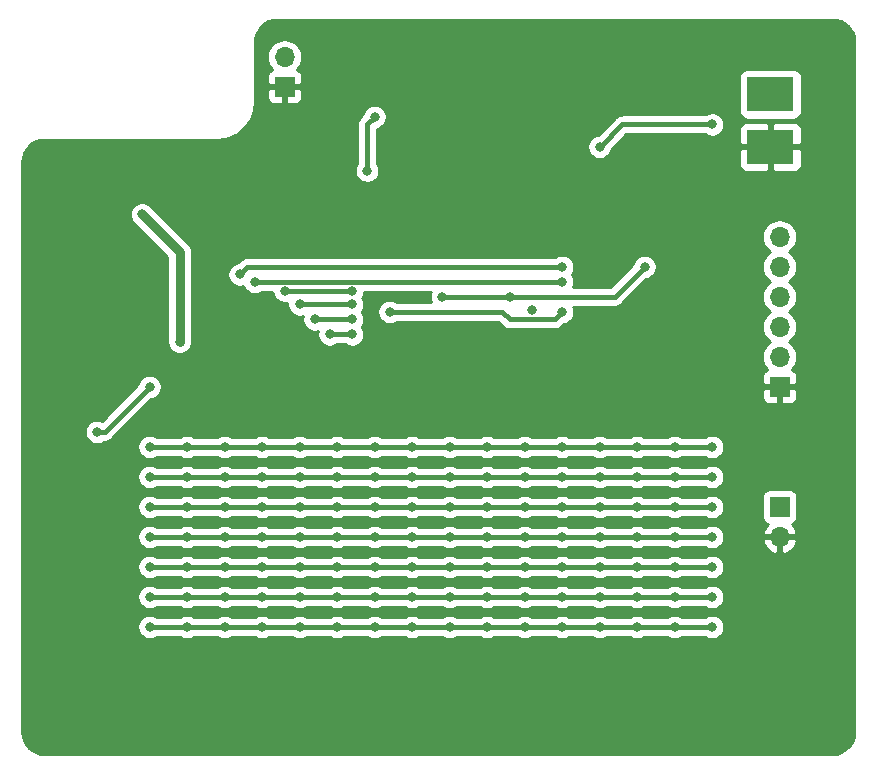
<source format=gbr>
G04 #@! TF.GenerationSoftware,KiCad,Pcbnew,(5.1.4)-1*
G04 #@! TF.CreationDate,2019-12-04T00:10:16+01:00*
G04 #@! TF.ProjectId,plan_b,706c616e-5f62-42e6-9b69-6361645f7063,rev?*
G04 #@! TF.SameCoordinates,PX7274898PY791ddc0*
G04 #@! TF.FileFunction,Copper,L2,Bot*
G04 #@! TF.FilePolarity,Positive*
%FSLAX46Y46*%
G04 Gerber Fmt 4.6, Leading zero omitted, Abs format (unit mm)*
G04 Created by KiCad (PCBNEW (5.1.4)-1) date 2019-12-04 00:10:16*
%MOMM*%
%LPD*%
G04 APERTURE LIST*
%ADD10R,4.000000X3.000000*%
%ADD11R,1.700000X1.700000*%
%ADD12O,1.700000X1.700000*%
%ADD13C,0.800000*%
%ADD14C,0.800000*%
%ADD15C,0.400000*%
%ADD16C,0.254000*%
G04 APERTURE END LIST*
D10*
X64000000Y56515000D03*
X64000000Y52070000D03*
D11*
X22860000Y57150000D03*
D12*
X22860000Y59690000D03*
D11*
X64770000Y31750000D03*
D12*
X64770000Y34290000D03*
X64770000Y36830000D03*
X64770000Y39370000D03*
X64770000Y41910000D03*
X64770000Y44450000D03*
D11*
X64770000Y21590000D03*
D12*
X64770000Y19050000D03*
D13*
X46990000Y49530000D03*
X43815000Y38215010D03*
X44450000Y46355000D03*
X32385000Y50800000D03*
X13970000Y35560000D03*
X10795000Y46355000D03*
X59055000Y26670000D03*
X55880000Y26670000D03*
X52705000Y26670000D03*
X49530000Y26670000D03*
X46355000Y26670000D03*
X43180000Y26670000D03*
X40005000Y26670000D03*
X36830000Y26670000D03*
X33655000Y26670000D03*
X30480000Y26670000D03*
X27305000Y26670000D03*
X24130000Y26670000D03*
X20955000Y26670000D03*
X17780000Y26670000D03*
X14605000Y26670000D03*
X11430000Y26670000D03*
X59055000Y24130000D03*
X11430000Y24130000D03*
X14605000Y24130000D03*
X17780000Y24130000D03*
X20955000Y24130000D03*
X24130000Y24130000D03*
X27305000Y24130000D03*
X30480000Y24130000D03*
X33655000Y24130000D03*
X36830000Y24130000D03*
X40005000Y24130000D03*
X43180000Y24130000D03*
X46355000Y24130000D03*
X49530000Y24130000D03*
X52705000Y24130000D03*
X55880000Y24130000D03*
X59055000Y21590000D03*
X11430000Y21590000D03*
X14605000Y21590000D03*
X17780000Y21590000D03*
X20955000Y21590000D03*
X24130000Y21590000D03*
X27305000Y21590000D03*
X30480000Y21590000D03*
X33655000Y21590000D03*
X36830000Y21590000D03*
X40005000Y21590000D03*
X43180000Y21590000D03*
X46355000Y21590000D03*
X49530000Y21590000D03*
X52705000Y21590000D03*
X55880000Y21590000D03*
X59055000Y19050000D03*
X11430000Y19050000D03*
X14605000Y19050000D03*
X17780000Y19050000D03*
X20955000Y19050000D03*
X24130000Y19050000D03*
X27305000Y19050000D03*
X30480000Y19050000D03*
X33655000Y19050000D03*
X36830000Y19050000D03*
X40005000Y19050000D03*
X43180000Y19050000D03*
X46355000Y19050000D03*
X49530000Y19050000D03*
X52705000Y19050000D03*
X55880000Y19050000D03*
X59055000Y16510000D03*
X11430000Y16510000D03*
X14605000Y16510000D03*
X17780000Y16510000D03*
X20955000Y16510000D03*
X24130000Y16510000D03*
X27305000Y16510000D03*
X30480000Y16510000D03*
X33655000Y16510000D03*
X36830000Y16510000D03*
X40005000Y16510000D03*
X43180000Y16510000D03*
X46355000Y16510000D03*
X49530000Y16510000D03*
X52705000Y16510000D03*
X55880000Y16510000D03*
X59055000Y13970000D03*
X11430000Y13970000D03*
X14605000Y13970000D03*
X17780000Y13970000D03*
X20955000Y13970000D03*
X24130000Y13970000D03*
X27305000Y13970000D03*
X30480000Y13970000D03*
X33655000Y13970000D03*
X36830000Y13970000D03*
X40005000Y13970000D03*
X43180000Y13970000D03*
X46355000Y13970000D03*
X49530000Y13970000D03*
X52705000Y13970000D03*
X55880000Y13970000D03*
X59055000Y11430000D03*
X55880000Y11430000D03*
X52705000Y11430000D03*
X49530000Y11430000D03*
X46355000Y11430000D03*
X43180000Y11430000D03*
X40005000Y11430000D03*
X36830000Y11430000D03*
X33655000Y11430000D03*
X30480000Y11430000D03*
X27305000Y11430000D03*
X24130000Y11430000D03*
X20955000Y11430000D03*
X17780000Y11430000D03*
X14605000Y11430000D03*
X11430000Y11430000D03*
X11430000Y31750000D03*
X6985000Y27940034D03*
X28575000Y36195000D03*
X26670000Y36195000D03*
X28575000Y37465000D03*
X25400000Y37465000D03*
X28575000Y38735000D03*
X24130000Y38735000D03*
X22860000Y39889990D03*
X28575000Y39889990D03*
X53340000Y41910000D03*
X41910004Y39370000D03*
X36195000Y39370000D03*
X49530000Y52070000D03*
X59055000Y53975000D03*
X30480000Y54610000D03*
X29845000Y50049990D03*
X46355000Y38100000D03*
X31750000Y38100000D03*
X46355000Y40640000D03*
X20320000Y40640000D03*
X46355000Y41910000D03*
X19050000Y41275000D03*
D14*
X13970000Y35560000D02*
X13970000Y43180000D01*
X13970000Y43180000D02*
X10795000Y46355000D01*
D15*
X59055000Y26670000D02*
X55880000Y26670000D01*
X55880000Y26670000D02*
X52705000Y26670000D01*
X52705000Y26670000D02*
X49530000Y26670000D01*
X49530000Y26670000D02*
X46355000Y26670000D01*
X46355000Y26670000D02*
X43180000Y26670000D01*
X43180000Y26670000D02*
X40005000Y26670000D01*
X40005000Y26670000D02*
X36830000Y26670000D01*
X36830000Y26670000D02*
X33655000Y26670000D01*
X33655000Y26670000D02*
X30480000Y26670000D01*
X30480000Y26670000D02*
X27305000Y26670000D01*
X27305000Y26670000D02*
X24130000Y26670000D01*
X24130000Y26670000D02*
X20955000Y26670000D01*
X20955000Y26670000D02*
X17780000Y26670000D01*
X14605000Y26670000D02*
X11430000Y26670000D01*
X17780000Y26670000D02*
X14605000Y26670000D01*
X14605000Y24130000D02*
X11430000Y24130000D01*
X17780000Y24130000D02*
X14605000Y24130000D01*
X20955000Y24130000D02*
X17780000Y24130000D01*
X24130000Y24130000D02*
X20955000Y24130000D01*
X27305000Y24130000D02*
X24130000Y24130000D01*
X30480000Y24130000D02*
X27305000Y24130000D01*
X33655000Y24130000D02*
X30480000Y24130000D01*
X40005000Y24130000D02*
X33655000Y24130000D01*
X43180000Y24130000D02*
X40005000Y24130000D01*
X46355000Y24130000D02*
X43180000Y24130000D01*
X49530000Y24130000D02*
X46355000Y24130000D01*
X52705000Y24130000D02*
X49530000Y24130000D01*
X59055000Y24130000D02*
X55880000Y24130000D01*
X55880000Y24130000D02*
X52705000Y24130000D01*
X14605000Y21590000D02*
X11430000Y21590000D01*
X17780000Y21590000D02*
X14605000Y21590000D01*
X20955000Y21590000D02*
X17780000Y21590000D01*
X24130000Y21590000D02*
X20955000Y21590000D01*
X27305000Y21590000D02*
X24130000Y21590000D01*
X30480000Y21590000D02*
X27305000Y21590000D01*
X33655000Y21590000D02*
X30480000Y21590000D01*
X36830000Y21590000D02*
X33655000Y21590000D01*
X40005000Y21590000D02*
X36830000Y21590000D01*
X43180000Y21590000D02*
X40005000Y21590000D01*
X46355000Y21590000D02*
X43180000Y21590000D01*
X49530000Y21590000D02*
X46355000Y21590000D01*
X52705000Y21590000D02*
X49530000Y21590000D01*
X59055000Y21590000D02*
X55880000Y21590000D01*
X55880000Y21590000D02*
X52705000Y21590000D01*
X14605000Y19050000D02*
X11430000Y19050000D01*
X17780000Y19050000D02*
X14605000Y19050000D01*
X20955000Y19050000D02*
X17780000Y19050000D01*
X24130000Y19050000D02*
X20955000Y19050000D01*
X27305000Y19050000D02*
X24130000Y19050000D01*
X30480000Y19050000D02*
X27305000Y19050000D01*
X33655000Y19050000D02*
X30480000Y19050000D01*
X36830000Y19050000D02*
X33655000Y19050000D01*
X40005000Y19050000D02*
X36830000Y19050000D01*
X43180000Y19050000D02*
X40005000Y19050000D01*
X46355000Y19050000D02*
X43180000Y19050000D01*
X49530000Y19050000D02*
X46355000Y19050000D01*
X52705000Y19050000D02*
X49530000Y19050000D01*
X59055000Y19050000D02*
X55880000Y19050000D01*
X55880000Y19050000D02*
X52705000Y19050000D01*
X14605000Y16510000D02*
X11430000Y16510000D01*
X17780000Y16510000D02*
X14605000Y16510000D01*
X20955000Y16510000D02*
X17780000Y16510000D01*
X24130000Y16510000D02*
X20955000Y16510000D01*
X27305000Y16510000D02*
X24130000Y16510000D01*
X30480000Y16510000D02*
X27305000Y16510000D01*
X33655000Y16510000D02*
X30480000Y16510000D01*
X36830000Y16510000D02*
X33655000Y16510000D01*
X40005000Y16510000D02*
X36830000Y16510000D01*
X43180000Y16510000D02*
X40005000Y16510000D01*
X46355000Y16510000D02*
X43180000Y16510000D01*
X49530000Y16510000D02*
X46355000Y16510000D01*
X52705000Y16510000D02*
X49530000Y16510000D01*
X59055000Y16510000D02*
X55880000Y16510000D01*
X55880000Y16510000D02*
X52705000Y16510000D01*
X14605000Y13970000D02*
X11430000Y13970000D01*
X17780000Y13970000D02*
X14605000Y13970000D01*
X20955000Y13970000D02*
X17780000Y13970000D01*
X24130000Y13970000D02*
X20955000Y13970000D01*
X27305000Y13970000D02*
X24130000Y13970000D01*
X30480000Y13970000D02*
X27305000Y13970000D01*
X33655000Y13970000D02*
X30480000Y13970000D01*
X36830000Y13970000D02*
X33655000Y13970000D01*
X40005000Y13970000D02*
X36830000Y13970000D01*
X43180000Y13970000D02*
X40005000Y13970000D01*
X46355000Y13970000D02*
X43180000Y13970000D01*
X49530000Y13970000D02*
X46355000Y13970000D01*
X52705000Y13970000D02*
X49530000Y13970000D01*
X59055000Y13970000D02*
X55880000Y13970000D01*
X55880000Y13970000D02*
X52705000Y13970000D01*
X59055000Y11430000D02*
X55880000Y11430000D01*
X55880000Y11430000D02*
X52705000Y11430000D01*
X52705000Y11430000D02*
X49530000Y11430000D01*
X49530000Y11430000D02*
X46355000Y11430000D01*
X46355000Y11430000D02*
X43180000Y11430000D01*
X43180000Y11430000D02*
X40005000Y11430000D01*
X40005000Y11430000D02*
X36830000Y11430000D01*
X36830000Y11430000D02*
X33655000Y11430000D01*
X33655000Y11430000D02*
X30480000Y11430000D01*
X30480000Y11430000D02*
X27305000Y11430000D01*
X27305000Y11430000D02*
X24130000Y11430000D01*
X24130000Y11430000D02*
X20955000Y11430000D01*
X20955000Y11430000D02*
X17780000Y11430000D01*
X17780000Y11430000D02*
X14605000Y11430000D01*
X14605000Y11430000D02*
X11430000Y11430000D01*
X11430000Y31750000D02*
X7620034Y27940034D01*
X7620034Y27940034D02*
X6985000Y27940034D01*
X28575000Y36195000D02*
X26670000Y36195000D01*
X28575000Y37465000D02*
X25400000Y37465000D01*
X28575000Y38735000D02*
X24130000Y38735000D01*
X28009315Y39889990D02*
X22860000Y39889990D01*
X28575000Y39889990D02*
X28009315Y39889990D01*
X53340000Y41910000D02*
X50800000Y39370000D01*
X50800000Y39370000D02*
X42475689Y39370000D01*
X42475689Y39370000D02*
X41910004Y39370000D01*
X36195000Y39370000D02*
X41910004Y39370000D01*
X49530000Y52070000D02*
X51435000Y53975000D01*
X51435000Y53975000D02*
X59055000Y53975000D01*
X29845000Y53975000D02*
X29845000Y50615675D01*
X29845000Y50615675D02*
X29845000Y50049990D01*
X30480000Y54610000D02*
X29845000Y53975000D01*
X46355000Y38100000D02*
X45720000Y37465000D01*
X45720000Y37465000D02*
X41910000Y37465000D01*
X41910000Y37465000D02*
X41275000Y38100000D01*
X41275000Y38100000D02*
X31750000Y38100000D01*
X46355000Y40640000D02*
X20320000Y40640000D01*
X46355000Y41910000D02*
X19685000Y41910000D01*
X19685000Y41910000D02*
X19165002Y41390002D01*
X19165002Y41390002D02*
X19050000Y41275000D01*
D16*
G36*
X69579545Y62801091D02*
G01*
X69930208Y62695220D01*
X70253625Y62523256D01*
X70537484Y62291746D01*
X70770965Y62009514D01*
X70945183Y61687305D01*
X71053502Y61337386D01*
X71095001Y60942548D01*
X71095000Y2572279D01*
X71056091Y2175455D01*
X70950220Y1824794D01*
X70778257Y1501377D01*
X70546748Y1217518D01*
X70264514Y984035D01*
X69942304Y809816D01*
X69592385Y701498D01*
X69197557Y660000D01*
X2572279Y660000D01*
X2175455Y698909D01*
X1824794Y804780D01*
X1501377Y976743D01*
X1217518Y1208252D01*
X984035Y1490486D01*
X809816Y1812696D01*
X701498Y2162615D01*
X660000Y2557443D01*
X660000Y11531939D01*
X10395000Y11531939D01*
X10395000Y11328061D01*
X10434774Y11128102D01*
X10512795Y10939744D01*
X10626063Y10770226D01*
X10770226Y10626063D01*
X10939744Y10512795D01*
X11128102Y10434774D01*
X11328061Y10395000D01*
X11531939Y10395000D01*
X11731898Y10434774D01*
X11920256Y10512795D01*
X12043285Y10595000D01*
X13991715Y10595000D01*
X14114744Y10512795D01*
X14303102Y10434774D01*
X14503061Y10395000D01*
X14706939Y10395000D01*
X14906898Y10434774D01*
X15095256Y10512795D01*
X15218285Y10595000D01*
X17166715Y10595000D01*
X17289744Y10512795D01*
X17478102Y10434774D01*
X17678061Y10395000D01*
X17881939Y10395000D01*
X18081898Y10434774D01*
X18270256Y10512795D01*
X18393285Y10595000D01*
X20341715Y10595000D01*
X20464744Y10512795D01*
X20653102Y10434774D01*
X20853061Y10395000D01*
X21056939Y10395000D01*
X21256898Y10434774D01*
X21445256Y10512795D01*
X21568285Y10595000D01*
X23516715Y10595000D01*
X23639744Y10512795D01*
X23828102Y10434774D01*
X24028061Y10395000D01*
X24231939Y10395000D01*
X24431898Y10434774D01*
X24620256Y10512795D01*
X24743285Y10595000D01*
X26691715Y10595000D01*
X26814744Y10512795D01*
X27003102Y10434774D01*
X27203061Y10395000D01*
X27406939Y10395000D01*
X27606898Y10434774D01*
X27795256Y10512795D01*
X27918285Y10595000D01*
X29866715Y10595000D01*
X29989744Y10512795D01*
X30178102Y10434774D01*
X30378061Y10395000D01*
X30581939Y10395000D01*
X30781898Y10434774D01*
X30970256Y10512795D01*
X31093285Y10595000D01*
X33041715Y10595000D01*
X33164744Y10512795D01*
X33353102Y10434774D01*
X33553061Y10395000D01*
X33756939Y10395000D01*
X33956898Y10434774D01*
X34145256Y10512795D01*
X34268285Y10595000D01*
X36216715Y10595000D01*
X36339744Y10512795D01*
X36528102Y10434774D01*
X36728061Y10395000D01*
X36931939Y10395000D01*
X37131898Y10434774D01*
X37320256Y10512795D01*
X37443285Y10595000D01*
X39391715Y10595000D01*
X39514744Y10512795D01*
X39703102Y10434774D01*
X39903061Y10395000D01*
X40106939Y10395000D01*
X40306898Y10434774D01*
X40495256Y10512795D01*
X40618285Y10595000D01*
X42566715Y10595000D01*
X42689744Y10512795D01*
X42878102Y10434774D01*
X43078061Y10395000D01*
X43281939Y10395000D01*
X43481898Y10434774D01*
X43670256Y10512795D01*
X43793285Y10595000D01*
X45741715Y10595000D01*
X45864744Y10512795D01*
X46053102Y10434774D01*
X46253061Y10395000D01*
X46456939Y10395000D01*
X46656898Y10434774D01*
X46845256Y10512795D01*
X46968285Y10595000D01*
X48916715Y10595000D01*
X49039744Y10512795D01*
X49228102Y10434774D01*
X49428061Y10395000D01*
X49631939Y10395000D01*
X49831898Y10434774D01*
X50020256Y10512795D01*
X50143285Y10595000D01*
X52091715Y10595000D01*
X52214744Y10512795D01*
X52403102Y10434774D01*
X52603061Y10395000D01*
X52806939Y10395000D01*
X53006898Y10434774D01*
X53195256Y10512795D01*
X53318285Y10595000D01*
X55266715Y10595000D01*
X55389744Y10512795D01*
X55578102Y10434774D01*
X55778061Y10395000D01*
X55981939Y10395000D01*
X56181898Y10434774D01*
X56370256Y10512795D01*
X56493285Y10595000D01*
X58441715Y10595000D01*
X58564744Y10512795D01*
X58753102Y10434774D01*
X58953061Y10395000D01*
X59156939Y10395000D01*
X59356898Y10434774D01*
X59545256Y10512795D01*
X59714774Y10626063D01*
X59858937Y10770226D01*
X59972205Y10939744D01*
X60050226Y11128102D01*
X60090000Y11328061D01*
X60090000Y11531939D01*
X60050226Y11731898D01*
X59972205Y11920256D01*
X59858937Y12089774D01*
X59714774Y12233937D01*
X59545256Y12347205D01*
X59356898Y12425226D01*
X59156939Y12465000D01*
X58953061Y12465000D01*
X58753102Y12425226D01*
X58564744Y12347205D01*
X58441715Y12265000D01*
X56493285Y12265000D01*
X56370256Y12347205D01*
X56181898Y12425226D01*
X55981939Y12465000D01*
X55778061Y12465000D01*
X55578102Y12425226D01*
X55389744Y12347205D01*
X55266715Y12265000D01*
X53318285Y12265000D01*
X53195256Y12347205D01*
X53006898Y12425226D01*
X52806939Y12465000D01*
X52603061Y12465000D01*
X52403102Y12425226D01*
X52214744Y12347205D01*
X52091715Y12265000D01*
X50143285Y12265000D01*
X50020256Y12347205D01*
X49831898Y12425226D01*
X49631939Y12465000D01*
X49428061Y12465000D01*
X49228102Y12425226D01*
X49039744Y12347205D01*
X48916715Y12265000D01*
X46968285Y12265000D01*
X46845256Y12347205D01*
X46656898Y12425226D01*
X46456939Y12465000D01*
X46253061Y12465000D01*
X46053102Y12425226D01*
X45864744Y12347205D01*
X45741715Y12265000D01*
X43793285Y12265000D01*
X43670256Y12347205D01*
X43481898Y12425226D01*
X43281939Y12465000D01*
X43078061Y12465000D01*
X42878102Y12425226D01*
X42689744Y12347205D01*
X42566715Y12265000D01*
X40618285Y12265000D01*
X40495256Y12347205D01*
X40306898Y12425226D01*
X40106939Y12465000D01*
X39903061Y12465000D01*
X39703102Y12425226D01*
X39514744Y12347205D01*
X39391715Y12265000D01*
X37443285Y12265000D01*
X37320256Y12347205D01*
X37131898Y12425226D01*
X36931939Y12465000D01*
X36728061Y12465000D01*
X36528102Y12425226D01*
X36339744Y12347205D01*
X36216715Y12265000D01*
X34268285Y12265000D01*
X34145256Y12347205D01*
X33956898Y12425226D01*
X33756939Y12465000D01*
X33553061Y12465000D01*
X33353102Y12425226D01*
X33164744Y12347205D01*
X33041715Y12265000D01*
X31093285Y12265000D01*
X30970256Y12347205D01*
X30781898Y12425226D01*
X30581939Y12465000D01*
X30378061Y12465000D01*
X30178102Y12425226D01*
X29989744Y12347205D01*
X29866715Y12265000D01*
X27918285Y12265000D01*
X27795256Y12347205D01*
X27606898Y12425226D01*
X27406939Y12465000D01*
X27203061Y12465000D01*
X27003102Y12425226D01*
X26814744Y12347205D01*
X26691715Y12265000D01*
X24743285Y12265000D01*
X24620256Y12347205D01*
X24431898Y12425226D01*
X24231939Y12465000D01*
X24028061Y12465000D01*
X23828102Y12425226D01*
X23639744Y12347205D01*
X23516715Y12265000D01*
X21568285Y12265000D01*
X21445256Y12347205D01*
X21256898Y12425226D01*
X21056939Y12465000D01*
X20853061Y12465000D01*
X20653102Y12425226D01*
X20464744Y12347205D01*
X20341715Y12265000D01*
X18393285Y12265000D01*
X18270256Y12347205D01*
X18081898Y12425226D01*
X17881939Y12465000D01*
X17678061Y12465000D01*
X17478102Y12425226D01*
X17289744Y12347205D01*
X17166715Y12265000D01*
X15218285Y12265000D01*
X15095256Y12347205D01*
X14906898Y12425226D01*
X14706939Y12465000D01*
X14503061Y12465000D01*
X14303102Y12425226D01*
X14114744Y12347205D01*
X13991715Y12265000D01*
X12043285Y12265000D01*
X11920256Y12347205D01*
X11731898Y12425226D01*
X11531939Y12465000D01*
X11328061Y12465000D01*
X11128102Y12425226D01*
X10939744Y12347205D01*
X10770226Y12233937D01*
X10626063Y12089774D01*
X10512795Y11920256D01*
X10434774Y11731898D01*
X10395000Y11531939D01*
X660000Y11531939D01*
X660000Y14071939D01*
X10395000Y14071939D01*
X10395000Y13868061D01*
X10434774Y13668102D01*
X10512795Y13479744D01*
X10626063Y13310226D01*
X10770226Y13166063D01*
X10939744Y13052795D01*
X11128102Y12974774D01*
X11328061Y12935000D01*
X11531939Y12935000D01*
X11731898Y12974774D01*
X11920256Y13052795D01*
X12043285Y13135000D01*
X13991715Y13135000D01*
X14114744Y13052795D01*
X14303102Y12974774D01*
X14503061Y12935000D01*
X14706939Y12935000D01*
X14906898Y12974774D01*
X15095256Y13052795D01*
X15218285Y13135000D01*
X17166715Y13135000D01*
X17289744Y13052795D01*
X17478102Y12974774D01*
X17678061Y12935000D01*
X17881939Y12935000D01*
X18081898Y12974774D01*
X18270256Y13052795D01*
X18393285Y13135000D01*
X20341715Y13135000D01*
X20464744Y13052795D01*
X20653102Y12974774D01*
X20853061Y12935000D01*
X21056939Y12935000D01*
X21256898Y12974774D01*
X21445256Y13052795D01*
X21568285Y13135000D01*
X23516715Y13135000D01*
X23639744Y13052795D01*
X23828102Y12974774D01*
X24028061Y12935000D01*
X24231939Y12935000D01*
X24431898Y12974774D01*
X24620256Y13052795D01*
X24743285Y13135000D01*
X26691715Y13135000D01*
X26814744Y13052795D01*
X27003102Y12974774D01*
X27203061Y12935000D01*
X27406939Y12935000D01*
X27606898Y12974774D01*
X27795256Y13052795D01*
X27918285Y13135000D01*
X29866715Y13135000D01*
X29989744Y13052795D01*
X30178102Y12974774D01*
X30378061Y12935000D01*
X30581939Y12935000D01*
X30781898Y12974774D01*
X30970256Y13052795D01*
X31093285Y13135000D01*
X33041715Y13135000D01*
X33164744Y13052795D01*
X33353102Y12974774D01*
X33553061Y12935000D01*
X33756939Y12935000D01*
X33956898Y12974774D01*
X34145256Y13052795D01*
X34268285Y13135000D01*
X36216715Y13135000D01*
X36339744Y13052795D01*
X36528102Y12974774D01*
X36728061Y12935000D01*
X36931939Y12935000D01*
X37131898Y12974774D01*
X37320256Y13052795D01*
X37443285Y13135000D01*
X39391715Y13135000D01*
X39514744Y13052795D01*
X39703102Y12974774D01*
X39903061Y12935000D01*
X40106939Y12935000D01*
X40306898Y12974774D01*
X40495256Y13052795D01*
X40618285Y13135000D01*
X42566715Y13135000D01*
X42689744Y13052795D01*
X42878102Y12974774D01*
X43078061Y12935000D01*
X43281939Y12935000D01*
X43481898Y12974774D01*
X43670256Y13052795D01*
X43793285Y13135000D01*
X45741715Y13135000D01*
X45864744Y13052795D01*
X46053102Y12974774D01*
X46253061Y12935000D01*
X46456939Y12935000D01*
X46656898Y12974774D01*
X46845256Y13052795D01*
X46968285Y13135000D01*
X48916715Y13135000D01*
X49039744Y13052795D01*
X49228102Y12974774D01*
X49428061Y12935000D01*
X49631939Y12935000D01*
X49831898Y12974774D01*
X50020256Y13052795D01*
X50143285Y13135000D01*
X52091715Y13135000D01*
X52214744Y13052795D01*
X52403102Y12974774D01*
X52603061Y12935000D01*
X52806939Y12935000D01*
X53006898Y12974774D01*
X53195256Y13052795D01*
X53318285Y13135000D01*
X55266715Y13135000D01*
X55389744Y13052795D01*
X55578102Y12974774D01*
X55778061Y12935000D01*
X55981939Y12935000D01*
X56181898Y12974774D01*
X56370256Y13052795D01*
X56493285Y13135000D01*
X58441715Y13135000D01*
X58564744Y13052795D01*
X58753102Y12974774D01*
X58953061Y12935000D01*
X59156939Y12935000D01*
X59356898Y12974774D01*
X59545256Y13052795D01*
X59714774Y13166063D01*
X59858937Y13310226D01*
X59972205Y13479744D01*
X60050226Y13668102D01*
X60090000Y13868061D01*
X60090000Y14071939D01*
X60050226Y14271898D01*
X59972205Y14460256D01*
X59858937Y14629774D01*
X59714774Y14773937D01*
X59545256Y14887205D01*
X59356898Y14965226D01*
X59156939Y15005000D01*
X58953061Y15005000D01*
X58753102Y14965226D01*
X58564744Y14887205D01*
X58441715Y14805000D01*
X56493285Y14805000D01*
X56370256Y14887205D01*
X56181898Y14965226D01*
X55981939Y15005000D01*
X55778061Y15005000D01*
X55578102Y14965226D01*
X55389744Y14887205D01*
X55266715Y14805000D01*
X53318285Y14805000D01*
X53195256Y14887205D01*
X53006898Y14965226D01*
X52806939Y15005000D01*
X52603061Y15005000D01*
X52403102Y14965226D01*
X52214744Y14887205D01*
X52091715Y14805000D01*
X50143285Y14805000D01*
X50020256Y14887205D01*
X49831898Y14965226D01*
X49631939Y15005000D01*
X49428061Y15005000D01*
X49228102Y14965226D01*
X49039744Y14887205D01*
X48916715Y14805000D01*
X46968285Y14805000D01*
X46845256Y14887205D01*
X46656898Y14965226D01*
X46456939Y15005000D01*
X46253061Y15005000D01*
X46053102Y14965226D01*
X45864744Y14887205D01*
X45741715Y14805000D01*
X43793285Y14805000D01*
X43670256Y14887205D01*
X43481898Y14965226D01*
X43281939Y15005000D01*
X43078061Y15005000D01*
X42878102Y14965226D01*
X42689744Y14887205D01*
X42566715Y14805000D01*
X40618285Y14805000D01*
X40495256Y14887205D01*
X40306898Y14965226D01*
X40106939Y15005000D01*
X39903061Y15005000D01*
X39703102Y14965226D01*
X39514744Y14887205D01*
X39391715Y14805000D01*
X37443285Y14805000D01*
X37320256Y14887205D01*
X37131898Y14965226D01*
X36931939Y15005000D01*
X36728061Y15005000D01*
X36528102Y14965226D01*
X36339744Y14887205D01*
X36216715Y14805000D01*
X34268285Y14805000D01*
X34145256Y14887205D01*
X33956898Y14965226D01*
X33756939Y15005000D01*
X33553061Y15005000D01*
X33353102Y14965226D01*
X33164744Y14887205D01*
X33041715Y14805000D01*
X31093285Y14805000D01*
X30970256Y14887205D01*
X30781898Y14965226D01*
X30581939Y15005000D01*
X30378061Y15005000D01*
X30178102Y14965226D01*
X29989744Y14887205D01*
X29866715Y14805000D01*
X27918285Y14805000D01*
X27795256Y14887205D01*
X27606898Y14965226D01*
X27406939Y15005000D01*
X27203061Y15005000D01*
X27003102Y14965226D01*
X26814744Y14887205D01*
X26691715Y14805000D01*
X24743285Y14805000D01*
X24620256Y14887205D01*
X24431898Y14965226D01*
X24231939Y15005000D01*
X24028061Y15005000D01*
X23828102Y14965226D01*
X23639744Y14887205D01*
X23516715Y14805000D01*
X21568285Y14805000D01*
X21445256Y14887205D01*
X21256898Y14965226D01*
X21056939Y15005000D01*
X20853061Y15005000D01*
X20653102Y14965226D01*
X20464744Y14887205D01*
X20341715Y14805000D01*
X18393285Y14805000D01*
X18270256Y14887205D01*
X18081898Y14965226D01*
X17881939Y15005000D01*
X17678061Y15005000D01*
X17478102Y14965226D01*
X17289744Y14887205D01*
X17166715Y14805000D01*
X15218285Y14805000D01*
X15095256Y14887205D01*
X14906898Y14965226D01*
X14706939Y15005000D01*
X14503061Y15005000D01*
X14303102Y14965226D01*
X14114744Y14887205D01*
X13991715Y14805000D01*
X12043285Y14805000D01*
X11920256Y14887205D01*
X11731898Y14965226D01*
X11531939Y15005000D01*
X11328061Y15005000D01*
X11128102Y14965226D01*
X10939744Y14887205D01*
X10770226Y14773937D01*
X10626063Y14629774D01*
X10512795Y14460256D01*
X10434774Y14271898D01*
X10395000Y14071939D01*
X660000Y14071939D01*
X660000Y16611939D01*
X10395000Y16611939D01*
X10395000Y16408061D01*
X10434774Y16208102D01*
X10512795Y16019744D01*
X10626063Y15850226D01*
X10770226Y15706063D01*
X10939744Y15592795D01*
X11128102Y15514774D01*
X11328061Y15475000D01*
X11531939Y15475000D01*
X11731898Y15514774D01*
X11920256Y15592795D01*
X12043285Y15675000D01*
X13991715Y15675000D01*
X14114744Y15592795D01*
X14303102Y15514774D01*
X14503061Y15475000D01*
X14706939Y15475000D01*
X14906898Y15514774D01*
X15095256Y15592795D01*
X15218285Y15675000D01*
X17166715Y15675000D01*
X17289744Y15592795D01*
X17478102Y15514774D01*
X17678061Y15475000D01*
X17881939Y15475000D01*
X18081898Y15514774D01*
X18270256Y15592795D01*
X18393285Y15675000D01*
X20341715Y15675000D01*
X20464744Y15592795D01*
X20653102Y15514774D01*
X20853061Y15475000D01*
X21056939Y15475000D01*
X21256898Y15514774D01*
X21445256Y15592795D01*
X21568285Y15675000D01*
X23516715Y15675000D01*
X23639744Y15592795D01*
X23828102Y15514774D01*
X24028061Y15475000D01*
X24231939Y15475000D01*
X24431898Y15514774D01*
X24620256Y15592795D01*
X24743285Y15675000D01*
X26691715Y15675000D01*
X26814744Y15592795D01*
X27003102Y15514774D01*
X27203061Y15475000D01*
X27406939Y15475000D01*
X27606898Y15514774D01*
X27795256Y15592795D01*
X27918285Y15675000D01*
X29866715Y15675000D01*
X29989744Y15592795D01*
X30178102Y15514774D01*
X30378061Y15475000D01*
X30581939Y15475000D01*
X30781898Y15514774D01*
X30970256Y15592795D01*
X31093285Y15675000D01*
X33041715Y15675000D01*
X33164744Y15592795D01*
X33353102Y15514774D01*
X33553061Y15475000D01*
X33756939Y15475000D01*
X33956898Y15514774D01*
X34145256Y15592795D01*
X34268285Y15675000D01*
X36216715Y15675000D01*
X36339744Y15592795D01*
X36528102Y15514774D01*
X36728061Y15475000D01*
X36931939Y15475000D01*
X37131898Y15514774D01*
X37320256Y15592795D01*
X37443285Y15675000D01*
X39391715Y15675000D01*
X39514744Y15592795D01*
X39703102Y15514774D01*
X39903061Y15475000D01*
X40106939Y15475000D01*
X40306898Y15514774D01*
X40495256Y15592795D01*
X40618285Y15675000D01*
X42566715Y15675000D01*
X42689744Y15592795D01*
X42878102Y15514774D01*
X43078061Y15475000D01*
X43281939Y15475000D01*
X43481898Y15514774D01*
X43670256Y15592795D01*
X43793285Y15675000D01*
X45741715Y15675000D01*
X45864744Y15592795D01*
X46053102Y15514774D01*
X46253061Y15475000D01*
X46456939Y15475000D01*
X46656898Y15514774D01*
X46845256Y15592795D01*
X46968285Y15675000D01*
X48916715Y15675000D01*
X49039744Y15592795D01*
X49228102Y15514774D01*
X49428061Y15475000D01*
X49631939Y15475000D01*
X49831898Y15514774D01*
X50020256Y15592795D01*
X50143285Y15675000D01*
X52091715Y15675000D01*
X52214744Y15592795D01*
X52403102Y15514774D01*
X52603061Y15475000D01*
X52806939Y15475000D01*
X53006898Y15514774D01*
X53195256Y15592795D01*
X53318285Y15675000D01*
X55266715Y15675000D01*
X55389744Y15592795D01*
X55578102Y15514774D01*
X55778061Y15475000D01*
X55981939Y15475000D01*
X56181898Y15514774D01*
X56370256Y15592795D01*
X56493285Y15675000D01*
X58441715Y15675000D01*
X58564744Y15592795D01*
X58753102Y15514774D01*
X58953061Y15475000D01*
X59156939Y15475000D01*
X59356898Y15514774D01*
X59545256Y15592795D01*
X59714774Y15706063D01*
X59858937Y15850226D01*
X59972205Y16019744D01*
X60050226Y16208102D01*
X60090000Y16408061D01*
X60090000Y16611939D01*
X60050226Y16811898D01*
X59972205Y17000256D01*
X59858937Y17169774D01*
X59714774Y17313937D01*
X59545256Y17427205D01*
X59356898Y17505226D01*
X59156939Y17545000D01*
X58953061Y17545000D01*
X58753102Y17505226D01*
X58564744Y17427205D01*
X58441715Y17345000D01*
X56493285Y17345000D01*
X56370256Y17427205D01*
X56181898Y17505226D01*
X55981939Y17545000D01*
X55778061Y17545000D01*
X55578102Y17505226D01*
X55389744Y17427205D01*
X55266715Y17345000D01*
X53318285Y17345000D01*
X53195256Y17427205D01*
X53006898Y17505226D01*
X52806939Y17545000D01*
X52603061Y17545000D01*
X52403102Y17505226D01*
X52214744Y17427205D01*
X52091715Y17345000D01*
X50143285Y17345000D01*
X50020256Y17427205D01*
X49831898Y17505226D01*
X49631939Y17545000D01*
X49428061Y17545000D01*
X49228102Y17505226D01*
X49039744Y17427205D01*
X48916715Y17345000D01*
X46968285Y17345000D01*
X46845256Y17427205D01*
X46656898Y17505226D01*
X46456939Y17545000D01*
X46253061Y17545000D01*
X46053102Y17505226D01*
X45864744Y17427205D01*
X45741715Y17345000D01*
X43793285Y17345000D01*
X43670256Y17427205D01*
X43481898Y17505226D01*
X43281939Y17545000D01*
X43078061Y17545000D01*
X42878102Y17505226D01*
X42689744Y17427205D01*
X42566715Y17345000D01*
X40618285Y17345000D01*
X40495256Y17427205D01*
X40306898Y17505226D01*
X40106939Y17545000D01*
X39903061Y17545000D01*
X39703102Y17505226D01*
X39514744Y17427205D01*
X39391715Y17345000D01*
X37443285Y17345000D01*
X37320256Y17427205D01*
X37131898Y17505226D01*
X36931939Y17545000D01*
X36728061Y17545000D01*
X36528102Y17505226D01*
X36339744Y17427205D01*
X36216715Y17345000D01*
X34268285Y17345000D01*
X34145256Y17427205D01*
X33956898Y17505226D01*
X33756939Y17545000D01*
X33553061Y17545000D01*
X33353102Y17505226D01*
X33164744Y17427205D01*
X33041715Y17345000D01*
X31093285Y17345000D01*
X30970256Y17427205D01*
X30781898Y17505226D01*
X30581939Y17545000D01*
X30378061Y17545000D01*
X30178102Y17505226D01*
X29989744Y17427205D01*
X29866715Y17345000D01*
X27918285Y17345000D01*
X27795256Y17427205D01*
X27606898Y17505226D01*
X27406939Y17545000D01*
X27203061Y17545000D01*
X27003102Y17505226D01*
X26814744Y17427205D01*
X26691715Y17345000D01*
X24743285Y17345000D01*
X24620256Y17427205D01*
X24431898Y17505226D01*
X24231939Y17545000D01*
X24028061Y17545000D01*
X23828102Y17505226D01*
X23639744Y17427205D01*
X23516715Y17345000D01*
X21568285Y17345000D01*
X21445256Y17427205D01*
X21256898Y17505226D01*
X21056939Y17545000D01*
X20853061Y17545000D01*
X20653102Y17505226D01*
X20464744Y17427205D01*
X20341715Y17345000D01*
X18393285Y17345000D01*
X18270256Y17427205D01*
X18081898Y17505226D01*
X17881939Y17545000D01*
X17678061Y17545000D01*
X17478102Y17505226D01*
X17289744Y17427205D01*
X17166715Y17345000D01*
X15218285Y17345000D01*
X15095256Y17427205D01*
X14906898Y17505226D01*
X14706939Y17545000D01*
X14503061Y17545000D01*
X14303102Y17505226D01*
X14114744Y17427205D01*
X13991715Y17345000D01*
X12043285Y17345000D01*
X11920256Y17427205D01*
X11731898Y17505226D01*
X11531939Y17545000D01*
X11328061Y17545000D01*
X11128102Y17505226D01*
X10939744Y17427205D01*
X10770226Y17313937D01*
X10626063Y17169774D01*
X10512795Y17000256D01*
X10434774Y16811898D01*
X10395000Y16611939D01*
X660000Y16611939D01*
X660000Y19151939D01*
X10395000Y19151939D01*
X10395000Y18948061D01*
X10434774Y18748102D01*
X10512795Y18559744D01*
X10626063Y18390226D01*
X10770226Y18246063D01*
X10939744Y18132795D01*
X11128102Y18054774D01*
X11328061Y18015000D01*
X11531939Y18015000D01*
X11731898Y18054774D01*
X11920256Y18132795D01*
X12043285Y18215000D01*
X13991715Y18215000D01*
X14114744Y18132795D01*
X14303102Y18054774D01*
X14503061Y18015000D01*
X14706939Y18015000D01*
X14906898Y18054774D01*
X15095256Y18132795D01*
X15218285Y18215000D01*
X17166715Y18215000D01*
X17289744Y18132795D01*
X17478102Y18054774D01*
X17678061Y18015000D01*
X17881939Y18015000D01*
X18081898Y18054774D01*
X18270256Y18132795D01*
X18393285Y18215000D01*
X20341715Y18215000D01*
X20464744Y18132795D01*
X20653102Y18054774D01*
X20853061Y18015000D01*
X21056939Y18015000D01*
X21256898Y18054774D01*
X21445256Y18132795D01*
X21568285Y18215000D01*
X23516715Y18215000D01*
X23639744Y18132795D01*
X23828102Y18054774D01*
X24028061Y18015000D01*
X24231939Y18015000D01*
X24431898Y18054774D01*
X24620256Y18132795D01*
X24743285Y18215000D01*
X26691715Y18215000D01*
X26814744Y18132795D01*
X27003102Y18054774D01*
X27203061Y18015000D01*
X27406939Y18015000D01*
X27606898Y18054774D01*
X27795256Y18132795D01*
X27918285Y18215000D01*
X29866715Y18215000D01*
X29989744Y18132795D01*
X30178102Y18054774D01*
X30378061Y18015000D01*
X30581939Y18015000D01*
X30781898Y18054774D01*
X30970256Y18132795D01*
X31093285Y18215000D01*
X33041715Y18215000D01*
X33164744Y18132795D01*
X33353102Y18054774D01*
X33553061Y18015000D01*
X33756939Y18015000D01*
X33956898Y18054774D01*
X34145256Y18132795D01*
X34268285Y18215000D01*
X36216715Y18215000D01*
X36339744Y18132795D01*
X36528102Y18054774D01*
X36728061Y18015000D01*
X36931939Y18015000D01*
X37131898Y18054774D01*
X37320256Y18132795D01*
X37443285Y18215000D01*
X39391715Y18215000D01*
X39514744Y18132795D01*
X39703102Y18054774D01*
X39903061Y18015000D01*
X40106939Y18015000D01*
X40306898Y18054774D01*
X40495256Y18132795D01*
X40618285Y18215000D01*
X42566715Y18215000D01*
X42689744Y18132795D01*
X42878102Y18054774D01*
X43078061Y18015000D01*
X43281939Y18015000D01*
X43481898Y18054774D01*
X43670256Y18132795D01*
X43793285Y18215000D01*
X45741715Y18215000D01*
X45864744Y18132795D01*
X46053102Y18054774D01*
X46253061Y18015000D01*
X46456939Y18015000D01*
X46656898Y18054774D01*
X46845256Y18132795D01*
X46968285Y18215000D01*
X48916715Y18215000D01*
X49039744Y18132795D01*
X49228102Y18054774D01*
X49428061Y18015000D01*
X49631939Y18015000D01*
X49831898Y18054774D01*
X50020256Y18132795D01*
X50143285Y18215000D01*
X52091715Y18215000D01*
X52214744Y18132795D01*
X52403102Y18054774D01*
X52603061Y18015000D01*
X52806939Y18015000D01*
X53006898Y18054774D01*
X53195256Y18132795D01*
X53318285Y18215000D01*
X55266715Y18215000D01*
X55389744Y18132795D01*
X55578102Y18054774D01*
X55778061Y18015000D01*
X55981939Y18015000D01*
X56181898Y18054774D01*
X56370256Y18132795D01*
X56493285Y18215000D01*
X58441715Y18215000D01*
X58564744Y18132795D01*
X58753102Y18054774D01*
X58953061Y18015000D01*
X59156939Y18015000D01*
X59356898Y18054774D01*
X59545256Y18132795D01*
X59714774Y18246063D01*
X59858937Y18390226D01*
X59972205Y18559744D01*
X60027447Y18693110D01*
X63328524Y18693110D01*
X63373175Y18545901D01*
X63498359Y18283080D01*
X63672412Y18049731D01*
X63888645Y17854822D01*
X64138748Y17705843D01*
X64413109Y17608519D01*
X64643000Y17729186D01*
X64643000Y18923000D01*
X64897000Y18923000D01*
X64897000Y17729186D01*
X65126891Y17608519D01*
X65401252Y17705843D01*
X65651355Y17854822D01*
X65867588Y18049731D01*
X66041641Y18283080D01*
X66166825Y18545901D01*
X66211476Y18693110D01*
X66090155Y18923000D01*
X64897000Y18923000D01*
X64643000Y18923000D01*
X63449845Y18923000D01*
X63328524Y18693110D01*
X60027447Y18693110D01*
X60050226Y18748102D01*
X60090000Y18948061D01*
X60090000Y19151939D01*
X60050226Y19351898D01*
X59972205Y19540256D01*
X59858937Y19709774D01*
X59714774Y19853937D01*
X59545256Y19967205D01*
X59356898Y20045226D01*
X59156939Y20085000D01*
X58953061Y20085000D01*
X58753102Y20045226D01*
X58564744Y19967205D01*
X58441715Y19885000D01*
X56493285Y19885000D01*
X56370256Y19967205D01*
X56181898Y20045226D01*
X55981939Y20085000D01*
X55778061Y20085000D01*
X55578102Y20045226D01*
X55389744Y19967205D01*
X55266715Y19885000D01*
X53318285Y19885000D01*
X53195256Y19967205D01*
X53006898Y20045226D01*
X52806939Y20085000D01*
X52603061Y20085000D01*
X52403102Y20045226D01*
X52214744Y19967205D01*
X52091715Y19885000D01*
X50143285Y19885000D01*
X50020256Y19967205D01*
X49831898Y20045226D01*
X49631939Y20085000D01*
X49428061Y20085000D01*
X49228102Y20045226D01*
X49039744Y19967205D01*
X48916715Y19885000D01*
X46968285Y19885000D01*
X46845256Y19967205D01*
X46656898Y20045226D01*
X46456939Y20085000D01*
X46253061Y20085000D01*
X46053102Y20045226D01*
X45864744Y19967205D01*
X45741715Y19885000D01*
X43793285Y19885000D01*
X43670256Y19967205D01*
X43481898Y20045226D01*
X43281939Y20085000D01*
X43078061Y20085000D01*
X42878102Y20045226D01*
X42689744Y19967205D01*
X42566715Y19885000D01*
X40618285Y19885000D01*
X40495256Y19967205D01*
X40306898Y20045226D01*
X40106939Y20085000D01*
X39903061Y20085000D01*
X39703102Y20045226D01*
X39514744Y19967205D01*
X39391715Y19885000D01*
X37443285Y19885000D01*
X37320256Y19967205D01*
X37131898Y20045226D01*
X36931939Y20085000D01*
X36728061Y20085000D01*
X36528102Y20045226D01*
X36339744Y19967205D01*
X36216715Y19885000D01*
X34268285Y19885000D01*
X34145256Y19967205D01*
X33956898Y20045226D01*
X33756939Y20085000D01*
X33553061Y20085000D01*
X33353102Y20045226D01*
X33164744Y19967205D01*
X33041715Y19885000D01*
X31093285Y19885000D01*
X30970256Y19967205D01*
X30781898Y20045226D01*
X30581939Y20085000D01*
X30378061Y20085000D01*
X30178102Y20045226D01*
X29989744Y19967205D01*
X29866715Y19885000D01*
X27918285Y19885000D01*
X27795256Y19967205D01*
X27606898Y20045226D01*
X27406939Y20085000D01*
X27203061Y20085000D01*
X27003102Y20045226D01*
X26814744Y19967205D01*
X26691715Y19885000D01*
X24743285Y19885000D01*
X24620256Y19967205D01*
X24431898Y20045226D01*
X24231939Y20085000D01*
X24028061Y20085000D01*
X23828102Y20045226D01*
X23639744Y19967205D01*
X23516715Y19885000D01*
X21568285Y19885000D01*
X21445256Y19967205D01*
X21256898Y20045226D01*
X21056939Y20085000D01*
X20853061Y20085000D01*
X20653102Y20045226D01*
X20464744Y19967205D01*
X20341715Y19885000D01*
X18393285Y19885000D01*
X18270256Y19967205D01*
X18081898Y20045226D01*
X17881939Y20085000D01*
X17678061Y20085000D01*
X17478102Y20045226D01*
X17289744Y19967205D01*
X17166715Y19885000D01*
X15218285Y19885000D01*
X15095256Y19967205D01*
X14906898Y20045226D01*
X14706939Y20085000D01*
X14503061Y20085000D01*
X14303102Y20045226D01*
X14114744Y19967205D01*
X13991715Y19885000D01*
X12043285Y19885000D01*
X11920256Y19967205D01*
X11731898Y20045226D01*
X11531939Y20085000D01*
X11328061Y20085000D01*
X11128102Y20045226D01*
X10939744Y19967205D01*
X10770226Y19853937D01*
X10626063Y19709774D01*
X10512795Y19540256D01*
X10434774Y19351898D01*
X10395000Y19151939D01*
X660000Y19151939D01*
X660000Y21691939D01*
X10395000Y21691939D01*
X10395000Y21488061D01*
X10434774Y21288102D01*
X10512795Y21099744D01*
X10626063Y20930226D01*
X10770226Y20786063D01*
X10939744Y20672795D01*
X11128102Y20594774D01*
X11328061Y20555000D01*
X11531939Y20555000D01*
X11731898Y20594774D01*
X11920256Y20672795D01*
X12043285Y20755000D01*
X13991715Y20755000D01*
X14114744Y20672795D01*
X14303102Y20594774D01*
X14503061Y20555000D01*
X14706939Y20555000D01*
X14906898Y20594774D01*
X15095256Y20672795D01*
X15218285Y20755000D01*
X17166715Y20755000D01*
X17289744Y20672795D01*
X17478102Y20594774D01*
X17678061Y20555000D01*
X17881939Y20555000D01*
X18081898Y20594774D01*
X18270256Y20672795D01*
X18393285Y20755000D01*
X20341715Y20755000D01*
X20464744Y20672795D01*
X20653102Y20594774D01*
X20853061Y20555000D01*
X21056939Y20555000D01*
X21256898Y20594774D01*
X21445256Y20672795D01*
X21568285Y20755000D01*
X23516715Y20755000D01*
X23639744Y20672795D01*
X23828102Y20594774D01*
X24028061Y20555000D01*
X24231939Y20555000D01*
X24431898Y20594774D01*
X24620256Y20672795D01*
X24743285Y20755000D01*
X26691715Y20755000D01*
X26814744Y20672795D01*
X27003102Y20594774D01*
X27203061Y20555000D01*
X27406939Y20555000D01*
X27606898Y20594774D01*
X27795256Y20672795D01*
X27918285Y20755000D01*
X29866715Y20755000D01*
X29989744Y20672795D01*
X30178102Y20594774D01*
X30378061Y20555000D01*
X30581939Y20555000D01*
X30781898Y20594774D01*
X30970256Y20672795D01*
X31093285Y20755000D01*
X33041715Y20755000D01*
X33164744Y20672795D01*
X33353102Y20594774D01*
X33553061Y20555000D01*
X33756939Y20555000D01*
X33956898Y20594774D01*
X34145256Y20672795D01*
X34268285Y20755000D01*
X36216715Y20755000D01*
X36339744Y20672795D01*
X36528102Y20594774D01*
X36728061Y20555000D01*
X36931939Y20555000D01*
X37131898Y20594774D01*
X37320256Y20672795D01*
X37443285Y20755000D01*
X39391715Y20755000D01*
X39514744Y20672795D01*
X39703102Y20594774D01*
X39903061Y20555000D01*
X40106939Y20555000D01*
X40306898Y20594774D01*
X40495256Y20672795D01*
X40618285Y20755000D01*
X42566715Y20755000D01*
X42689744Y20672795D01*
X42878102Y20594774D01*
X43078061Y20555000D01*
X43281939Y20555000D01*
X43481898Y20594774D01*
X43670256Y20672795D01*
X43793285Y20755000D01*
X45741715Y20755000D01*
X45864744Y20672795D01*
X46053102Y20594774D01*
X46253061Y20555000D01*
X46456939Y20555000D01*
X46656898Y20594774D01*
X46845256Y20672795D01*
X46968285Y20755000D01*
X48916715Y20755000D01*
X49039744Y20672795D01*
X49228102Y20594774D01*
X49428061Y20555000D01*
X49631939Y20555000D01*
X49831898Y20594774D01*
X50020256Y20672795D01*
X50143285Y20755000D01*
X52091715Y20755000D01*
X52214744Y20672795D01*
X52403102Y20594774D01*
X52603061Y20555000D01*
X52806939Y20555000D01*
X53006898Y20594774D01*
X53195256Y20672795D01*
X53318285Y20755000D01*
X55266715Y20755000D01*
X55389744Y20672795D01*
X55578102Y20594774D01*
X55778061Y20555000D01*
X55981939Y20555000D01*
X56181898Y20594774D01*
X56370256Y20672795D01*
X56493285Y20755000D01*
X58441715Y20755000D01*
X58564744Y20672795D01*
X58753102Y20594774D01*
X58953061Y20555000D01*
X59156939Y20555000D01*
X59356898Y20594774D01*
X59545256Y20672795D01*
X59714774Y20786063D01*
X59858937Y20930226D01*
X59972205Y21099744D01*
X60050226Y21288102D01*
X60090000Y21488061D01*
X60090000Y21691939D01*
X60050226Y21891898D01*
X59972205Y22080256D01*
X59858937Y22249774D01*
X59714774Y22393937D01*
X59645836Y22440000D01*
X63281928Y22440000D01*
X63281928Y20740000D01*
X63294188Y20615518D01*
X63330498Y20495820D01*
X63389463Y20385506D01*
X63468815Y20288815D01*
X63565506Y20209463D01*
X63675820Y20150498D01*
X63756466Y20126034D01*
X63672412Y20050269D01*
X63498359Y19816920D01*
X63373175Y19554099D01*
X63328524Y19406890D01*
X63449845Y19177000D01*
X64643000Y19177000D01*
X64643000Y19197000D01*
X64897000Y19197000D01*
X64897000Y19177000D01*
X66090155Y19177000D01*
X66211476Y19406890D01*
X66166825Y19554099D01*
X66041641Y19816920D01*
X65867588Y20050269D01*
X65783534Y20126034D01*
X65864180Y20150498D01*
X65974494Y20209463D01*
X66071185Y20288815D01*
X66150537Y20385506D01*
X66209502Y20495820D01*
X66245812Y20615518D01*
X66258072Y20740000D01*
X66258072Y22440000D01*
X66245812Y22564482D01*
X66209502Y22684180D01*
X66150537Y22794494D01*
X66071185Y22891185D01*
X65974494Y22970537D01*
X65864180Y23029502D01*
X65744482Y23065812D01*
X65620000Y23078072D01*
X63920000Y23078072D01*
X63795518Y23065812D01*
X63675820Y23029502D01*
X63565506Y22970537D01*
X63468815Y22891185D01*
X63389463Y22794494D01*
X63330498Y22684180D01*
X63294188Y22564482D01*
X63281928Y22440000D01*
X59645836Y22440000D01*
X59545256Y22507205D01*
X59356898Y22585226D01*
X59156939Y22625000D01*
X58953061Y22625000D01*
X58753102Y22585226D01*
X58564744Y22507205D01*
X58441715Y22425000D01*
X56493285Y22425000D01*
X56370256Y22507205D01*
X56181898Y22585226D01*
X55981939Y22625000D01*
X55778061Y22625000D01*
X55578102Y22585226D01*
X55389744Y22507205D01*
X55266715Y22425000D01*
X53318285Y22425000D01*
X53195256Y22507205D01*
X53006898Y22585226D01*
X52806939Y22625000D01*
X52603061Y22625000D01*
X52403102Y22585226D01*
X52214744Y22507205D01*
X52091715Y22425000D01*
X50143285Y22425000D01*
X50020256Y22507205D01*
X49831898Y22585226D01*
X49631939Y22625000D01*
X49428061Y22625000D01*
X49228102Y22585226D01*
X49039744Y22507205D01*
X48916715Y22425000D01*
X46968285Y22425000D01*
X46845256Y22507205D01*
X46656898Y22585226D01*
X46456939Y22625000D01*
X46253061Y22625000D01*
X46053102Y22585226D01*
X45864744Y22507205D01*
X45741715Y22425000D01*
X43793285Y22425000D01*
X43670256Y22507205D01*
X43481898Y22585226D01*
X43281939Y22625000D01*
X43078061Y22625000D01*
X42878102Y22585226D01*
X42689744Y22507205D01*
X42566715Y22425000D01*
X40618285Y22425000D01*
X40495256Y22507205D01*
X40306898Y22585226D01*
X40106939Y22625000D01*
X39903061Y22625000D01*
X39703102Y22585226D01*
X39514744Y22507205D01*
X39391715Y22425000D01*
X37443285Y22425000D01*
X37320256Y22507205D01*
X37131898Y22585226D01*
X36931939Y22625000D01*
X36728061Y22625000D01*
X36528102Y22585226D01*
X36339744Y22507205D01*
X36216715Y22425000D01*
X34268285Y22425000D01*
X34145256Y22507205D01*
X33956898Y22585226D01*
X33756939Y22625000D01*
X33553061Y22625000D01*
X33353102Y22585226D01*
X33164744Y22507205D01*
X33041715Y22425000D01*
X31093285Y22425000D01*
X30970256Y22507205D01*
X30781898Y22585226D01*
X30581939Y22625000D01*
X30378061Y22625000D01*
X30178102Y22585226D01*
X29989744Y22507205D01*
X29866715Y22425000D01*
X27918285Y22425000D01*
X27795256Y22507205D01*
X27606898Y22585226D01*
X27406939Y22625000D01*
X27203061Y22625000D01*
X27003102Y22585226D01*
X26814744Y22507205D01*
X26691715Y22425000D01*
X24743285Y22425000D01*
X24620256Y22507205D01*
X24431898Y22585226D01*
X24231939Y22625000D01*
X24028061Y22625000D01*
X23828102Y22585226D01*
X23639744Y22507205D01*
X23516715Y22425000D01*
X21568285Y22425000D01*
X21445256Y22507205D01*
X21256898Y22585226D01*
X21056939Y22625000D01*
X20853061Y22625000D01*
X20653102Y22585226D01*
X20464744Y22507205D01*
X20341715Y22425000D01*
X18393285Y22425000D01*
X18270256Y22507205D01*
X18081898Y22585226D01*
X17881939Y22625000D01*
X17678061Y22625000D01*
X17478102Y22585226D01*
X17289744Y22507205D01*
X17166715Y22425000D01*
X15218285Y22425000D01*
X15095256Y22507205D01*
X14906898Y22585226D01*
X14706939Y22625000D01*
X14503061Y22625000D01*
X14303102Y22585226D01*
X14114744Y22507205D01*
X13991715Y22425000D01*
X12043285Y22425000D01*
X11920256Y22507205D01*
X11731898Y22585226D01*
X11531939Y22625000D01*
X11328061Y22625000D01*
X11128102Y22585226D01*
X10939744Y22507205D01*
X10770226Y22393937D01*
X10626063Y22249774D01*
X10512795Y22080256D01*
X10434774Y21891898D01*
X10395000Y21691939D01*
X660000Y21691939D01*
X660000Y24231939D01*
X10395000Y24231939D01*
X10395000Y24028061D01*
X10434774Y23828102D01*
X10512795Y23639744D01*
X10626063Y23470226D01*
X10770226Y23326063D01*
X10939744Y23212795D01*
X11128102Y23134774D01*
X11328061Y23095000D01*
X11531939Y23095000D01*
X11731898Y23134774D01*
X11920256Y23212795D01*
X12043285Y23295000D01*
X13991715Y23295000D01*
X14114744Y23212795D01*
X14303102Y23134774D01*
X14503061Y23095000D01*
X14706939Y23095000D01*
X14906898Y23134774D01*
X15095256Y23212795D01*
X15218285Y23295000D01*
X17166715Y23295000D01*
X17289744Y23212795D01*
X17478102Y23134774D01*
X17678061Y23095000D01*
X17881939Y23095000D01*
X18081898Y23134774D01*
X18270256Y23212795D01*
X18393285Y23295000D01*
X20341715Y23295000D01*
X20464744Y23212795D01*
X20653102Y23134774D01*
X20853061Y23095000D01*
X21056939Y23095000D01*
X21256898Y23134774D01*
X21445256Y23212795D01*
X21568285Y23295000D01*
X23516715Y23295000D01*
X23639744Y23212795D01*
X23828102Y23134774D01*
X24028061Y23095000D01*
X24231939Y23095000D01*
X24431898Y23134774D01*
X24620256Y23212795D01*
X24743285Y23295000D01*
X26691715Y23295000D01*
X26814744Y23212795D01*
X27003102Y23134774D01*
X27203061Y23095000D01*
X27406939Y23095000D01*
X27606898Y23134774D01*
X27795256Y23212795D01*
X27918285Y23295000D01*
X29866715Y23295000D01*
X29989744Y23212795D01*
X30178102Y23134774D01*
X30378061Y23095000D01*
X30581939Y23095000D01*
X30781898Y23134774D01*
X30970256Y23212795D01*
X31093285Y23295000D01*
X33041715Y23295000D01*
X33164744Y23212795D01*
X33353102Y23134774D01*
X33553061Y23095000D01*
X33756939Y23095000D01*
X33956898Y23134774D01*
X34145256Y23212795D01*
X34268285Y23295000D01*
X36216715Y23295000D01*
X36339744Y23212795D01*
X36528102Y23134774D01*
X36728061Y23095000D01*
X36931939Y23095000D01*
X37131898Y23134774D01*
X37320256Y23212795D01*
X37443285Y23295000D01*
X39391715Y23295000D01*
X39514744Y23212795D01*
X39703102Y23134774D01*
X39903061Y23095000D01*
X40106939Y23095000D01*
X40306898Y23134774D01*
X40495256Y23212795D01*
X40618285Y23295000D01*
X42566715Y23295000D01*
X42689744Y23212795D01*
X42878102Y23134774D01*
X43078061Y23095000D01*
X43281939Y23095000D01*
X43481898Y23134774D01*
X43670256Y23212795D01*
X43793285Y23295000D01*
X45741715Y23295000D01*
X45864744Y23212795D01*
X46053102Y23134774D01*
X46253061Y23095000D01*
X46456939Y23095000D01*
X46656898Y23134774D01*
X46845256Y23212795D01*
X46968285Y23295000D01*
X48916715Y23295000D01*
X49039744Y23212795D01*
X49228102Y23134774D01*
X49428061Y23095000D01*
X49631939Y23095000D01*
X49831898Y23134774D01*
X50020256Y23212795D01*
X50143285Y23295000D01*
X52091715Y23295000D01*
X52214744Y23212795D01*
X52403102Y23134774D01*
X52603061Y23095000D01*
X52806939Y23095000D01*
X53006898Y23134774D01*
X53195256Y23212795D01*
X53318285Y23295000D01*
X55266715Y23295000D01*
X55389744Y23212795D01*
X55578102Y23134774D01*
X55778061Y23095000D01*
X55981939Y23095000D01*
X56181898Y23134774D01*
X56370256Y23212795D01*
X56493285Y23295000D01*
X58441715Y23295000D01*
X58564744Y23212795D01*
X58753102Y23134774D01*
X58953061Y23095000D01*
X59156939Y23095000D01*
X59356898Y23134774D01*
X59545256Y23212795D01*
X59714774Y23326063D01*
X59858937Y23470226D01*
X59972205Y23639744D01*
X60050226Y23828102D01*
X60090000Y24028061D01*
X60090000Y24231939D01*
X60050226Y24431898D01*
X59972205Y24620256D01*
X59858937Y24789774D01*
X59714774Y24933937D01*
X59545256Y25047205D01*
X59356898Y25125226D01*
X59156939Y25165000D01*
X58953061Y25165000D01*
X58753102Y25125226D01*
X58564744Y25047205D01*
X58441715Y24965000D01*
X56493285Y24965000D01*
X56370256Y25047205D01*
X56181898Y25125226D01*
X55981939Y25165000D01*
X55778061Y25165000D01*
X55578102Y25125226D01*
X55389744Y25047205D01*
X55266715Y24965000D01*
X53318285Y24965000D01*
X53195256Y25047205D01*
X53006898Y25125226D01*
X52806939Y25165000D01*
X52603061Y25165000D01*
X52403102Y25125226D01*
X52214744Y25047205D01*
X52091715Y24965000D01*
X50143285Y24965000D01*
X50020256Y25047205D01*
X49831898Y25125226D01*
X49631939Y25165000D01*
X49428061Y25165000D01*
X49228102Y25125226D01*
X49039744Y25047205D01*
X48916715Y24965000D01*
X46968285Y24965000D01*
X46845256Y25047205D01*
X46656898Y25125226D01*
X46456939Y25165000D01*
X46253061Y25165000D01*
X46053102Y25125226D01*
X45864744Y25047205D01*
X45741715Y24965000D01*
X43793285Y24965000D01*
X43670256Y25047205D01*
X43481898Y25125226D01*
X43281939Y25165000D01*
X43078061Y25165000D01*
X42878102Y25125226D01*
X42689744Y25047205D01*
X42566715Y24965000D01*
X40618285Y24965000D01*
X40495256Y25047205D01*
X40306898Y25125226D01*
X40106939Y25165000D01*
X39903061Y25165000D01*
X39703102Y25125226D01*
X39514744Y25047205D01*
X39391715Y24965000D01*
X37443285Y24965000D01*
X37320256Y25047205D01*
X37131898Y25125226D01*
X36931939Y25165000D01*
X36728061Y25165000D01*
X36528102Y25125226D01*
X36339744Y25047205D01*
X36216715Y24965000D01*
X34268285Y24965000D01*
X34145256Y25047205D01*
X33956898Y25125226D01*
X33756939Y25165000D01*
X33553061Y25165000D01*
X33353102Y25125226D01*
X33164744Y25047205D01*
X33041715Y24965000D01*
X31093285Y24965000D01*
X30970256Y25047205D01*
X30781898Y25125226D01*
X30581939Y25165000D01*
X30378061Y25165000D01*
X30178102Y25125226D01*
X29989744Y25047205D01*
X29866715Y24965000D01*
X27918285Y24965000D01*
X27795256Y25047205D01*
X27606898Y25125226D01*
X27406939Y25165000D01*
X27203061Y25165000D01*
X27003102Y25125226D01*
X26814744Y25047205D01*
X26691715Y24965000D01*
X24743285Y24965000D01*
X24620256Y25047205D01*
X24431898Y25125226D01*
X24231939Y25165000D01*
X24028061Y25165000D01*
X23828102Y25125226D01*
X23639744Y25047205D01*
X23516715Y24965000D01*
X21568285Y24965000D01*
X21445256Y25047205D01*
X21256898Y25125226D01*
X21056939Y25165000D01*
X20853061Y25165000D01*
X20653102Y25125226D01*
X20464744Y25047205D01*
X20341715Y24965000D01*
X18393285Y24965000D01*
X18270256Y25047205D01*
X18081898Y25125226D01*
X17881939Y25165000D01*
X17678061Y25165000D01*
X17478102Y25125226D01*
X17289744Y25047205D01*
X17166715Y24965000D01*
X15218285Y24965000D01*
X15095256Y25047205D01*
X14906898Y25125226D01*
X14706939Y25165000D01*
X14503061Y25165000D01*
X14303102Y25125226D01*
X14114744Y25047205D01*
X13991715Y24965000D01*
X12043285Y24965000D01*
X11920256Y25047205D01*
X11731898Y25125226D01*
X11531939Y25165000D01*
X11328061Y25165000D01*
X11128102Y25125226D01*
X10939744Y25047205D01*
X10770226Y24933937D01*
X10626063Y24789774D01*
X10512795Y24620256D01*
X10434774Y24431898D01*
X10395000Y24231939D01*
X660000Y24231939D01*
X660000Y26771939D01*
X10395000Y26771939D01*
X10395000Y26568061D01*
X10434774Y26368102D01*
X10512795Y26179744D01*
X10626063Y26010226D01*
X10770226Y25866063D01*
X10939744Y25752795D01*
X11128102Y25674774D01*
X11328061Y25635000D01*
X11531939Y25635000D01*
X11731898Y25674774D01*
X11920256Y25752795D01*
X12043285Y25835000D01*
X13991715Y25835000D01*
X14114744Y25752795D01*
X14303102Y25674774D01*
X14503061Y25635000D01*
X14706939Y25635000D01*
X14906898Y25674774D01*
X15095256Y25752795D01*
X15218285Y25835000D01*
X17166715Y25835000D01*
X17289744Y25752795D01*
X17478102Y25674774D01*
X17678061Y25635000D01*
X17881939Y25635000D01*
X18081898Y25674774D01*
X18270256Y25752795D01*
X18393285Y25835000D01*
X20341715Y25835000D01*
X20464744Y25752795D01*
X20653102Y25674774D01*
X20853061Y25635000D01*
X21056939Y25635000D01*
X21256898Y25674774D01*
X21445256Y25752795D01*
X21568285Y25835000D01*
X23516715Y25835000D01*
X23639744Y25752795D01*
X23828102Y25674774D01*
X24028061Y25635000D01*
X24231939Y25635000D01*
X24431898Y25674774D01*
X24620256Y25752795D01*
X24743285Y25835000D01*
X26691715Y25835000D01*
X26814744Y25752795D01*
X27003102Y25674774D01*
X27203061Y25635000D01*
X27406939Y25635000D01*
X27606898Y25674774D01*
X27795256Y25752795D01*
X27918285Y25835000D01*
X29866715Y25835000D01*
X29989744Y25752795D01*
X30178102Y25674774D01*
X30378061Y25635000D01*
X30581939Y25635000D01*
X30781898Y25674774D01*
X30970256Y25752795D01*
X31093285Y25835000D01*
X33041715Y25835000D01*
X33164744Y25752795D01*
X33353102Y25674774D01*
X33553061Y25635000D01*
X33756939Y25635000D01*
X33956898Y25674774D01*
X34145256Y25752795D01*
X34268285Y25835000D01*
X36216715Y25835000D01*
X36339744Y25752795D01*
X36528102Y25674774D01*
X36728061Y25635000D01*
X36931939Y25635000D01*
X37131898Y25674774D01*
X37320256Y25752795D01*
X37443285Y25835000D01*
X39391715Y25835000D01*
X39514744Y25752795D01*
X39703102Y25674774D01*
X39903061Y25635000D01*
X40106939Y25635000D01*
X40306898Y25674774D01*
X40495256Y25752795D01*
X40618285Y25835000D01*
X42566715Y25835000D01*
X42689744Y25752795D01*
X42878102Y25674774D01*
X43078061Y25635000D01*
X43281939Y25635000D01*
X43481898Y25674774D01*
X43670256Y25752795D01*
X43793285Y25835000D01*
X45741715Y25835000D01*
X45864744Y25752795D01*
X46053102Y25674774D01*
X46253061Y25635000D01*
X46456939Y25635000D01*
X46656898Y25674774D01*
X46845256Y25752795D01*
X46968285Y25835000D01*
X48916715Y25835000D01*
X49039744Y25752795D01*
X49228102Y25674774D01*
X49428061Y25635000D01*
X49631939Y25635000D01*
X49831898Y25674774D01*
X50020256Y25752795D01*
X50143285Y25835000D01*
X52091715Y25835000D01*
X52214744Y25752795D01*
X52403102Y25674774D01*
X52603061Y25635000D01*
X52806939Y25635000D01*
X53006898Y25674774D01*
X53195256Y25752795D01*
X53318285Y25835000D01*
X55266715Y25835000D01*
X55389744Y25752795D01*
X55578102Y25674774D01*
X55778061Y25635000D01*
X55981939Y25635000D01*
X56181898Y25674774D01*
X56370256Y25752795D01*
X56493285Y25835000D01*
X58441715Y25835000D01*
X58564744Y25752795D01*
X58753102Y25674774D01*
X58953061Y25635000D01*
X59156939Y25635000D01*
X59356898Y25674774D01*
X59545256Y25752795D01*
X59714774Y25866063D01*
X59858937Y26010226D01*
X59972205Y26179744D01*
X60050226Y26368102D01*
X60090000Y26568061D01*
X60090000Y26771939D01*
X60050226Y26971898D01*
X59972205Y27160256D01*
X59858937Y27329774D01*
X59714774Y27473937D01*
X59545256Y27587205D01*
X59356898Y27665226D01*
X59156939Y27705000D01*
X58953061Y27705000D01*
X58753102Y27665226D01*
X58564744Y27587205D01*
X58441715Y27505000D01*
X56493285Y27505000D01*
X56370256Y27587205D01*
X56181898Y27665226D01*
X55981939Y27705000D01*
X55778061Y27705000D01*
X55578102Y27665226D01*
X55389744Y27587205D01*
X55266715Y27505000D01*
X53318285Y27505000D01*
X53195256Y27587205D01*
X53006898Y27665226D01*
X52806939Y27705000D01*
X52603061Y27705000D01*
X52403102Y27665226D01*
X52214744Y27587205D01*
X52091715Y27505000D01*
X50143285Y27505000D01*
X50020256Y27587205D01*
X49831898Y27665226D01*
X49631939Y27705000D01*
X49428061Y27705000D01*
X49228102Y27665226D01*
X49039744Y27587205D01*
X48916715Y27505000D01*
X46968285Y27505000D01*
X46845256Y27587205D01*
X46656898Y27665226D01*
X46456939Y27705000D01*
X46253061Y27705000D01*
X46053102Y27665226D01*
X45864744Y27587205D01*
X45741715Y27505000D01*
X43793285Y27505000D01*
X43670256Y27587205D01*
X43481898Y27665226D01*
X43281939Y27705000D01*
X43078061Y27705000D01*
X42878102Y27665226D01*
X42689744Y27587205D01*
X42566715Y27505000D01*
X40618285Y27505000D01*
X40495256Y27587205D01*
X40306898Y27665226D01*
X40106939Y27705000D01*
X39903061Y27705000D01*
X39703102Y27665226D01*
X39514744Y27587205D01*
X39391715Y27505000D01*
X37443285Y27505000D01*
X37320256Y27587205D01*
X37131898Y27665226D01*
X36931939Y27705000D01*
X36728061Y27705000D01*
X36528102Y27665226D01*
X36339744Y27587205D01*
X36216715Y27505000D01*
X34268285Y27505000D01*
X34145256Y27587205D01*
X33956898Y27665226D01*
X33756939Y27705000D01*
X33553061Y27705000D01*
X33353102Y27665226D01*
X33164744Y27587205D01*
X33041715Y27505000D01*
X31093285Y27505000D01*
X30970256Y27587205D01*
X30781898Y27665226D01*
X30581939Y27705000D01*
X30378061Y27705000D01*
X30178102Y27665226D01*
X29989744Y27587205D01*
X29866715Y27505000D01*
X27918285Y27505000D01*
X27795256Y27587205D01*
X27606898Y27665226D01*
X27406939Y27705000D01*
X27203061Y27705000D01*
X27003102Y27665226D01*
X26814744Y27587205D01*
X26691715Y27505000D01*
X24743285Y27505000D01*
X24620256Y27587205D01*
X24431898Y27665226D01*
X24231939Y27705000D01*
X24028061Y27705000D01*
X23828102Y27665226D01*
X23639744Y27587205D01*
X23516715Y27505000D01*
X21568285Y27505000D01*
X21445256Y27587205D01*
X21256898Y27665226D01*
X21056939Y27705000D01*
X20853061Y27705000D01*
X20653102Y27665226D01*
X20464744Y27587205D01*
X20341715Y27505000D01*
X18393285Y27505000D01*
X18270256Y27587205D01*
X18081898Y27665226D01*
X17881939Y27705000D01*
X17678061Y27705000D01*
X17478102Y27665226D01*
X17289744Y27587205D01*
X17166715Y27505000D01*
X15218285Y27505000D01*
X15095256Y27587205D01*
X14906898Y27665226D01*
X14706939Y27705000D01*
X14503061Y27705000D01*
X14303102Y27665226D01*
X14114744Y27587205D01*
X13991715Y27505000D01*
X12043285Y27505000D01*
X11920256Y27587205D01*
X11731898Y27665226D01*
X11531939Y27705000D01*
X11328061Y27705000D01*
X11128102Y27665226D01*
X10939744Y27587205D01*
X10770226Y27473937D01*
X10626063Y27329774D01*
X10512795Y27160256D01*
X10434774Y26971898D01*
X10395000Y26771939D01*
X660000Y26771939D01*
X660000Y28041973D01*
X5950000Y28041973D01*
X5950000Y27838095D01*
X5989774Y27638136D01*
X6067795Y27449778D01*
X6181063Y27280260D01*
X6325226Y27136097D01*
X6494744Y27022829D01*
X6683102Y26944808D01*
X6883061Y26905034D01*
X7086939Y26905034D01*
X7286898Y26944808D01*
X7475256Y27022829D01*
X7595809Y27103380D01*
X7620034Y27100994D01*
X7661052Y27105034D01*
X7661053Y27105034D01*
X7783723Y27117116D01*
X7941121Y27164862D01*
X8086180Y27242398D01*
X8213325Y27346743D01*
X8239480Y27378613D01*
X11586777Y30725908D01*
X11731898Y30754774D01*
X11920256Y30832795D01*
X12020835Y30900000D01*
X63281928Y30900000D01*
X63294188Y30775518D01*
X63330498Y30655820D01*
X63389463Y30545506D01*
X63468815Y30448815D01*
X63565506Y30369463D01*
X63675820Y30310498D01*
X63795518Y30274188D01*
X63920000Y30261928D01*
X64484250Y30265000D01*
X64643000Y30423750D01*
X64643000Y31623000D01*
X64897000Y31623000D01*
X64897000Y30423750D01*
X65055750Y30265000D01*
X65620000Y30261928D01*
X65744482Y30274188D01*
X65864180Y30310498D01*
X65974494Y30369463D01*
X66071185Y30448815D01*
X66150537Y30545506D01*
X66209502Y30655820D01*
X66245812Y30775518D01*
X66258072Y30900000D01*
X66255000Y31464250D01*
X66096250Y31623000D01*
X64897000Y31623000D01*
X64643000Y31623000D01*
X63443750Y31623000D01*
X63285000Y31464250D01*
X63281928Y30900000D01*
X12020835Y30900000D01*
X12089774Y30946063D01*
X12233937Y31090226D01*
X12347205Y31259744D01*
X12425226Y31448102D01*
X12465000Y31648061D01*
X12465000Y31851939D01*
X12425226Y32051898D01*
X12347205Y32240256D01*
X12233937Y32409774D01*
X12089774Y32553937D01*
X11920256Y32667205D01*
X11731898Y32745226D01*
X11531939Y32785000D01*
X11328061Y32785000D01*
X11128102Y32745226D01*
X10939744Y32667205D01*
X10770226Y32553937D01*
X10626063Y32409774D01*
X10512795Y32240256D01*
X10434774Y32051898D01*
X10405908Y31906777D01*
X7391192Y28892060D01*
X7286898Y28935260D01*
X7086939Y28975034D01*
X6883061Y28975034D01*
X6683102Y28935260D01*
X6494744Y28857239D01*
X6325226Y28743971D01*
X6181063Y28599808D01*
X6067795Y28430290D01*
X5989774Y28241932D01*
X5950000Y28041973D01*
X660000Y28041973D01*
X660000Y46355000D01*
X9754994Y46355000D01*
X9760000Y46304172D01*
X9760000Y46253061D01*
X9769971Y46202933D01*
X9774977Y46152105D01*
X9789803Y46103232D01*
X9799774Y46053102D01*
X9819335Y46005878D01*
X9834160Y45957007D01*
X9858236Y45911964D01*
X9877795Y45864744D01*
X9906187Y45822252D01*
X9930266Y45777203D01*
X9962671Y45737717D01*
X9991063Y45695226D01*
X10135226Y45551063D01*
X10135229Y45551061D01*
X12935001Y42751288D01*
X12935000Y35661939D01*
X12935000Y35458061D01*
X12944969Y35407942D01*
X12949976Y35357106D01*
X12964804Y35308226D01*
X12974774Y35258102D01*
X12994332Y35210884D01*
X13009159Y35162008D01*
X13033237Y35116961D01*
X13052795Y35069744D01*
X13081186Y35027253D01*
X13105266Y34982203D01*
X13137672Y34942716D01*
X13166063Y34900226D01*
X13202197Y34864092D01*
X13234604Y34824604D01*
X13274092Y34792197D01*
X13310226Y34756063D01*
X13352716Y34727672D01*
X13392203Y34695266D01*
X13437254Y34671186D01*
X13479744Y34642795D01*
X13526958Y34623238D01*
X13572007Y34599159D01*
X13620887Y34584331D01*
X13668102Y34564774D01*
X13718223Y34554804D01*
X13767105Y34539976D01*
X13817943Y34534969D01*
X13868061Y34525000D01*
X13919162Y34525000D01*
X13970000Y34519993D01*
X14020838Y34525000D01*
X14071939Y34525000D01*
X14122058Y34534969D01*
X14172894Y34539976D01*
X14221774Y34554804D01*
X14271898Y34564774D01*
X14319116Y34584332D01*
X14367992Y34599159D01*
X14413039Y34623237D01*
X14460256Y34642795D01*
X14502747Y34671186D01*
X14547797Y34695266D01*
X14587284Y34727672D01*
X14629774Y34756063D01*
X14665908Y34792197D01*
X14705396Y34824604D01*
X14737803Y34864092D01*
X14773937Y34900226D01*
X14802328Y34942716D01*
X14834734Y34982203D01*
X14858814Y35027254D01*
X14887205Y35069744D01*
X14906762Y35116958D01*
X14930841Y35162007D01*
X14945669Y35210887D01*
X14965226Y35258102D01*
X14975196Y35308223D01*
X14990024Y35357105D01*
X14995031Y35407943D01*
X15005000Y35458061D01*
X15005000Y41376939D01*
X18015000Y41376939D01*
X18015000Y41173061D01*
X18054774Y40973102D01*
X18132795Y40784744D01*
X18246063Y40615226D01*
X18390226Y40471063D01*
X18559744Y40357795D01*
X18748102Y40279774D01*
X18948061Y40240000D01*
X19151939Y40240000D01*
X19349160Y40279229D01*
X19402795Y40149744D01*
X19516063Y39980226D01*
X19660226Y39836063D01*
X19829744Y39722795D01*
X20018102Y39644774D01*
X20218061Y39605000D01*
X20421939Y39605000D01*
X20621898Y39644774D01*
X20810256Y39722795D01*
X20933285Y39805000D01*
X21825000Y39805000D01*
X21825000Y39788051D01*
X21864774Y39588092D01*
X21942795Y39399734D01*
X22056063Y39230216D01*
X22200226Y39086053D01*
X22369744Y38972785D01*
X22558102Y38894764D01*
X22758061Y38854990D01*
X22961939Y38854990D01*
X23104220Y38883291D01*
X23095000Y38836939D01*
X23095000Y38633061D01*
X23134774Y38433102D01*
X23212795Y38244744D01*
X23326063Y38075226D01*
X23470226Y37931063D01*
X23639744Y37817795D01*
X23828102Y37739774D01*
X24028061Y37700000D01*
X24231939Y37700000D01*
X24398039Y37733039D01*
X24365000Y37566939D01*
X24365000Y37363061D01*
X24404774Y37163102D01*
X24482795Y36974744D01*
X24596063Y36805226D01*
X24740226Y36661063D01*
X24909744Y36547795D01*
X25098102Y36469774D01*
X25298061Y36430000D01*
X25501939Y36430000D01*
X25668039Y36463039D01*
X25635000Y36296939D01*
X25635000Y36093061D01*
X25674774Y35893102D01*
X25752795Y35704744D01*
X25866063Y35535226D01*
X26010226Y35391063D01*
X26179744Y35277795D01*
X26368102Y35199774D01*
X26568061Y35160000D01*
X26771939Y35160000D01*
X26971898Y35199774D01*
X27160256Y35277795D01*
X27283285Y35360000D01*
X27961715Y35360000D01*
X28084744Y35277795D01*
X28273102Y35199774D01*
X28473061Y35160000D01*
X28676939Y35160000D01*
X28876898Y35199774D01*
X29065256Y35277795D01*
X29234774Y35391063D01*
X29378937Y35535226D01*
X29492205Y35704744D01*
X29570226Y35893102D01*
X29610000Y36093061D01*
X29610000Y36296939D01*
X29570226Y36496898D01*
X29492205Y36685256D01*
X29395490Y36830000D01*
X29492205Y36974744D01*
X29570226Y37163102D01*
X29610000Y37363061D01*
X29610000Y37566939D01*
X29570226Y37766898D01*
X29492205Y37955256D01*
X29395490Y38100000D01*
X29492205Y38244744D01*
X29570226Y38433102D01*
X29610000Y38633061D01*
X29610000Y38836939D01*
X29570226Y39036898D01*
X29492205Y39225256D01*
X29433914Y39312495D01*
X29492205Y39399734D01*
X29570226Y39588092D01*
X29610000Y39788051D01*
X29610000Y39805000D01*
X35254907Y39805000D01*
X35199774Y39671898D01*
X35160000Y39471939D01*
X35160000Y39268061D01*
X35199774Y39068102D01*
X35254907Y38935000D01*
X32363285Y38935000D01*
X32240256Y39017205D01*
X32051898Y39095226D01*
X31851939Y39135000D01*
X31648061Y39135000D01*
X31448102Y39095226D01*
X31259744Y39017205D01*
X31090226Y38903937D01*
X30946063Y38759774D01*
X30832795Y38590256D01*
X30754774Y38401898D01*
X30715000Y38201939D01*
X30715000Y37998061D01*
X30754774Y37798102D01*
X30832795Y37609744D01*
X30946063Y37440226D01*
X31090226Y37296063D01*
X31259744Y37182795D01*
X31448102Y37104774D01*
X31648061Y37065000D01*
X31851939Y37065000D01*
X32051898Y37104774D01*
X32240256Y37182795D01*
X32363285Y37265000D01*
X40929132Y37265000D01*
X41290562Y36903569D01*
X41316709Y36871709D01*
X41348568Y36845563D01*
X41348570Y36845561D01*
X41397719Y36805226D01*
X41443854Y36767364D01*
X41588913Y36689828D01*
X41746311Y36642082D01*
X41868981Y36630000D01*
X41868982Y36630000D01*
X41910000Y36625960D01*
X41951018Y36630000D01*
X45678982Y36630000D01*
X45720000Y36625960D01*
X45761018Y36630000D01*
X45761019Y36630000D01*
X45883689Y36642082D01*
X46041087Y36689828D01*
X46186146Y36767364D01*
X46313291Y36871709D01*
X46339445Y36903578D01*
X46511775Y37075908D01*
X46656898Y37104774D01*
X46845256Y37182795D01*
X47014774Y37296063D01*
X47158937Y37440226D01*
X47272205Y37609744D01*
X47350226Y37798102D01*
X47390000Y37998061D01*
X47390000Y38201939D01*
X47350226Y38401898D01*
X47295093Y38535000D01*
X50758982Y38535000D01*
X50800000Y38530960D01*
X50841018Y38535000D01*
X50841019Y38535000D01*
X50963689Y38547082D01*
X51121087Y38594828D01*
X51266146Y38672364D01*
X51393291Y38776709D01*
X51419446Y38808579D01*
X53496775Y40885908D01*
X53641898Y40914774D01*
X53830256Y40992795D01*
X53999774Y41106063D01*
X54143937Y41250226D01*
X54257205Y41419744D01*
X54335226Y41608102D01*
X54375000Y41808061D01*
X54375000Y42011939D01*
X54335226Y42211898D01*
X54257205Y42400256D01*
X54143937Y42569774D01*
X53999774Y42713937D01*
X53830256Y42827205D01*
X53641898Y42905226D01*
X53441939Y42945000D01*
X53238061Y42945000D01*
X53038102Y42905226D01*
X52849744Y42827205D01*
X52680226Y42713937D01*
X52536063Y42569774D01*
X52422795Y42400256D01*
X52344774Y42211898D01*
X52315908Y42066775D01*
X50454133Y40205000D01*
X47295093Y40205000D01*
X47350226Y40338102D01*
X47390000Y40538061D01*
X47390000Y40741939D01*
X47350226Y40941898D01*
X47272205Y41130256D01*
X47175490Y41275000D01*
X47272205Y41419744D01*
X47350226Y41608102D01*
X47390000Y41808061D01*
X47390000Y42011939D01*
X47350226Y42211898D01*
X47272205Y42400256D01*
X47158937Y42569774D01*
X47014774Y42713937D01*
X46845256Y42827205D01*
X46656898Y42905226D01*
X46456939Y42945000D01*
X46253061Y42945000D01*
X46053102Y42905226D01*
X45864744Y42827205D01*
X45741715Y42745000D01*
X19726015Y42745000D01*
X19684999Y42749040D01*
X19643983Y42745000D01*
X19643981Y42745000D01*
X19521311Y42732918D01*
X19363913Y42685172D01*
X19218854Y42607636D01*
X19091709Y42503291D01*
X19065554Y42471421D01*
X18893226Y42299093D01*
X18748102Y42270226D01*
X18559744Y42192205D01*
X18390226Y42078937D01*
X18246063Y41934774D01*
X18132795Y41765256D01*
X18054774Y41576898D01*
X18015000Y41376939D01*
X15005000Y41376939D01*
X15005000Y43129173D01*
X15010006Y43180001D01*
X15005000Y43230829D01*
X15005000Y43230838D01*
X14990024Y43382895D01*
X14930841Y43577993D01*
X14886104Y43661691D01*
X14834734Y43757798D01*
X14737803Y43875908D01*
X14705396Y43915396D01*
X14665908Y43947803D01*
X14163711Y44450000D01*
X63277815Y44450000D01*
X63306487Y44158889D01*
X63391401Y43878966D01*
X63529294Y43620986D01*
X63714866Y43394866D01*
X63940986Y43209294D01*
X63995791Y43180000D01*
X63940986Y43150706D01*
X63714866Y42965134D01*
X63529294Y42739014D01*
X63391401Y42481034D01*
X63306487Y42201111D01*
X63277815Y41910000D01*
X63306487Y41618889D01*
X63391401Y41338966D01*
X63529294Y41080986D01*
X63714866Y40854866D01*
X63940986Y40669294D01*
X63995791Y40640000D01*
X63940986Y40610706D01*
X63714866Y40425134D01*
X63529294Y40199014D01*
X63391401Y39941034D01*
X63306487Y39661111D01*
X63277815Y39370000D01*
X63306487Y39078889D01*
X63391401Y38798966D01*
X63529294Y38540986D01*
X63714866Y38314866D01*
X63940986Y38129294D01*
X63995791Y38100000D01*
X63940986Y38070706D01*
X63714866Y37885134D01*
X63529294Y37659014D01*
X63391401Y37401034D01*
X63306487Y37121111D01*
X63277815Y36830000D01*
X63306487Y36538889D01*
X63391401Y36258966D01*
X63529294Y36000986D01*
X63714866Y35774866D01*
X63940986Y35589294D01*
X63995791Y35560000D01*
X63940986Y35530706D01*
X63714866Y35345134D01*
X63529294Y35119014D01*
X63391401Y34861034D01*
X63306487Y34581111D01*
X63277815Y34290000D01*
X63306487Y33998889D01*
X63391401Y33718966D01*
X63529294Y33460986D01*
X63714866Y33234866D01*
X63744687Y33210393D01*
X63675820Y33189502D01*
X63565506Y33130537D01*
X63468815Y33051185D01*
X63389463Y32954494D01*
X63330498Y32844180D01*
X63294188Y32724482D01*
X63281928Y32600000D01*
X63285000Y32035750D01*
X63443750Y31877000D01*
X64643000Y31877000D01*
X64643000Y31897000D01*
X64897000Y31897000D01*
X64897000Y31877000D01*
X66096250Y31877000D01*
X66255000Y32035750D01*
X66258072Y32600000D01*
X66245812Y32724482D01*
X66209502Y32844180D01*
X66150537Y32954494D01*
X66071185Y33051185D01*
X65974494Y33130537D01*
X65864180Y33189502D01*
X65795313Y33210393D01*
X65825134Y33234866D01*
X66010706Y33460986D01*
X66148599Y33718966D01*
X66233513Y33998889D01*
X66262185Y34290000D01*
X66233513Y34581111D01*
X66148599Y34861034D01*
X66010706Y35119014D01*
X65825134Y35345134D01*
X65599014Y35530706D01*
X65544209Y35560000D01*
X65599014Y35589294D01*
X65825134Y35774866D01*
X66010706Y36000986D01*
X66148599Y36258966D01*
X66233513Y36538889D01*
X66262185Y36830000D01*
X66233513Y37121111D01*
X66148599Y37401034D01*
X66010706Y37659014D01*
X65825134Y37885134D01*
X65599014Y38070706D01*
X65544209Y38100000D01*
X65599014Y38129294D01*
X65825134Y38314866D01*
X66010706Y38540986D01*
X66148599Y38798966D01*
X66233513Y39078889D01*
X66262185Y39370000D01*
X66233513Y39661111D01*
X66148599Y39941034D01*
X66010706Y40199014D01*
X65825134Y40425134D01*
X65599014Y40610706D01*
X65544209Y40640000D01*
X65599014Y40669294D01*
X65825134Y40854866D01*
X66010706Y41080986D01*
X66148599Y41338966D01*
X66233513Y41618889D01*
X66262185Y41910000D01*
X66233513Y42201111D01*
X66148599Y42481034D01*
X66010706Y42739014D01*
X65825134Y42965134D01*
X65599014Y43150706D01*
X65544209Y43180000D01*
X65599014Y43209294D01*
X65825134Y43394866D01*
X66010706Y43620986D01*
X66148599Y43878966D01*
X66233513Y44158889D01*
X66262185Y44450000D01*
X66233513Y44741111D01*
X66148599Y45021034D01*
X66010706Y45279014D01*
X65825134Y45505134D01*
X65599014Y45690706D01*
X65341034Y45828599D01*
X65061111Y45913513D01*
X64842950Y45935000D01*
X64697050Y45935000D01*
X64478889Y45913513D01*
X64198966Y45828599D01*
X63940986Y45690706D01*
X63714866Y45505134D01*
X63529294Y45279014D01*
X63391401Y45021034D01*
X63306487Y44741111D01*
X63277815Y44450000D01*
X14163711Y44450000D01*
X11598939Y47014771D01*
X11598937Y47014774D01*
X11454774Y47158937D01*
X11412283Y47187329D01*
X11372797Y47219734D01*
X11327748Y47243813D01*
X11285256Y47272205D01*
X11238036Y47291764D01*
X11192993Y47315840D01*
X11144122Y47330665D01*
X11096898Y47350226D01*
X11046768Y47360197D01*
X10997895Y47375023D01*
X10947067Y47380029D01*
X10896939Y47390000D01*
X10845828Y47390000D01*
X10795000Y47395006D01*
X10744172Y47390000D01*
X10693061Y47390000D01*
X10642933Y47380029D01*
X10592105Y47375023D01*
X10543232Y47360197D01*
X10493102Y47350226D01*
X10445878Y47330665D01*
X10397007Y47315840D01*
X10351964Y47291764D01*
X10304744Y47272205D01*
X10262252Y47243813D01*
X10217203Y47219734D01*
X10177716Y47187328D01*
X10135226Y47158937D01*
X10099092Y47122803D01*
X10059604Y47090396D01*
X10027197Y47050908D01*
X9991063Y47014774D01*
X9962672Y46972284D01*
X9930266Y46932797D01*
X9906187Y46887748D01*
X9877795Y46845256D01*
X9858236Y46798036D01*
X9834160Y46752993D01*
X9819335Y46704122D01*
X9799774Y46656898D01*
X9789803Y46606768D01*
X9774977Y46557895D01*
X9769971Y46507067D01*
X9760000Y46456939D01*
X9760000Y46405828D01*
X9754994Y46355000D01*
X660000Y46355000D01*
X660000Y50151929D01*
X28810000Y50151929D01*
X28810000Y49948051D01*
X28849774Y49748092D01*
X28927795Y49559734D01*
X29041063Y49390216D01*
X29185226Y49246053D01*
X29354744Y49132785D01*
X29543102Y49054764D01*
X29743061Y49014990D01*
X29946939Y49014990D01*
X30146898Y49054764D01*
X30335256Y49132785D01*
X30504774Y49246053D01*
X30648937Y49390216D01*
X30762205Y49559734D01*
X30840226Y49748092D01*
X30880000Y49948051D01*
X30880000Y50151929D01*
X30840226Y50351888D01*
X30762205Y50540246D01*
X30742325Y50570000D01*
X61361928Y50570000D01*
X61374188Y50445518D01*
X61410498Y50325820D01*
X61469463Y50215506D01*
X61548815Y50118815D01*
X61645506Y50039463D01*
X61755820Y49980498D01*
X61875518Y49944188D01*
X62000000Y49931928D01*
X63714250Y49935000D01*
X63873000Y50093750D01*
X63873000Y51943000D01*
X64127000Y51943000D01*
X64127000Y50093750D01*
X64285750Y49935000D01*
X66000000Y49931928D01*
X66124482Y49944188D01*
X66244180Y49980498D01*
X66354494Y50039463D01*
X66451185Y50118815D01*
X66530537Y50215506D01*
X66589502Y50325820D01*
X66625812Y50445518D01*
X66638072Y50570000D01*
X66635000Y51784250D01*
X66476250Y51943000D01*
X64127000Y51943000D01*
X63873000Y51943000D01*
X61523750Y51943000D01*
X61365000Y51784250D01*
X61361928Y50570000D01*
X30742325Y50570000D01*
X30680000Y50663275D01*
X30680000Y52171939D01*
X48495000Y52171939D01*
X48495000Y51968061D01*
X48534774Y51768102D01*
X48612795Y51579744D01*
X48726063Y51410226D01*
X48870226Y51266063D01*
X49039744Y51152795D01*
X49228102Y51074774D01*
X49428061Y51035000D01*
X49631939Y51035000D01*
X49831898Y51074774D01*
X50020256Y51152795D01*
X50189774Y51266063D01*
X50333937Y51410226D01*
X50447205Y51579744D01*
X50525226Y51768102D01*
X50554093Y51913225D01*
X51780869Y53140000D01*
X58441715Y53140000D01*
X58564744Y53057795D01*
X58753102Y52979774D01*
X58953061Y52940000D01*
X59156939Y52940000D01*
X59356898Y52979774D01*
X59545256Y53057795D01*
X59714774Y53171063D01*
X59858937Y53315226D01*
X59972205Y53484744D01*
X60007519Y53570000D01*
X61361928Y53570000D01*
X61365000Y52355750D01*
X61523750Y52197000D01*
X63873000Y52197000D01*
X63873000Y54046250D01*
X64127000Y54046250D01*
X64127000Y52197000D01*
X66476250Y52197000D01*
X66635000Y52355750D01*
X66638072Y53570000D01*
X66625812Y53694482D01*
X66589502Y53814180D01*
X66530537Y53924494D01*
X66451185Y54021185D01*
X66354494Y54100537D01*
X66244180Y54159502D01*
X66124482Y54195812D01*
X66000000Y54208072D01*
X64285750Y54205000D01*
X64127000Y54046250D01*
X63873000Y54046250D01*
X63714250Y54205000D01*
X62000000Y54208072D01*
X61875518Y54195812D01*
X61755820Y54159502D01*
X61645506Y54100537D01*
X61548815Y54021185D01*
X61469463Y53924494D01*
X61410498Y53814180D01*
X61374188Y53694482D01*
X61361928Y53570000D01*
X60007519Y53570000D01*
X60050226Y53673102D01*
X60090000Y53873061D01*
X60090000Y54076939D01*
X60050226Y54276898D01*
X59972205Y54465256D01*
X59858937Y54634774D01*
X59714774Y54778937D01*
X59545256Y54892205D01*
X59356898Y54970226D01*
X59156939Y55010000D01*
X58953061Y55010000D01*
X58753102Y54970226D01*
X58564744Y54892205D01*
X58441715Y54810000D01*
X51476018Y54810000D01*
X51435000Y54814040D01*
X51393981Y54810000D01*
X51310228Y54801751D01*
X51271311Y54797918D01*
X51113913Y54750172D01*
X50968854Y54672636D01*
X50883063Y54602229D01*
X50841709Y54568291D01*
X50815563Y54536432D01*
X49373225Y53094093D01*
X49228102Y53065226D01*
X49039744Y52987205D01*
X48870226Y52873937D01*
X48726063Y52729774D01*
X48612795Y52560256D01*
X48534774Y52371898D01*
X48495000Y52171939D01*
X30680000Y52171939D01*
X30680000Y53594505D01*
X30781898Y53614774D01*
X30970256Y53692795D01*
X31139774Y53806063D01*
X31283937Y53950226D01*
X31397205Y54119744D01*
X31475226Y54308102D01*
X31515000Y54508061D01*
X31515000Y54711939D01*
X31475226Y54911898D01*
X31397205Y55100256D01*
X31283937Y55269774D01*
X31139774Y55413937D01*
X30970256Y55527205D01*
X30781898Y55605226D01*
X30581939Y55645000D01*
X30378061Y55645000D01*
X30178102Y55605226D01*
X29989744Y55527205D01*
X29820226Y55413937D01*
X29676063Y55269774D01*
X29562795Y55100256D01*
X29484774Y54911898D01*
X29455908Y54766775D01*
X29283578Y54594445D01*
X29251709Y54568291D01*
X29182914Y54484463D01*
X29147364Y54441145D01*
X29069828Y54296086D01*
X29022082Y54138688D01*
X29005960Y53975000D01*
X29010000Y53933981D01*
X29010001Y50663276D01*
X28927795Y50540246D01*
X28849774Y50351888D01*
X28810000Y50151929D01*
X660000Y50151929D01*
X660000Y50767721D01*
X698909Y51164545D01*
X804780Y51515208D01*
X976744Y51838625D01*
X1208254Y52122484D01*
X1490486Y52355965D01*
X1812695Y52530183D01*
X2162614Y52638502D01*
X2557443Y52680000D01*
X17177419Y52680000D01*
X17206746Y52682888D01*
X17222550Y52682778D01*
X17231721Y52683678D01*
X17724727Y52735495D01*
X17783320Y52747522D01*
X17842084Y52758732D01*
X17850906Y52761395D01*
X18324458Y52907984D01*
X18379584Y52931158D01*
X18435066Y52953573D01*
X18443202Y52957900D01*
X18879262Y53193677D01*
X18928829Y53227110D01*
X18978908Y53259881D01*
X18986049Y53265706D01*
X19368009Y53581690D01*
X19410131Y53624107D01*
X19452900Y53665989D01*
X19458773Y53673090D01*
X19772084Y54057246D01*
X19805188Y54107073D01*
X19838983Y54156428D01*
X19843364Y54164531D01*
X19843368Y54164539D01*
X20076092Y54602230D01*
X20098888Y54657536D01*
X20122453Y54712517D01*
X20125178Y54721320D01*
X20268457Y55195885D01*
X20280074Y55254558D01*
X20292513Y55313075D01*
X20293476Y55322240D01*
X20341850Y55815595D01*
X20341850Y55815598D01*
X20345000Y55847581D01*
X20345000Y56300000D01*
X21371928Y56300000D01*
X21384188Y56175518D01*
X21420498Y56055820D01*
X21479463Y55945506D01*
X21558815Y55848815D01*
X21655506Y55769463D01*
X21765820Y55710498D01*
X21885518Y55674188D01*
X22010000Y55661928D01*
X22574250Y55665000D01*
X22733000Y55823750D01*
X22733000Y57023000D01*
X22987000Y57023000D01*
X22987000Y55823750D01*
X23145750Y55665000D01*
X23710000Y55661928D01*
X23834482Y55674188D01*
X23954180Y55710498D01*
X24064494Y55769463D01*
X24161185Y55848815D01*
X24240537Y55945506D01*
X24299502Y56055820D01*
X24335812Y56175518D01*
X24348072Y56300000D01*
X24345000Y56864250D01*
X24186250Y57023000D01*
X22987000Y57023000D01*
X22733000Y57023000D01*
X21533750Y57023000D01*
X21375000Y56864250D01*
X21371928Y56300000D01*
X20345000Y56300000D01*
X20345000Y59690000D01*
X21367815Y59690000D01*
X21396487Y59398889D01*
X21481401Y59118966D01*
X21619294Y58860986D01*
X21804866Y58634866D01*
X21834687Y58610393D01*
X21765820Y58589502D01*
X21655506Y58530537D01*
X21558815Y58451185D01*
X21479463Y58354494D01*
X21420498Y58244180D01*
X21384188Y58124482D01*
X21371928Y58000000D01*
X21375000Y57435750D01*
X21533750Y57277000D01*
X22733000Y57277000D01*
X22733000Y57297000D01*
X22987000Y57297000D01*
X22987000Y57277000D01*
X24186250Y57277000D01*
X24345000Y57435750D01*
X24348072Y58000000D01*
X24346595Y58015000D01*
X61361928Y58015000D01*
X61361928Y55015000D01*
X61374188Y54890518D01*
X61410498Y54770820D01*
X61469463Y54660506D01*
X61548815Y54563815D01*
X61645506Y54484463D01*
X61755820Y54425498D01*
X61875518Y54389188D01*
X62000000Y54376928D01*
X66000000Y54376928D01*
X66124482Y54389188D01*
X66244180Y54425498D01*
X66354494Y54484463D01*
X66451185Y54563815D01*
X66530537Y54660506D01*
X66589502Y54770820D01*
X66625812Y54890518D01*
X66638072Y55015000D01*
X66638072Y58015000D01*
X66625812Y58139482D01*
X66589502Y58259180D01*
X66530537Y58369494D01*
X66451185Y58466185D01*
X66354494Y58545537D01*
X66244180Y58604502D01*
X66124482Y58640812D01*
X66000000Y58653072D01*
X62000000Y58653072D01*
X61875518Y58640812D01*
X61755820Y58604502D01*
X61645506Y58545537D01*
X61548815Y58466185D01*
X61469463Y58369494D01*
X61410498Y58259180D01*
X61374188Y58139482D01*
X61361928Y58015000D01*
X24346595Y58015000D01*
X24335812Y58124482D01*
X24299502Y58244180D01*
X24240537Y58354494D01*
X24161185Y58451185D01*
X24064494Y58530537D01*
X23954180Y58589502D01*
X23885313Y58610393D01*
X23915134Y58634866D01*
X24100706Y58860986D01*
X24238599Y59118966D01*
X24323513Y59398889D01*
X24352185Y59690000D01*
X24323513Y59981111D01*
X24238599Y60261034D01*
X24100706Y60519014D01*
X23915134Y60745134D01*
X23689014Y60930706D01*
X23431034Y61068599D01*
X23151111Y61153513D01*
X22932950Y61175000D01*
X22787050Y61175000D01*
X22568889Y61153513D01*
X22288966Y61068599D01*
X22030986Y60930706D01*
X21804866Y60745134D01*
X21619294Y60519014D01*
X21481401Y60261034D01*
X21396487Y59981111D01*
X21367815Y59690000D01*
X20345000Y59690000D01*
X20345000Y60927721D01*
X20383909Y61324545D01*
X20489780Y61675208D01*
X20661744Y61998625D01*
X20893254Y62282484D01*
X21175486Y62515965D01*
X21497695Y62690183D01*
X21847614Y62798502D01*
X22242443Y62840000D01*
X69182721Y62840000D01*
X69579545Y62801091D01*
X69579545Y62801091D01*
G37*
X69579545Y62801091D02*
X69930208Y62695220D01*
X70253625Y62523256D01*
X70537484Y62291746D01*
X70770965Y62009514D01*
X70945183Y61687305D01*
X71053502Y61337386D01*
X71095001Y60942548D01*
X71095000Y2572279D01*
X71056091Y2175455D01*
X70950220Y1824794D01*
X70778257Y1501377D01*
X70546748Y1217518D01*
X70264514Y984035D01*
X69942304Y809816D01*
X69592385Y701498D01*
X69197557Y660000D01*
X2572279Y660000D01*
X2175455Y698909D01*
X1824794Y804780D01*
X1501377Y976743D01*
X1217518Y1208252D01*
X984035Y1490486D01*
X809816Y1812696D01*
X701498Y2162615D01*
X660000Y2557443D01*
X660000Y11531939D01*
X10395000Y11531939D01*
X10395000Y11328061D01*
X10434774Y11128102D01*
X10512795Y10939744D01*
X10626063Y10770226D01*
X10770226Y10626063D01*
X10939744Y10512795D01*
X11128102Y10434774D01*
X11328061Y10395000D01*
X11531939Y10395000D01*
X11731898Y10434774D01*
X11920256Y10512795D01*
X12043285Y10595000D01*
X13991715Y10595000D01*
X14114744Y10512795D01*
X14303102Y10434774D01*
X14503061Y10395000D01*
X14706939Y10395000D01*
X14906898Y10434774D01*
X15095256Y10512795D01*
X15218285Y10595000D01*
X17166715Y10595000D01*
X17289744Y10512795D01*
X17478102Y10434774D01*
X17678061Y10395000D01*
X17881939Y10395000D01*
X18081898Y10434774D01*
X18270256Y10512795D01*
X18393285Y10595000D01*
X20341715Y10595000D01*
X20464744Y10512795D01*
X20653102Y10434774D01*
X20853061Y10395000D01*
X21056939Y10395000D01*
X21256898Y10434774D01*
X21445256Y10512795D01*
X21568285Y10595000D01*
X23516715Y10595000D01*
X23639744Y10512795D01*
X23828102Y10434774D01*
X24028061Y10395000D01*
X24231939Y10395000D01*
X24431898Y10434774D01*
X24620256Y10512795D01*
X24743285Y10595000D01*
X26691715Y10595000D01*
X26814744Y10512795D01*
X27003102Y10434774D01*
X27203061Y10395000D01*
X27406939Y10395000D01*
X27606898Y10434774D01*
X27795256Y10512795D01*
X27918285Y10595000D01*
X29866715Y10595000D01*
X29989744Y10512795D01*
X30178102Y10434774D01*
X30378061Y10395000D01*
X30581939Y10395000D01*
X30781898Y10434774D01*
X30970256Y10512795D01*
X31093285Y10595000D01*
X33041715Y10595000D01*
X33164744Y10512795D01*
X33353102Y10434774D01*
X33553061Y10395000D01*
X33756939Y10395000D01*
X33956898Y10434774D01*
X34145256Y10512795D01*
X34268285Y10595000D01*
X36216715Y10595000D01*
X36339744Y10512795D01*
X36528102Y10434774D01*
X36728061Y10395000D01*
X36931939Y10395000D01*
X37131898Y10434774D01*
X37320256Y10512795D01*
X37443285Y10595000D01*
X39391715Y10595000D01*
X39514744Y10512795D01*
X39703102Y10434774D01*
X39903061Y10395000D01*
X40106939Y10395000D01*
X40306898Y10434774D01*
X40495256Y10512795D01*
X40618285Y10595000D01*
X42566715Y10595000D01*
X42689744Y10512795D01*
X42878102Y10434774D01*
X43078061Y10395000D01*
X43281939Y10395000D01*
X43481898Y10434774D01*
X43670256Y10512795D01*
X43793285Y10595000D01*
X45741715Y10595000D01*
X45864744Y10512795D01*
X46053102Y10434774D01*
X46253061Y10395000D01*
X46456939Y10395000D01*
X46656898Y10434774D01*
X46845256Y10512795D01*
X46968285Y10595000D01*
X48916715Y10595000D01*
X49039744Y10512795D01*
X49228102Y10434774D01*
X49428061Y10395000D01*
X49631939Y10395000D01*
X49831898Y10434774D01*
X50020256Y10512795D01*
X50143285Y10595000D01*
X52091715Y10595000D01*
X52214744Y10512795D01*
X52403102Y10434774D01*
X52603061Y10395000D01*
X52806939Y10395000D01*
X53006898Y10434774D01*
X53195256Y10512795D01*
X53318285Y10595000D01*
X55266715Y10595000D01*
X55389744Y10512795D01*
X55578102Y10434774D01*
X55778061Y10395000D01*
X55981939Y10395000D01*
X56181898Y10434774D01*
X56370256Y10512795D01*
X56493285Y10595000D01*
X58441715Y10595000D01*
X58564744Y10512795D01*
X58753102Y10434774D01*
X58953061Y10395000D01*
X59156939Y10395000D01*
X59356898Y10434774D01*
X59545256Y10512795D01*
X59714774Y10626063D01*
X59858937Y10770226D01*
X59972205Y10939744D01*
X60050226Y11128102D01*
X60090000Y11328061D01*
X60090000Y11531939D01*
X60050226Y11731898D01*
X59972205Y11920256D01*
X59858937Y12089774D01*
X59714774Y12233937D01*
X59545256Y12347205D01*
X59356898Y12425226D01*
X59156939Y12465000D01*
X58953061Y12465000D01*
X58753102Y12425226D01*
X58564744Y12347205D01*
X58441715Y12265000D01*
X56493285Y12265000D01*
X56370256Y12347205D01*
X56181898Y12425226D01*
X55981939Y12465000D01*
X55778061Y12465000D01*
X55578102Y12425226D01*
X55389744Y12347205D01*
X55266715Y12265000D01*
X53318285Y12265000D01*
X53195256Y12347205D01*
X53006898Y12425226D01*
X52806939Y12465000D01*
X52603061Y12465000D01*
X52403102Y12425226D01*
X52214744Y12347205D01*
X52091715Y12265000D01*
X50143285Y12265000D01*
X50020256Y12347205D01*
X49831898Y12425226D01*
X49631939Y12465000D01*
X49428061Y12465000D01*
X49228102Y12425226D01*
X49039744Y12347205D01*
X48916715Y12265000D01*
X46968285Y12265000D01*
X46845256Y12347205D01*
X46656898Y12425226D01*
X46456939Y12465000D01*
X46253061Y12465000D01*
X46053102Y12425226D01*
X45864744Y12347205D01*
X45741715Y12265000D01*
X43793285Y12265000D01*
X43670256Y12347205D01*
X43481898Y12425226D01*
X43281939Y12465000D01*
X43078061Y12465000D01*
X42878102Y12425226D01*
X42689744Y12347205D01*
X42566715Y12265000D01*
X40618285Y12265000D01*
X40495256Y12347205D01*
X40306898Y12425226D01*
X40106939Y12465000D01*
X39903061Y12465000D01*
X39703102Y12425226D01*
X39514744Y12347205D01*
X39391715Y12265000D01*
X37443285Y12265000D01*
X37320256Y12347205D01*
X37131898Y12425226D01*
X36931939Y12465000D01*
X36728061Y12465000D01*
X36528102Y12425226D01*
X36339744Y12347205D01*
X36216715Y12265000D01*
X34268285Y12265000D01*
X34145256Y12347205D01*
X33956898Y12425226D01*
X33756939Y12465000D01*
X33553061Y12465000D01*
X33353102Y12425226D01*
X33164744Y12347205D01*
X33041715Y12265000D01*
X31093285Y12265000D01*
X30970256Y12347205D01*
X30781898Y12425226D01*
X30581939Y12465000D01*
X30378061Y12465000D01*
X30178102Y12425226D01*
X29989744Y12347205D01*
X29866715Y12265000D01*
X27918285Y12265000D01*
X27795256Y12347205D01*
X27606898Y12425226D01*
X27406939Y12465000D01*
X27203061Y12465000D01*
X27003102Y12425226D01*
X26814744Y12347205D01*
X26691715Y12265000D01*
X24743285Y12265000D01*
X24620256Y12347205D01*
X24431898Y12425226D01*
X24231939Y12465000D01*
X24028061Y12465000D01*
X23828102Y12425226D01*
X23639744Y12347205D01*
X23516715Y12265000D01*
X21568285Y12265000D01*
X21445256Y12347205D01*
X21256898Y12425226D01*
X21056939Y12465000D01*
X20853061Y12465000D01*
X20653102Y12425226D01*
X20464744Y12347205D01*
X20341715Y12265000D01*
X18393285Y12265000D01*
X18270256Y12347205D01*
X18081898Y12425226D01*
X17881939Y12465000D01*
X17678061Y12465000D01*
X17478102Y12425226D01*
X17289744Y12347205D01*
X17166715Y12265000D01*
X15218285Y12265000D01*
X15095256Y12347205D01*
X14906898Y12425226D01*
X14706939Y12465000D01*
X14503061Y12465000D01*
X14303102Y12425226D01*
X14114744Y12347205D01*
X13991715Y12265000D01*
X12043285Y12265000D01*
X11920256Y12347205D01*
X11731898Y12425226D01*
X11531939Y12465000D01*
X11328061Y12465000D01*
X11128102Y12425226D01*
X10939744Y12347205D01*
X10770226Y12233937D01*
X10626063Y12089774D01*
X10512795Y11920256D01*
X10434774Y11731898D01*
X10395000Y11531939D01*
X660000Y11531939D01*
X660000Y14071939D01*
X10395000Y14071939D01*
X10395000Y13868061D01*
X10434774Y13668102D01*
X10512795Y13479744D01*
X10626063Y13310226D01*
X10770226Y13166063D01*
X10939744Y13052795D01*
X11128102Y12974774D01*
X11328061Y12935000D01*
X11531939Y12935000D01*
X11731898Y12974774D01*
X11920256Y13052795D01*
X12043285Y13135000D01*
X13991715Y13135000D01*
X14114744Y13052795D01*
X14303102Y12974774D01*
X14503061Y12935000D01*
X14706939Y12935000D01*
X14906898Y12974774D01*
X15095256Y13052795D01*
X15218285Y13135000D01*
X17166715Y13135000D01*
X17289744Y13052795D01*
X17478102Y12974774D01*
X17678061Y12935000D01*
X17881939Y12935000D01*
X18081898Y12974774D01*
X18270256Y13052795D01*
X18393285Y13135000D01*
X20341715Y13135000D01*
X20464744Y13052795D01*
X20653102Y12974774D01*
X20853061Y12935000D01*
X21056939Y12935000D01*
X21256898Y12974774D01*
X21445256Y13052795D01*
X21568285Y13135000D01*
X23516715Y13135000D01*
X23639744Y13052795D01*
X23828102Y12974774D01*
X24028061Y12935000D01*
X24231939Y12935000D01*
X24431898Y12974774D01*
X24620256Y13052795D01*
X24743285Y13135000D01*
X26691715Y13135000D01*
X26814744Y13052795D01*
X27003102Y12974774D01*
X27203061Y12935000D01*
X27406939Y12935000D01*
X27606898Y12974774D01*
X27795256Y13052795D01*
X27918285Y13135000D01*
X29866715Y13135000D01*
X29989744Y13052795D01*
X30178102Y12974774D01*
X30378061Y12935000D01*
X30581939Y12935000D01*
X30781898Y12974774D01*
X30970256Y13052795D01*
X31093285Y13135000D01*
X33041715Y13135000D01*
X33164744Y13052795D01*
X33353102Y12974774D01*
X33553061Y12935000D01*
X33756939Y12935000D01*
X33956898Y12974774D01*
X34145256Y13052795D01*
X34268285Y13135000D01*
X36216715Y13135000D01*
X36339744Y13052795D01*
X36528102Y12974774D01*
X36728061Y12935000D01*
X36931939Y12935000D01*
X37131898Y12974774D01*
X37320256Y13052795D01*
X37443285Y13135000D01*
X39391715Y13135000D01*
X39514744Y13052795D01*
X39703102Y12974774D01*
X39903061Y12935000D01*
X40106939Y12935000D01*
X40306898Y12974774D01*
X40495256Y13052795D01*
X40618285Y13135000D01*
X42566715Y13135000D01*
X42689744Y13052795D01*
X42878102Y12974774D01*
X43078061Y12935000D01*
X43281939Y12935000D01*
X43481898Y12974774D01*
X43670256Y13052795D01*
X43793285Y13135000D01*
X45741715Y13135000D01*
X45864744Y13052795D01*
X46053102Y12974774D01*
X46253061Y12935000D01*
X46456939Y12935000D01*
X46656898Y12974774D01*
X46845256Y13052795D01*
X46968285Y13135000D01*
X48916715Y13135000D01*
X49039744Y13052795D01*
X49228102Y12974774D01*
X49428061Y12935000D01*
X49631939Y12935000D01*
X49831898Y12974774D01*
X50020256Y13052795D01*
X50143285Y13135000D01*
X52091715Y13135000D01*
X52214744Y13052795D01*
X52403102Y12974774D01*
X52603061Y12935000D01*
X52806939Y12935000D01*
X53006898Y12974774D01*
X53195256Y13052795D01*
X53318285Y13135000D01*
X55266715Y13135000D01*
X55389744Y13052795D01*
X55578102Y12974774D01*
X55778061Y12935000D01*
X55981939Y12935000D01*
X56181898Y12974774D01*
X56370256Y13052795D01*
X56493285Y13135000D01*
X58441715Y13135000D01*
X58564744Y13052795D01*
X58753102Y12974774D01*
X58953061Y12935000D01*
X59156939Y12935000D01*
X59356898Y12974774D01*
X59545256Y13052795D01*
X59714774Y13166063D01*
X59858937Y13310226D01*
X59972205Y13479744D01*
X60050226Y13668102D01*
X60090000Y13868061D01*
X60090000Y14071939D01*
X60050226Y14271898D01*
X59972205Y14460256D01*
X59858937Y14629774D01*
X59714774Y14773937D01*
X59545256Y14887205D01*
X59356898Y14965226D01*
X59156939Y15005000D01*
X58953061Y15005000D01*
X58753102Y14965226D01*
X58564744Y14887205D01*
X58441715Y14805000D01*
X56493285Y14805000D01*
X56370256Y14887205D01*
X56181898Y14965226D01*
X55981939Y15005000D01*
X55778061Y15005000D01*
X55578102Y14965226D01*
X55389744Y14887205D01*
X55266715Y14805000D01*
X53318285Y14805000D01*
X53195256Y14887205D01*
X53006898Y14965226D01*
X52806939Y15005000D01*
X52603061Y15005000D01*
X52403102Y14965226D01*
X52214744Y14887205D01*
X52091715Y14805000D01*
X50143285Y14805000D01*
X50020256Y14887205D01*
X49831898Y14965226D01*
X49631939Y15005000D01*
X49428061Y15005000D01*
X49228102Y14965226D01*
X49039744Y14887205D01*
X48916715Y14805000D01*
X46968285Y14805000D01*
X46845256Y14887205D01*
X46656898Y14965226D01*
X46456939Y15005000D01*
X46253061Y15005000D01*
X46053102Y14965226D01*
X45864744Y14887205D01*
X45741715Y14805000D01*
X43793285Y14805000D01*
X43670256Y14887205D01*
X43481898Y14965226D01*
X43281939Y15005000D01*
X43078061Y15005000D01*
X42878102Y14965226D01*
X42689744Y14887205D01*
X42566715Y14805000D01*
X40618285Y14805000D01*
X40495256Y14887205D01*
X40306898Y14965226D01*
X40106939Y15005000D01*
X39903061Y15005000D01*
X39703102Y14965226D01*
X39514744Y14887205D01*
X39391715Y14805000D01*
X37443285Y14805000D01*
X37320256Y14887205D01*
X37131898Y14965226D01*
X36931939Y15005000D01*
X36728061Y15005000D01*
X36528102Y14965226D01*
X36339744Y14887205D01*
X36216715Y14805000D01*
X34268285Y14805000D01*
X34145256Y14887205D01*
X33956898Y14965226D01*
X33756939Y15005000D01*
X33553061Y15005000D01*
X33353102Y14965226D01*
X33164744Y14887205D01*
X33041715Y14805000D01*
X31093285Y14805000D01*
X30970256Y14887205D01*
X30781898Y14965226D01*
X30581939Y15005000D01*
X30378061Y15005000D01*
X30178102Y14965226D01*
X29989744Y14887205D01*
X29866715Y14805000D01*
X27918285Y14805000D01*
X27795256Y14887205D01*
X27606898Y14965226D01*
X27406939Y15005000D01*
X27203061Y15005000D01*
X27003102Y14965226D01*
X26814744Y14887205D01*
X26691715Y14805000D01*
X24743285Y14805000D01*
X24620256Y14887205D01*
X24431898Y14965226D01*
X24231939Y15005000D01*
X24028061Y15005000D01*
X23828102Y14965226D01*
X23639744Y14887205D01*
X23516715Y14805000D01*
X21568285Y14805000D01*
X21445256Y14887205D01*
X21256898Y14965226D01*
X21056939Y15005000D01*
X20853061Y15005000D01*
X20653102Y14965226D01*
X20464744Y14887205D01*
X20341715Y14805000D01*
X18393285Y14805000D01*
X18270256Y14887205D01*
X18081898Y14965226D01*
X17881939Y15005000D01*
X17678061Y15005000D01*
X17478102Y14965226D01*
X17289744Y14887205D01*
X17166715Y14805000D01*
X15218285Y14805000D01*
X15095256Y14887205D01*
X14906898Y14965226D01*
X14706939Y15005000D01*
X14503061Y15005000D01*
X14303102Y14965226D01*
X14114744Y14887205D01*
X13991715Y14805000D01*
X12043285Y14805000D01*
X11920256Y14887205D01*
X11731898Y14965226D01*
X11531939Y15005000D01*
X11328061Y15005000D01*
X11128102Y14965226D01*
X10939744Y14887205D01*
X10770226Y14773937D01*
X10626063Y14629774D01*
X10512795Y14460256D01*
X10434774Y14271898D01*
X10395000Y14071939D01*
X660000Y14071939D01*
X660000Y16611939D01*
X10395000Y16611939D01*
X10395000Y16408061D01*
X10434774Y16208102D01*
X10512795Y16019744D01*
X10626063Y15850226D01*
X10770226Y15706063D01*
X10939744Y15592795D01*
X11128102Y15514774D01*
X11328061Y15475000D01*
X11531939Y15475000D01*
X11731898Y15514774D01*
X11920256Y15592795D01*
X12043285Y15675000D01*
X13991715Y15675000D01*
X14114744Y15592795D01*
X14303102Y15514774D01*
X14503061Y15475000D01*
X14706939Y15475000D01*
X14906898Y15514774D01*
X15095256Y15592795D01*
X15218285Y15675000D01*
X17166715Y15675000D01*
X17289744Y15592795D01*
X17478102Y15514774D01*
X17678061Y15475000D01*
X17881939Y15475000D01*
X18081898Y15514774D01*
X18270256Y15592795D01*
X18393285Y15675000D01*
X20341715Y15675000D01*
X20464744Y15592795D01*
X20653102Y15514774D01*
X20853061Y15475000D01*
X21056939Y15475000D01*
X21256898Y15514774D01*
X21445256Y15592795D01*
X21568285Y15675000D01*
X23516715Y15675000D01*
X23639744Y15592795D01*
X23828102Y15514774D01*
X24028061Y15475000D01*
X24231939Y15475000D01*
X24431898Y15514774D01*
X24620256Y15592795D01*
X24743285Y15675000D01*
X26691715Y15675000D01*
X26814744Y15592795D01*
X27003102Y15514774D01*
X27203061Y15475000D01*
X27406939Y15475000D01*
X27606898Y15514774D01*
X27795256Y15592795D01*
X27918285Y15675000D01*
X29866715Y15675000D01*
X29989744Y15592795D01*
X30178102Y15514774D01*
X30378061Y15475000D01*
X30581939Y15475000D01*
X30781898Y15514774D01*
X30970256Y15592795D01*
X31093285Y15675000D01*
X33041715Y15675000D01*
X33164744Y15592795D01*
X33353102Y15514774D01*
X33553061Y15475000D01*
X33756939Y15475000D01*
X33956898Y15514774D01*
X34145256Y15592795D01*
X34268285Y15675000D01*
X36216715Y15675000D01*
X36339744Y15592795D01*
X36528102Y15514774D01*
X36728061Y15475000D01*
X36931939Y15475000D01*
X37131898Y15514774D01*
X37320256Y15592795D01*
X37443285Y15675000D01*
X39391715Y15675000D01*
X39514744Y15592795D01*
X39703102Y15514774D01*
X39903061Y15475000D01*
X40106939Y15475000D01*
X40306898Y15514774D01*
X40495256Y15592795D01*
X40618285Y15675000D01*
X42566715Y15675000D01*
X42689744Y15592795D01*
X42878102Y15514774D01*
X43078061Y15475000D01*
X43281939Y15475000D01*
X43481898Y15514774D01*
X43670256Y15592795D01*
X43793285Y15675000D01*
X45741715Y15675000D01*
X45864744Y15592795D01*
X46053102Y15514774D01*
X46253061Y15475000D01*
X46456939Y15475000D01*
X46656898Y15514774D01*
X46845256Y15592795D01*
X46968285Y15675000D01*
X48916715Y15675000D01*
X49039744Y15592795D01*
X49228102Y15514774D01*
X49428061Y15475000D01*
X49631939Y15475000D01*
X49831898Y15514774D01*
X50020256Y15592795D01*
X50143285Y15675000D01*
X52091715Y15675000D01*
X52214744Y15592795D01*
X52403102Y15514774D01*
X52603061Y15475000D01*
X52806939Y15475000D01*
X53006898Y15514774D01*
X53195256Y15592795D01*
X53318285Y15675000D01*
X55266715Y15675000D01*
X55389744Y15592795D01*
X55578102Y15514774D01*
X55778061Y15475000D01*
X55981939Y15475000D01*
X56181898Y15514774D01*
X56370256Y15592795D01*
X56493285Y15675000D01*
X58441715Y15675000D01*
X58564744Y15592795D01*
X58753102Y15514774D01*
X58953061Y15475000D01*
X59156939Y15475000D01*
X59356898Y15514774D01*
X59545256Y15592795D01*
X59714774Y15706063D01*
X59858937Y15850226D01*
X59972205Y16019744D01*
X60050226Y16208102D01*
X60090000Y16408061D01*
X60090000Y16611939D01*
X60050226Y16811898D01*
X59972205Y17000256D01*
X59858937Y17169774D01*
X59714774Y17313937D01*
X59545256Y17427205D01*
X59356898Y17505226D01*
X59156939Y17545000D01*
X58953061Y17545000D01*
X58753102Y17505226D01*
X58564744Y17427205D01*
X58441715Y17345000D01*
X56493285Y17345000D01*
X56370256Y17427205D01*
X56181898Y17505226D01*
X55981939Y17545000D01*
X55778061Y17545000D01*
X55578102Y17505226D01*
X55389744Y17427205D01*
X55266715Y17345000D01*
X53318285Y17345000D01*
X53195256Y17427205D01*
X53006898Y17505226D01*
X52806939Y17545000D01*
X52603061Y17545000D01*
X52403102Y17505226D01*
X52214744Y17427205D01*
X52091715Y17345000D01*
X50143285Y17345000D01*
X50020256Y17427205D01*
X49831898Y17505226D01*
X49631939Y17545000D01*
X49428061Y17545000D01*
X49228102Y17505226D01*
X49039744Y17427205D01*
X48916715Y17345000D01*
X46968285Y17345000D01*
X46845256Y17427205D01*
X46656898Y17505226D01*
X46456939Y17545000D01*
X46253061Y17545000D01*
X46053102Y17505226D01*
X45864744Y17427205D01*
X45741715Y17345000D01*
X43793285Y17345000D01*
X43670256Y17427205D01*
X43481898Y17505226D01*
X43281939Y17545000D01*
X43078061Y17545000D01*
X42878102Y17505226D01*
X42689744Y17427205D01*
X42566715Y17345000D01*
X40618285Y17345000D01*
X40495256Y17427205D01*
X40306898Y17505226D01*
X40106939Y17545000D01*
X39903061Y17545000D01*
X39703102Y17505226D01*
X39514744Y17427205D01*
X39391715Y17345000D01*
X37443285Y17345000D01*
X37320256Y17427205D01*
X37131898Y17505226D01*
X36931939Y17545000D01*
X36728061Y17545000D01*
X36528102Y17505226D01*
X36339744Y17427205D01*
X36216715Y17345000D01*
X34268285Y17345000D01*
X34145256Y17427205D01*
X33956898Y17505226D01*
X33756939Y17545000D01*
X33553061Y17545000D01*
X33353102Y17505226D01*
X33164744Y17427205D01*
X33041715Y17345000D01*
X31093285Y17345000D01*
X30970256Y17427205D01*
X30781898Y17505226D01*
X30581939Y17545000D01*
X30378061Y17545000D01*
X30178102Y17505226D01*
X29989744Y17427205D01*
X29866715Y17345000D01*
X27918285Y17345000D01*
X27795256Y17427205D01*
X27606898Y17505226D01*
X27406939Y17545000D01*
X27203061Y17545000D01*
X27003102Y17505226D01*
X26814744Y17427205D01*
X26691715Y17345000D01*
X24743285Y17345000D01*
X24620256Y17427205D01*
X24431898Y17505226D01*
X24231939Y17545000D01*
X24028061Y17545000D01*
X23828102Y17505226D01*
X23639744Y17427205D01*
X23516715Y17345000D01*
X21568285Y17345000D01*
X21445256Y17427205D01*
X21256898Y17505226D01*
X21056939Y17545000D01*
X20853061Y17545000D01*
X20653102Y17505226D01*
X20464744Y17427205D01*
X20341715Y17345000D01*
X18393285Y17345000D01*
X18270256Y17427205D01*
X18081898Y17505226D01*
X17881939Y17545000D01*
X17678061Y17545000D01*
X17478102Y17505226D01*
X17289744Y17427205D01*
X17166715Y17345000D01*
X15218285Y17345000D01*
X15095256Y17427205D01*
X14906898Y17505226D01*
X14706939Y17545000D01*
X14503061Y17545000D01*
X14303102Y17505226D01*
X14114744Y17427205D01*
X13991715Y17345000D01*
X12043285Y17345000D01*
X11920256Y17427205D01*
X11731898Y17505226D01*
X11531939Y17545000D01*
X11328061Y17545000D01*
X11128102Y17505226D01*
X10939744Y17427205D01*
X10770226Y17313937D01*
X10626063Y17169774D01*
X10512795Y17000256D01*
X10434774Y16811898D01*
X10395000Y16611939D01*
X660000Y16611939D01*
X660000Y19151939D01*
X10395000Y19151939D01*
X10395000Y18948061D01*
X10434774Y18748102D01*
X10512795Y18559744D01*
X10626063Y18390226D01*
X10770226Y18246063D01*
X10939744Y18132795D01*
X11128102Y18054774D01*
X11328061Y18015000D01*
X11531939Y18015000D01*
X11731898Y18054774D01*
X11920256Y18132795D01*
X12043285Y18215000D01*
X13991715Y18215000D01*
X14114744Y18132795D01*
X14303102Y18054774D01*
X14503061Y18015000D01*
X14706939Y18015000D01*
X14906898Y18054774D01*
X15095256Y18132795D01*
X15218285Y18215000D01*
X17166715Y18215000D01*
X17289744Y18132795D01*
X17478102Y18054774D01*
X17678061Y18015000D01*
X17881939Y18015000D01*
X18081898Y18054774D01*
X18270256Y18132795D01*
X18393285Y18215000D01*
X20341715Y18215000D01*
X20464744Y18132795D01*
X20653102Y18054774D01*
X20853061Y18015000D01*
X21056939Y18015000D01*
X21256898Y18054774D01*
X21445256Y18132795D01*
X21568285Y18215000D01*
X23516715Y18215000D01*
X23639744Y18132795D01*
X23828102Y18054774D01*
X24028061Y18015000D01*
X24231939Y18015000D01*
X24431898Y18054774D01*
X24620256Y18132795D01*
X24743285Y18215000D01*
X26691715Y18215000D01*
X26814744Y18132795D01*
X27003102Y18054774D01*
X27203061Y18015000D01*
X27406939Y18015000D01*
X27606898Y18054774D01*
X27795256Y18132795D01*
X27918285Y18215000D01*
X29866715Y18215000D01*
X29989744Y18132795D01*
X30178102Y18054774D01*
X30378061Y18015000D01*
X30581939Y18015000D01*
X30781898Y18054774D01*
X30970256Y18132795D01*
X31093285Y18215000D01*
X33041715Y18215000D01*
X33164744Y18132795D01*
X33353102Y18054774D01*
X33553061Y18015000D01*
X33756939Y18015000D01*
X33956898Y18054774D01*
X34145256Y18132795D01*
X34268285Y18215000D01*
X36216715Y18215000D01*
X36339744Y18132795D01*
X36528102Y18054774D01*
X36728061Y18015000D01*
X36931939Y18015000D01*
X37131898Y18054774D01*
X37320256Y18132795D01*
X37443285Y18215000D01*
X39391715Y18215000D01*
X39514744Y18132795D01*
X39703102Y18054774D01*
X39903061Y18015000D01*
X40106939Y18015000D01*
X40306898Y18054774D01*
X40495256Y18132795D01*
X40618285Y18215000D01*
X42566715Y18215000D01*
X42689744Y18132795D01*
X42878102Y18054774D01*
X43078061Y18015000D01*
X43281939Y18015000D01*
X43481898Y18054774D01*
X43670256Y18132795D01*
X43793285Y18215000D01*
X45741715Y18215000D01*
X45864744Y18132795D01*
X46053102Y18054774D01*
X46253061Y18015000D01*
X46456939Y18015000D01*
X46656898Y18054774D01*
X46845256Y18132795D01*
X46968285Y18215000D01*
X48916715Y18215000D01*
X49039744Y18132795D01*
X49228102Y18054774D01*
X49428061Y18015000D01*
X49631939Y18015000D01*
X49831898Y18054774D01*
X50020256Y18132795D01*
X50143285Y18215000D01*
X52091715Y18215000D01*
X52214744Y18132795D01*
X52403102Y18054774D01*
X52603061Y18015000D01*
X52806939Y18015000D01*
X53006898Y18054774D01*
X53195256Y18132795D01*
X53318285Y18215000D01*
X55266715Y18215000D01*
X55389744Y18132795D01*
X55578102Y18054774D01*
X55778061Y18015000D01*
X55981939Y18015000D01*
X56181898Y18054774D01*
X56370256Y18132795D01*
X56493285Y18215000D01*
X58441715Y18215000D01*
X58564744Y18132795D01*
X58753102Y18054774D01*
X58953061Y18015000D01*
X59156939Y18015000D01*
X59356898Y18054774D01*
X59545256Y18132795D01*
X59714774Y18246063D01*
X59858937Y18390226D01*
X59972205Y18559744D01*
X60027447Y18693110D01*
X63328524Y18693110D01*
X63373175Y18545901D01*
X63498359Y18283080D01*
X63672412Y18049731D01*
X63888645Y17854822D01*
X64138748Y17705843D01*
X64413109Y17608519D01*
X64643000Y17729186D01*
X64643000Y18923000D01*
X64897000Y18923000D01*
X64897000Y17729186D01*
X65126891Y17608519D01*
X65401252Y17705843D01*
X65651355Y17854822D01*
X65867588Y18049731D01*
X66041641Y18283080D01*
X66166825Y18545901D01*
X66211476Y18693110D01*
X66090155Y18923000D01*
X64897000Y18923000D01*
X64643000Y18923000D01*
X63449845Y18923000D01*
X63328524Y18693110D01*
X60027447Y18693110D01*
X60050226Y18748102D01*
X60090000Y18948061D01*
X60090000Y19151939D01*
X60050226Y19351898D01*
X59972205Y19540256D01*
X59858937Y19709774D01*
X59714774Y19853937D01*
X59545256Y19967205D01*
X59356898Y20045226D01*
X59156939Y20085000D01*
X58953061Y20085000D01*
X58753102Y20045226D01*
X58564744Y19967205D01*
X58441715Y19885000D01*
X56493285Y19885000D01*
X56370256Y19967205D01*
X56181898Y20045226D01*
X55981939Y20085000D01*
X55778061Y20085000D01*
X55578102Y20045226D01*
X55389744Y19967205D01*
X55266715Y19885000D01*
X53318285Y19885000D01*
X53195256Y19967205D01*
X53006898Y20045226D01*
X52806939Y20085000D01*
X52603061Y20085000D01*
X52403102Y20045226D01*
X52214744Y19967205D01*
X52091715Y19885000D01*
X50143285Y19885000D01*
X50020256Y19967205D01*
X49831898Y20045226D01*
X49631939Y20085000D01*
X49428061Y20085000D01*
X49228102Y20045226D01*
X49039744Y19967205D01*
X48916715Y19885000D01*
X46968285Y19885000D01*
X46845256Y19967205D01*
X46656898Y20045226D01*
X46456939Y20085000D01*
X46253061Y20085000D01*
X46053102Y20045226D01*
X45864744Y19967205D01*
X45741715Y19885000D01*
X43793285Y19885000D01*
X43670256Y19967205D01*
X43481898Y20045226D01*
X43281939Y20085000D01*
X43078061Y20085000D01*
X42878102Y20045226D01*
X42689744Y19967205D01*
X42566715Y19885000D01*
X40618285Y19885000D01*
X40495256Y19967205D01*
X40306898Y20045226D01*
X40106939Y20085000D01*
X39903061Y20085000D01*
X39703102Y20045226D01*
X39514744Y19967205D01*
X39391715Y19885000D01*
X37443285Y19885000D01*
X37320256Y19967205D01*
X37131898Y20045226D01*
X36931939Y20085000D01*
X36728061Y20085000D01*
X36528102Y20045226D01*
X36339744Y19967205D01*
X36216715Y19885000D01*
X34268285Y19885000D01*
X34145256Y19967205D01*
X33956898Y20045226D01*
X33756939Y20085000D01*
X33553061Y20085000D01*
X33353102Y20045226D01*
X33164744Y19967205D01*
X33041715Y19885000D01*
X31093285Y19885000D01*
X30970256Y19967205D01*
X30781898Y20045226D01*
X30581939Y20085000D01*
X30378061Y20085000D01*
X30178102Y20045226D01*
X29989744Y19967205D01*
X29866715Y19885000D01*
X27918285Y19885000D01*
X27795256Y19967205D01*
X27606898Y20045226D01*
X27406939Y20085000D01*
X27203061Y20085000D01*
X27003102Y20045226D01*
X26814744Y19967205D01*
X26691715Y19885000D01*
X24743285Y19885000D01*
X24620256Y19967205D01*
X24431898Y20045226D01*
X24231939Y20085000D01*
X24028061Y20085000D01*
X23828102Y20045226D01*
X23639744Y19967205D01*
X23516715Y19885000D01*
X21568285Y19885000D01*
X21445256Y19967205D01*
X21256898Y20045226D01*
X21056939Y20085000D01*
X20853061Y20085000D01*
X20653102Y20045226D01*
X20464744Y19967205D01*
X20341715Y19885000D01*
X18393285Y19885000D01*
X18270256Y19967205D01*
X18081898Y20045226D01*
X17881939Y20085000D01*
X17678061Y20085000D01*
X17478102Y20045226D01*
X17289744Y19967205D01*
X17166715Y19885000D01*
X15218285Y19885000D01*
X15095256Y19967205D01*
X14906898Y20045226D01*
X14706939Y20085000D01*
X14503061Y20085000D01*
X14303102Y20045226D01*
X14114744Y19967205D01*
X13991715Y19885000D01*
X12043285Y19885000D01*
X11920256Y19967205D01*
X11731898Y20045226D01*
X11531939Y20085000D01*
X11328061Y20085000D01*
X11128102Y20045226D01*
X10939744Y19967205D01*
X10770226Y19853937D01*
X10626063Y19709774D01*
X10512795Y19540256D01*
X10434774Y19351898D01*
X10395000Y19151939D01*
X660000Y19151939D01*
X660000Y21691939D01*
X10395000Y21691939D01*
X10395000Y21488061D01*
X10434774Y21288102D01*
X10512795Y21099744D01*
X10626063Y20930226D01*
X10770226Y20786063D01*
X10939744Y20672795D01*
X11128102Y20594774D01*
X11328061Y20555000D01*
X11531939Y20555000D01*
X11731898Y20594774D01*
X11920256Y20672795D01*
X12043285Y20755000D01*
X13991715Y20755000D01*
X14114744Y20672795D01*
X14303102Y20594774D01*
X14503061Y20555000D01*
X14706939Y20555000D01*
X14906898Y20594774D01*
X15095256Y20672795D01*
X15218285Y20755000D01*
X17166715Y20755000D01*
X17289744Y20672795D01*
X17478102Y20594774D01*
X17678061Y20555000D01*
X17881939Y20555000D01*
X18081898Y20594774D01*
X18270256Y20672795D01*
X18393285Y20755000D01*
X20341715Y20755000D01*
X20464744Y20672795D01*
X20653102Y20594774D01*
X20853061Y20555000D01*
X21056939Y20555000D01*
X21256898Y20594774D01*
X21445256Y20672795D01*
X21568285Y20755000D01*
X23516715Y20755000D01*
X23639744Y20672795D01*
X23828102Y20594774D01*
X24028061Y20555000D01*
X24231939Y20555000D01*
X24431898Y20594774D01*
X24620256Y20672795D01*
X24743285Y20755000D01*
X26691715Y20755000D01*
X26814744Y20672795D01*
X27003102Y20594774D01*
X27203061Y20555000D01*
X27406939Y20555000D01*
X27606898Y20594774D01*
X27795256Y20672795D01*
X27918285Y20755000D01*
X29866715Y20755000D01*
X29989744Y20672795D01*
X30178102Y20594774D01*
X30378061Y20555000D01*
X30581939Y20555000D01*
X30781898Y20594774D01*
X30970256Y20672795D01*
X31093285Y20755000D01*
X33041715Y20755000D01*
X33164744Y20672795D01*
X33353102Y20594774D01*
X33553061Y20555000D01*
X33756939Y20555000D01*
X33956898Y20594774D01*
X34145256Y20672795D01*
X34268285Y20755000D01*
X36216715Y20755000D01*
X36339744Y20672795D01*
X36528102Y20594774D01*
X36728061Y20555000D01*
X36931939Y20555000D01*
X37131898Y20594774D01*
X37320256Y20672795D01*
X37443285Y20755000D01*
X39391715Y20755000D01*
X39514744Y20672795D01*
X39703102Y20594774D01*
X39903061Y20555000D01*
X40106939Y20555000D01*
X40306898Y20594774D01*
X40495256Y20672795D01*
X40618285Y20755000D01*
X42566715Y20755000D01*
X42689744Y20672795D01*
X42878102Y20594774D01*
X43078061Y20555000D01*
X43281939Y20555000D01*
X43481898Y20594774D01*
X43670256Y20672795D01*
X43793285Y20755000D01*
X45741715Y20755000D01*
X45864744Y20672795D01*
X46053102Y20594774D01*
X46253061Y20555000D01*
X46456939Y20555000D01*
X46656898Y20594774D01*
X46845256Y20672795D01*
X46968285Y20755000D01*
X48916715Y20755000D01*
X49039744Y20672795D01*
X49228102Y20594774D01*
X49428061Y20555000D01*
X49631939Y20555000D01*
X49831898Y20594774D01*
X50020256Y20672795D01*
X50143285Y20755000D01*
X52091715Y20755000D01*
X52214744Y20672795D01*
X52403102Y20594774D01*
X52603061Y20555000D01*
X52806939Y20555000D01*
X53006898Y20594774D01*
X53195256Y20672795D01*
X53318285Y20755000D01*
X55266715Y20755000D01*
X55389744Y20672795D01*
X55578102Y20594774D01*
X55778061Y20555000D01*
X55981939Y20555000D01*
X56181898Y20594774D01*
X56370256Y20672795D01*
X56493285Y20755000D01*
X58441715Y20755000D01*
X58564744Y20672795D01*
X58753102Y20594774D01*
X58953061Y20555000D01*
X59156939Y20555000D01*
X59356898Y20594774D01*
X59545256Y20672795D01*
X59714774Y20786063D01*
X59858937Y20930226D01*
X59972205Y21099744D01*
X60050226Y21288102D01*
X60090000Y21488061D01*
X60090000Y21691939D01*
X60050226Y21891898D01*
X59972205Y22080256D01*
X59858937Y22249774D01*
X59714774Y22393937D01*
X59645836Y22440000D01*
X63281928Y22440000D01*
X63281928Y20740000D01*
X63294188Y20615518D01*
X63330498Y20495820D01*
X63389463Y20385506D01*
X63468815Y20288815D01*
X63565506Y20209463D01*
X63675820Y20150498D01*
X63756466Y20126034D01*
X63672412Y20050269D01*
X63498359Y19816920D01*
X63373175Y19554099D01*
X63328524Y19406890D01*
X63449845Y19177000D01*
X64643000Y19177000D01*
X64643000Y19197000D01*
X64897000Y19197000D01*
X64897000Y19177000D01*
X66090155Y19177000D01*
X66211476Y19406890D01*
X66166825Y19554099D01*
X66041641Y19816920D01*
X65867588Y20050269D01*
X65783534Y20126034D01*
X65864180Y20150498D01*
X65974494Y20209463D01*
X66071185Y20288815D01*
X66150537Y20385506D01*
X66209502Y20495820D01*
X66245812Y20615518D01*
X66258072Y20740000D01*
X66258072Y22440000D01*
X66245812Y22564482D01*
X66209502Y22684180D01*
X66150537Y22794494D01*
X66071185Y22891185D01*
X65974494Y22970537D01*
X65864180Y23029502D01*
X65744482Y23065812D01*
X65620000Y23078072D01*
X63920000Y23078072D01*
X63795518Y23065812D01*
X63675820Y23029502D01*
X63565506Y22970537D01*
X63468815Y22891185D01*
X63389463Y22794494D01*
X63330498Y22684180D01*
X63294188Y22564482D01*
X63281928Y22440000D01*
X59645836Y22440000D01*
X59545256Y22507205D01*
X59356898Y22585226D01*
X59156939Y22625000D01*
X58953061Y22625000D01*
X58753102Y22585226D01*
X58564744Y22507205D01*
X58441715Y22425000D01*
X56493285Y22425000D01*
X56370256Y22507205D01*
X56181898Y22585226D01*
X55981939Y22625000D01*
X55778061Y22625000D01*
X55578102Y22585226D01*
X55389744Y22507205D01*
X55266715Y22425000D01*
X53318285Y22425000D01*
X53195256Y22507205D01*
X53006898Y22585226D01*
X52806939Y22625000D01*
X52603061Y22625000D01*
X52403102Y22585226D01*
X52214744Y22507205D01*
X52091715Y22425000D01*
X50143285Y22425000D01*
X50020256Y22507205D01*
X49831898Y22585226D01*
X49631939Y22625000D01*
X49428061Y22625000D01*
X49228102Y22585226D01*
X49039744Y22507205D01*
X48916715Y22425000D01*
X46968285Y22425000D01*
X46845256Y22507205D01*
X46656898Y22585226D01*
X46456939Y22625000D01*
X46253061Y22625000D01*
X46053102Y22585226D01*
X45864744Y22507205D01*
X45741715Y22425000D01*
X43793285Y22425000D01*
X43670256Y22507205D01*
X43481898Y22585226D01*
X43281939Y22625000D01*
X43078061Y22625000D01*
X42878102Y22585226D01*
X42689744Y22507205D01*
X42566715Y22425000D01*
X40618285Y22425000D01*
X40495256Y22507205D01*
X40306898Y22585226D01*
X40106939Y22625000D01*
X39903061Y22625000D01*
X39703102Y22585226D01*
X39514744Y22507205D01*
X39391715Y22425000D01*
X37443285Y22425000D01*
X37320256Y22507205D01*
X37131898Y22585226D01*
X36931939Y22625000D01*
X36728061Y22625000D01*
X36528102Y22585226D01*
X36339744Y22507205D01*
X36216715Y22425000D01*
X34268285Y22425000D01*
X34145256Y22507205D01*
X33956898Y22585226D01*
X33756939Y22625000D01*
X33553061Y22625000D01*
X33353102Y22585226D01*
X33164744Y22507205D01*
X33041715Y22425000D01*
X31093285Y22425000D01*
X30970256Y22507205D01*
X30781898Y22585226D01*
X30581939Y22625000D01*
X30378061Y22625000D01*
X30178102Y22585226D01*
X29989744Y22507205D01*
X29866715Y22425000D01*
X27918285Y22425000D01*
X27795256Y22507205D01*
X27606898Y22585226D01*
X27406939Y22625000D01*
X27203061Y22625000D01*
X27003102Y22585226D01*
X26814744Y22507205D01*
X26691715Y22425000D01*
X24743285Y22425000D01*
X24620256Y22507205D01*
X24431898Y22585226D01*
X24231939Y22625000D01*
X24028061Y22625000D01*
X23828102Y22585226D01*
X23639744Y22507205D01*
X23516715Y22425000D01*
X21568285Y22425000D01*
X21445256Y22507205D01*
X21256898Y22585226D01*
X21056939Y22625000D01*
X20853061Y22625000D01*
X20653102Y22585226D01*
X20464744Y22507205D01*
X20341715Y22425000D01*
X18393285Y22425000D01*
X18270256Y22507205D01*
X18081898Y22585226D01*
X17881939Y22625000D01*
X17678061Y22625000D01*
X17478102Y22585226D01*
X17289744Y22507205D01*
X17166715Y22425000D01*
X15218285Y22425000D01*
X15095256Y22507205D01*
X14906898Y22585226D01*
X14706939Y22625000D01*
X14503061Y22625000D01*
X14303102Y22585226D01*
X14114744Y22507205D01*
X13991715Y22425000D01*
X12043285Y22425000D01*
X11920256Y22507205D01*
X11731898Y22585226D01*
X11531939Y22625000D01*
X11328061Y22625000D01*
X11128102Y22585226D01*
X10939744Y22507205D01*
X10770226Y22393937D01*
X10626063Y22249774D01*
X10512795Y22080256D01*
X10434774Y21891898D01*
X10395000Y21691939D01*
X660000Y21691939D01*
X660000Y24231939D01*
X10395000Y24231939D01*
X10395000Y24028061D01*
X10434774Y23828102D01*
X10512795Y23639744D01*
X10626063Y23470226D01*
X10770226Y23326063D01*
X10939744Y23212795D01*
X11128102Y23134774D01*
X11328061Y23095000D01*
X11531939Y23095000D01*
X11731898Y23134774D01*
X11920256Y23212795D01*
X12043285Y23295000D01*
X13991715Y23295000D01*
X14114744Y23212795D01*
X14303102Y23134774D01*
X14503061Y23095000D01*
X14706939Y23095000D01*
X14906898Y23134774D01*
X15095256Y23212795D01*
X15218285Y23295000D01*
X17166715Y23295000D01*
X17289744Y23212795D01*
X17478102Y23134774D01*
X17678061Y23095000D01*
X17881939Y23095000D01*
X18081898Y23134774D01*
X18270256Y23212795D01*
X18393285Y23295000D01*
X20341715Y23295000D01*
X20464744Y23212795D01*
X20653102Y23134774D01*
X20853061Y23095000D01*
X21056939Y23095000D01*
X21256898Y23134774D01*
X21445256Y23212795D01*
X21568285Y23295000D01*
X23516715Y23295000D01*
X23639744Y23212795D01*
X23828102Y23134774D01*
X24028061Y23095000D01*
X24231939Y23095000D01*
X24431898Y23134774D01*
X24620256Y23212795D01*
X24743285Y23295000D01*
X26691715Y23295000D01*
X26814744Y23212795D01*
X27003102Y23134774D01*
X27203061Y23095000D01*
X27406939Y23095000D01*
X27606898Y23134774D01*
X27795256Y23212795D01*
X27918285Y23295000D01*
X29866715Y23295000D01*
X29989744Y23212795D01*
X30178102Y23134774D01*
X30378061Y23095000D01*
X30581939Y23095000D01*
X30781898Y23134774D01*
X30970256Y23212795D01*
X31093285Y23295000D01*
X33041715Y23295000D01*
X33164744Y23212795D01*
X33353102Y23134774D01*
X33553061Y23095000D01*
X33756939Y23095000D01*
X33956898Y23134774D01*
X34145256Y23212795D01*
X34268285Y23295000D01*
X36216715Y23295000D01*
X36339744Y23212795D01*
X36528102Y23134774D01*
X36728061Y23095000D01*
X36931939Y23095000D01*
X37131898Y23134774D01*
X37320256Y23212795D01*
X37443285Y23295000D01*
X39391715Y23295000D01*
X39514744Y23212795D01*
X39703102Y23134774D01*
X39903061Y23095000D01*
X40106939Y23095000D01*
X40306898Y23134774D01*
X40495256Y23212795D01*
X40618285Y23295000D01*
X42566715Y23295000D01*
X42689744Y23212795D01*
X42878102Y23134774D01*
X43078061Y23095000D01*
X43281939Y23095000D01*
X43481898Y23134774D01*
X43670256Y23212795D01*
X43793285Y23295000D01*
X45741715Y23295000D01*
X45864744Y23212795D01*
X46053102Y23134774D01*
X46253061Y23095000D01*
X46456939Y23095000D01*
X46656898Y23134774D01*
X46845256Y23212795D01*
X46968285Y23295000D01*
X48916715Y23295000D01*
X49039744Y23212795D01*
X49228102Y23134774D01*
X49428061Y23095000D01*
X49631939Y23095000D01*
X49831898Y23134774D01*
X50020256Y23212795D01*
X50143285Y23295000D01*
X52091715Y23295000D01*
X52214744Y23212795D01*
X52403102Y23134774D01*
X52603061Y23095000D01*
X52806939Y23095000D01*
X53006898Y23134774D01*
X53195256Y23212795D01*
X53318285Y23295000D01*
X55266715Y23295000D01*
X55389744Y23212795D01*
X55578102Y23134774D01*
X55778061Y23095000D01*
X55981939Y23095000D01*
X56181898Y23134774D01*
X56370256Y23212795D01*
X56493285Y23295000D01*
X58441715Y23295000D01*
X58564744Y23212795D01*
X58753102Y23134774D01*
X58953061Y23095000D01*
X59156939Y23095000D01*
X59356898Y23134774D01*
X59545256Y23212795D01*
X59714774Y23326063D01*
X59858937Y23470226D01*
X59972205Y23639744D01*
X60050226Y23828102D01*
X60090000Y24028061D01*
X60090000Y24231939D01*
X60050226Y24431898D01*
X59972205Y24620256D01*
X59858937Y24789774D01*
X59714774Y24933937D01*
X59545256Y25047205D01*
X59356898Y25125226D01*
X59156939Y25165000D01*
X58953061Y25165000D01*
X58753102Y25125226D01*
X58564744Y25047205D01*
X58441715Y24965000D01*
X56493285Y24965000D01*
X56370256Y25047205D01*
X56181898Y25125226D01*
X55981939Y25165000D01*
X55778061Y25165000D01*
X55578102Y25125226D01*
X55389744Y25047205D01*
X55266715Y24965000D01*
X53318285Y24965000D01*
X53195256Y25047205D01*
X53006898Y25125226D01*
X52806939Y25165000D01*
X52603061Y25165000D01*
X52403102Y25125226D01*
X52214744Y25047205D01*
X52091715Y24965000D01*
X50143285Y24965000D01*
X50020256Y25047205D01*
X49831898Y25125226D01*
X49631939Y25165000D01*
X49428061Y25165000D01*
X49228102Y25125226D01*
X49039744Y25047205D01*
X48916715Y24965000D01*
X46968285Y24965000D01*
X46845256Y25047205D01*
X46656898Y25125226D01*
X46456939Y25165000D01*
X46253061Y25165000D01*
X46053102Y25125226D01*
X45864744Y25047205D01*
X45741715Y24965000D01*
X43793285Y24965000D01*
X43670256Y25047205D01*
X43481898Y25125226D01*
X43281939Y25165000D01*
X43078061Y25165000D01*
X42878102Y25125226D01*
X42689744Y25047205D01*
X42566715Y24965000D01*
X40618285Y24965000D01*
X40495256Y25047205D01*
X40306898Y25125226D01*
X40106939Y25165000D01*
X39903061Y25165000D01*
X39703102Y25125226D01*
X39514744Y25047205D01*
X39391715Y24965000D01*
X37443285Y24965000D01*
X37320256Y25047205D01*
X37131898Y25125226D01*
X36931939Y25165000D01*
X36728061Y25165000D01*
X36528102Y25125226D01*
X36339744Y25047205D01*
X36216715Y24965000D01*
X34268285Y24965000D01*
X34145256Y25047205D01*
X33956898Y25125226D01*
X33756939Y25165000D01*
X33553061Y25165000D01*
X33353102Y25125226D01*
X33164744Y25047205D01*
X33041715Y24965000D01*
X31093285Y24965000D01*
X30970256Y25047205D01*
X30781898Y25125226D01*
X30581939Y25165000D01*
X30378061Y25165000D01*
X30178102Y25125226D01*
X29989744Y25047205D01*
X29866715Y24965000D01*
X27918285Y24965000D01*
X27795256Y25047205D01*
X27606898Y25125226D01*
X27406939Y25165000D01*
X27203061Y25165000D01*
X27003102Y25125226D01*
X26814744Y25047205D01*
X26691715Y24965000D01*
X24743285Y24965000D01*
X24620256Y25047205D01*
X24431898Y25125226D01*
X24231939Y25165000D01*
X24028061Y25165000D01*
X23828102Y25125226D01*
X23639744Y25047205D01*
X23516715Y24965000D01*
X21568285Y24965000D01*
X21445256Y25047205D01*
X21256898Y25125226D01*
X21056939Y25165000D01*
X20853061Y25165000D01*
X20653102Y25125226D01*
X20464744Y25047205D01*
X20341715Y24965000D01*
X18393285Y24965000D01*
X18270256Y25047205D01*
X18081898Y25125226D01*
X17881939Y25165000D01*
X17678061Y25165000D01*
X17478102Y25125226D01*
X17289744Y25047205D01*
X17166715Y24965000D01*
X15218285Y24965000D01*
X15095256Y25047205D01*
X14906898Y25125226D01*
X14706939Y25165000D01*
X14503061Y25165000D01*
X14303102Y25125226D01*
X14114744Y25047205D01*
X13991715Y24965000D01*
X12043285Y24965000D01*
X11920256Y25047205D01*
X11731898Y25125226D01*
X11531939Y25165000D01*
X11328061Y25165000D01*
X11128102Y25125226D01*
X10939744Y25047205D01*
X10770226Y24933937D01*
X10626063Y24789774D01*
X10512795Y24620256D01*
X10434774Y24431898D01*
X10395000Y24231939D01*
X660000Y24231939D01*
X660000Y26771939D01*
X10395000Y26771939D01*
X10395000Y26568061D01*
X10434774Y26368102D01*
X10512795Y26179744D01*
X10626063Y26010226D01*
X10770226Y25866063D01*
X10939744Y25752795D01*
X11128102Y25674774D01*
X11328061Y25635000D01*
X11531939Y25635000D01*
X11731898Y25674774D01*
X11920256Y25752795D01*
X12043285Y25835000D01*
X13991715Y25835000D01*
X14114744Y25752795D01*
X14303102Y25674774D01*
X14503061Y25635000D01*
X14706939Y25635000D01*
X14906898Y25674774D01*
X15095256Y25752795D01*
X15218285Y25835000D01*
X17166715Y25835000D01*
X17289744Y25752795D01*
X17478102Y25674774D01*
X17678061Y25635000D01*
X17881939Y25635000D01*
X18081898Y25674774D01*
X18270256Y25752795D01*
X18393285Y25835000D01*
X20341715Y25835000D01*
X20464744Y25752795D01*
X20653102Y25674774D01*
X20853061Y25635000D01*
X21056939Y25635000D01*
X21256898Y25674774D01*
X21445256Y25752795D01*
X21568285Y25835000D01*
X23516715Y25835000D01*
X23639744Y25752795D01*
X23828102Y25674774D01*
X24028061Y25635000D01*
X24231939Y25635000D01*
X24431898Y25674774D01*
X24620256Y25752795D01*
X24743285Y25835000D01*
X26691715Y25835000D01*
X26814744Y25752795D01*
X27003102Y25674774D01*
X27203061Y25635000D01*
X27406939Y25635000D01*
X27606898Y25674774D01*
X27795256Y25752795D01*
X27918285Y25835000D01*
X29866715Y25835000D01*
X29989744Y25752795D01*
X30178102Y25674774D01*
X30378061Y25635000D01*
X30581939Y25635000D01*
X30781898Y25674774D01*
X30970256Y25752795D01*
X31093285Y25835000D01*
X33041715Y25835000D01*
X33164744Y25752795D01*
X33353102Y25674774D01*
X33553061Y25635000D01*
X33756939Y25635000D01*
X33956898Y25674774D01*
X34145256Y25752795D01*
X34268285Y25835000D01*
X36216715Y25835000D01*
X36339744Y25752795D01*
X36528102Y25674774D01*
X36728061Y25635000D01*
X36931939Y25635000D01*
X37131898Y25674774D01*
X37320256Y25752795D01*
X37443285Y25835000D01*
X39391715Y25835000D01*
X39514744Y25752795D01*
X39703102Y25674774D01*
X39903061Y25635000D01*
X40106939Y25635000D01*
X40306898Y25674774D01*
X40495256Y25752795D01*
X40618285Y25835000D01*
X42566715Y25835000D01*
X42689744Y25752795D01*
X42878102Y25674774D01*
X43078061Y25635000D01*
X43281939Y25635000D01*
X43481898Y25674774D01*
X43670256Y25752795D01*
X43793285Y25835000D01*
X45741715Y25835000D01*
X45864744Y25752795D01*
X46053102Y25674774D01*
X46253061Y25635000D01*
X46456939Y25635000D01*
X46656898Y25674774D01*
X46845256Y25752795D01*
X46968285Y25835000D01*
X48916715Y25835000D01*
X49039744Y25752795D01*
X49228102Y25674774D01*
X49428061Y25635000D01*
X49631939Y25635000D01*
X49831898Y25674774D01*
X50020256Y25752795D01*
X50143285Y25835000D01*
X52091715Y25835000D01*
X52214744Y25752795D01*
X52403102Y25674774D01*
X52603061Y25635000D01*
X52806939Y25635000D01*
X53006898Y25674774D01*
X53195256Y25752795D01*
X53318285Y25835000D01*
X55266715Y25835000D01*
X55389744Y25752795D01*
X55578102Y25674774D01*
X55778061Y25635000D01*
X55981939Y25635000D01*
X56181898Y25674774D01*
X56370256Y25752795D01*
X56493285Y25835000D01*
X58441715Y25835000D01*
X58564744Y25752795D01*
X58753102Y25674774D01*
X58953061Y25635000D01*
X59156939Y25635000D01*
X59356898Y25674774D01*
X59545256Y25752795D01*
X59714774Y25866063D01*
X59858937Y26010226D01*
X59972205Y26179744D01*
X60050226Y26368102D01*
X60090000Y26568061D01*
X60090000Y26771939D01*
X60050226Y26971898D01*
X59972205Y27160256D01*
X59858937Y27329774D01*
X59714774Y27473937D01*
X59545256Y27587205D01*
X59356898Y27665226D01*
X59156939Y27705000D01*
X58953061Y27705000D01*
X58753102Y27665226D01*
X58564744Y27587205D01*
X58441715Y27505000D01*
X56493285Y27505000D01*
X56370256Y27587205D01*
X56181898Y27665226D01*
X55981939Y27705000D01*
X55778061Y27705000D01*
X55578102Y27665226D01*
X55389744Y27587205D01*
X55266715Y27505000D01*
X53318285Y27505000D01*
X53195256Y27587205D01*
X53006898Y27665226D01*
X52806939Y27705000D01*
X52603061Y27705000D01*
X52403102Y27665226D01*
X52214744Y27587205D01*
X52091715Y27505000D01*
X50143285Y27505000D01*
X50020256Y27587205D01*
X49831898Y27665226D01*
X49631939Y27705000D01*
X49428061Y27705000D01*
X49228102Y27665226D01*
X49039744Y27587205D01*
X48916715Y27505000D01*
X46968285Y27505000D01*
X46845256Y27587205D01*
X46656898Y27665226D01*
X46456939Y27705000D01*
X46253061Y27705000D01*
X46053102Y27665226D01*
X45864744Y27587205D01*
X45741715Y27505000D01*
X43793285Y27505000D01*
X43670256Y27587205D01*
X43481898Y27665226D01*
X43281939Y27705000D01*
X43078061Y27705000D01*
X42878102Y27665226D01*
X42689744Y27587205D01*
X42566715Y27505000D01*
X40618285Y27505000D01*
X40495256Y27587205D01*
X40306898Y27665226D01*
X40106939Y27705000D01*
X39903061Y27705000D01*
X39703102Y27665226D01*
X39514744Y27587205D01*
X39391715Y27505000D01*
X37443285Y27505000D01*
X37320256Y27587205D01*
X37131898Y27665226D01*
X36931939Y27705000D01*
X36728061Y27705000D01*
X36528102Y27665226D01*
X36339744Y27587205D01*
X36216715Y27505000D01*
X34268285Y27505000D01*
X34145256Y27587205D01*
X33956898Y27665226D01*
X33756939Y27705000D01*
X33553061Y27705000D01*
X33353102Y27665226D01*
X33164744Y27587205D01*
X33041715Y27505000D01*
X31093285Y27505000D01*
X30970256Y27587205D01*
X30781898Y27665226D01*
X30581939Y27705000D01*
X30378061Y27705000D01*
X30178102Y27665226D01*
X29989744Y27587205D01*
X29866715Y27505000D01*
X27918285Y27505000D01*
X27795256Y27587205D01*
X27606898Y27665226D01*
X27406939Y27705000D01*
X27203061Y27705000D01*
X27003102Y27665226D01*
X26814744Y27587205D01*
X26691715Y27505000D01*
X24743285Y27505000D01*
X24620256Y27587205D01*
X24431898Y27665226D01*
X24231939Y27705000D01*
X24028061Y27705000D01*
X23828102Y27665226D01*
X23639744Y27587205D01*
X23516715Y27505000D01*
X21568285Y27505000D01*
X21445256Y27587205D01*
X21256898Y27665226D01*
X21056939Y27705000D01*
X20853061Y27705000D01*
X20653102Y27665226D01*
X20464744Y27587205D01*
X20341715Y27505000D01*
X18393285Y27505000D01*
X18270256Y27587205D01*
X18081898Y27665226D01*
X17881939Y27705000D01*
X17678061Y27705000D01*
X17478102Y27665226D01*
X17289744Y27587205D01*
X17166715Y27505000D01*
X15218285Y27505000D01*
X15095256Y27587205D01*
X14906898Y27665226D01*
X14706939Y27705000D01*
X14503061Y27705000D01*
X14303102Y27665226D01*
X14114744Y27587205D01*
X13991715Y27505000D01*
X12043285Y27505000D01*
X11920256Y27587205D01*
X11731898Y27665226D01*
X11531939Y27705000D01*
X11328061Y27705000D01*
X11128102Y27665226D01*
X10939744Y27587205D01*
X10770226Y27473937D01*
X10626063Y27329774D01*
X10512795Y27160256D01*
X10434774Y26971898D01*
X10395000Y26771939D01*
X660000Y26771939D01*
X660000Y28041973D01*
X5950000Y28041973D01*
X5950000Y27838095D01*
X5989774Y27638136D01*
X6067795Y27449778D01*
X6181063Y27280260D01*
X6325226Y27136097D01*
X6494744Y27022829D01*
X6683102Y26944808D01*
X6883061Y26905034D01*
X7086939Y26905034D01*
X7286898Y26944808D01*
X7475256Y27022829D01*
X7595809Y27103380D01*
X7620034Y27100994D01*
X7661052Y27105034D01*
X7661053Y27105034D01*
X7783723Y27117116D01*
X7941121Y27164862D01*
X8086180Y27242398D01*
X8213325Y27346743D01*
X8239480Y27378613D01*
X11586777Y30725908D01*
X11731898Y30754774D01*
X11920256Y30832795D01*
X12020835Y30900000D01*
X63281928Y30900000D01*
X63294188Y30775518D01*
X63330498Y30655820D01*
X63389463Y30545506D01*
X63468815Y30448815D01*
X63565506Y30369463D01*
X63675820Y30310498D01*
X63795518Y30274188D01*
X63920000Y30261928D01*
X64484250Y30265000D01*
X64643000Y30423750D01*
X64643000Y31623000D01*
X64897000Y31623000D01*
X64897000Y30423750D01*
X65055750Y30265000D01*
X65620000Y30261928D01*
X65744482Y30274188D01*
X65864180Y30310498D01*
X65974494Y30369463D01*
X66071185Y30448815D01*
X66150537Y30545506D01*
X66209502Y30655820D01*
X66245812Y30775518D01*
X66258072Y30900000D01*
X66255000Y31464250D01*
X66096250Y31623000D01*
X64897000Y31623000D01*
X64643000Y31623000D01*
X63443750Y31623000D01*
X63285000Y31464250D01*
X63281928Y30900000D01*
X12020835Y30900000D01*
X12089774Y30946063D01*
X12233937Y31090226D01*
X12347205Y31259744D01*
X12425226Y31448102D01*
X12465000Y31648061D01*
X12465000Y31851939D01*
X12425226Y32051898D01*
X12347205Y32240256D01*
X12233937Y32409774D01*
X12089774Y32553937D01*
X11920256Y32667205D01*
X11731898Y32745226D01*
X11531939Y32785000D01*
X11328061Y32785000D01*
X11128102Y32745226D01*
X10939744Y32667205D01*
X10770226Y32553937D01*
X10626063Y32409774D01*
X10512795Y32240256D01*
X10434774Y32051898D01*
X10405908Y31906777D01*
X7391192Y28892060D01*
X7286898Y28935260D01*
X7086939Y28975034D01*
X6883061Y28975034D01*
X6683102Y28935260D01*
X6494744Y28857239D01*
X6325226Y28743971D01*
X6181063Y28599808D01*
X6067795Y28430290D01*
X5989774Y28241932D01*
X5950000Y28041973D01*
X660000Y28041973D01*
X660000Y46355000D01*
X9754994Y46355000D01*
X9760000Y46304172D01*
X9760000Y46253061D01*
X9769971Y46202933D01*
X9774977Y46152105D01*
X9789803Y46103232D01*
X9799774Y46053102D01*
X9819335Y46005878D01*
X9834160Y45957007D01*
X9858236Y45911964D01*
X9877795Y45864744D01*
X9906187Y45822252D01*
X9930266Y45777203D01*
X9962671Y45737717D01*
X9991063Y45695226D01*
X10135226Y45551063D01*
X10135229Y45551061D01*
X12935001Y42751288D01*
X12935000Y35661939D01*
X12935000Y35458061D01*
X12944969Y35407942D01*
X12949976Y35357106D01*
X12964804Y35308226D01*
X12974774Y35258102D01*
X12994332Y35210884D01*
X13009159Y35162008D01*
X13033237Y35116961D01*
X13052795Y35069744D01*
X13081186Y35027253D01*
X13105266Y34982203D01*
X13137672Y34942716D01*
X13166063Y34900226D01*
X13202197Y34864092D01*
X13234604Y34824604D01*
X13274092Y34792197D01*
X13310226Y34756063D01*
X13352716Y34727672D01*
X13392203Y34695266D01*
X13437254Y34671186D01*
X13479744Y34642795D01*
X13526958Y34623238D01*
X13572007Y34599159D01*
X13620887Y34584331D01*
X13668102Y34564774D01*
X13718223Y34554804D01*
X13767105Y34539976D01*
X13817943Y34534969D01*
X13868061Y34525000D01*
X13919162Y34525000D01*
X13970000Y34519993D01*
X14020838Y34525000D01*
X14071939Y34525000D01*
X14122058Y34534969D01*
X14172894Y34539976D01*
X14221774Y34554804D01*
X14271898Y34564774D01*
X14319116Y34584332D01*
X14367992Y34599159D01*
X14413039Y34623237D01*
X14460256Y34642795D01*
X14502747Y34671186D01*
X14547797Y34695266D01*
X14587284Y34727672D01*
X14629774Y34756063D01*
X14665908Y34792197D01*
X14705396Y34824604D01*
X14737803Y34864092D01*
X14773937Y34900226D01*
X14802328Y34942716D01*
X14834734Y34982203D01*
X14858814Y35027254D01*
X14887205Y35069744D01*
X14906762Y35116958D01*
X14930841Y35162007D01*
X14945669Y35210887D01*
X14965226Y35258102D01*
X14975196Y35308223D01*
X14990024Y35357105D01*
X14995031Y35407943D01*
X15005000Y35458061D01*
X15005000Y41376939D01*
X18015000Y41376939D01*
X18015000Y41173061D01*
X18054774Y40973102D01*
X18132795Y40784744D01*
X18246063Y40615226D01*
X18390226Y40471063D01*
X18559744Y40357795D01*
X18748102Y40279774D01*
X18948061Y40240000D01*
X19151939Y40240000D01*
X19349160Y40279229D01*
X19402795Y40149744D01*
X19516063Y39980226D01*
X19660226Y39836063D01*
X19829744Y39722795D01*
X20018102Y39644774D01*
X20218061Y39605000D01*
X20421939Y39605000D01*
X20621898Y39644774D01*
X20810256Y39722795D01*
X20933285Y39805000D01*
X21825000Y39805000D01*
X21825000Y39788051D01*
X21864774Y39588092D01*
X21942795Y39399734D01*
X22056063Y39230216D01*
X22200226Y39086053D01*
X22369744Y38972785D01*
X22558102Y38894764D01*
X22758061Y38854990D01*
X22961939Y38854990D01*
X23104220Y38883291D01*
X23095000Y38836939D01*
X23095000Y38633061D01*
X23134774Y38433102D01*
X23212795Y38244744D01*
X23326063Y38075226D01*
X23470226Y37931063D01*
X23639744Y37817795D01*
X23828102Y37739774D01*
X24028061Y37700000D01*
X24231939Y37700000D01*
X24398039Y37733039D01*
X24365000Y37566939D01*
X24365000Y37363061D01*
X24404774Y37163102D01*
X24482795Y36974744D01*
X24596063Y36805226D01*
X24740226Y36661063D01*
X24909744Y36547795D01*
X25098102Y36469774D01*
X25298061Y36430000D01*
X25501939Y36430000D01*
X25668039Y36463039D01*
X25635000Y36296939D01*
X25635000Y36093061D01*
X25674774Y35893102D01*
X25752795Y35704744D01*
X25866063Y35535226D01*
X26010226Y35391063D01*
X26179744Y35277795D01*
X26368102Y35199774D01*
X26568061Y35160000D01*
X26771939Y35160000D01*
X26971898Y35199774D01*
X27160256Y35277795D01*
X27283285Y35360000D01*
X27961715Y35360000D01*
X28084744Y35277795D01*
X28273102Y35199774D01*
X28473061Y35160000D01*
X28676939Y35160000D01*
X28876898Y35199774D01*
X29065256Y35277795D01*
X29234774Y35391063D01*
X29378937Y35535226D01*
X29492205Y35704744D01*
X29570226Y35893102D01*
X29610000Y36093061D01*
X29610000Y36296939D01*
X29570226Y36496898D01*
X29492205Y36685256D01*
X29395490Y36830000D01*
X29492205Y36974744D01*
X29570226Y37163102D01*
X29610000Y37363061D01*
X29610000Y37566939D01*
X29570226Y37766898D01*
X29492205Y37955256D01*
X29395490Y38100000D01*
X29492205Y38244744D01*
X29570226Y38433102D01*
X29610000Y38633061D01*
X29610000Y38836939D01*
X29570226Y39036898D01*
X29492205Y39225256D01*
X29433914Y39312495D01*
X29492205Y39399734D01*
X29570226Y39588092D01*
X29610000Y39788051D01*
X29610000Y39805000D01*
X35254907Y39805000D01*
X35199774Y39671898D01*
X35160000Y39471939D01*
X35160000Y39268061D01*
X35199774Y39068102D01*
X35254907Y38935000D01*
X32363285Y38935000D01*
X32240256Y39017205D01*
X32051898Y39095226D01*
X31851939Y39135000D01*
X31648061Y39135000D01*
X31448102Y39095226D01*
X31259744Y39017205D01*
X31090226Y38903937D01*
X30946063Y38759774D01*
X30832795Y38590256D01*
X30754774Y38401898D01*
X30715000Y38201939D01*
X30715000Y37998061D01*
X30754774Y37798102D01*
X30832795Y37609744D01*
X30946063Y37440226D01*
X31090226Y37296063D01*
X31259744Y37182795D01*
X31448102Y37104774D01*
X31648061Y37065000D01*
X31851939Y37065000D01*
X32051898Y37104774D01*
X32240256Y37182795D01*
X32363285Y37265000D01*
X40929132Y37265000D01*
X41290562Y36903569D01*
X41316709Y36871709D01*
X41348568Y36845563D01*
X41348570Y36845561D01*
X41397719Y36805226D01*
X41443854Y36767364D01*
X41588913Y36689828D01*
X41746311Y36642082D01*
X41868981Y36630000D01*
X41868982Y36630000D01*
X41910000Y36625960D01*
X41951018Y36630000D01*
X45678982Y36630000D01*
X45720000Y36625960D01*
X45761018Y36630000D01*
X45761019Y36630000D01*
X45883689Y36642082D01*
X46041087Y36689828D01*
X46186146Y36767364D01*
X46313291Y36871709D01*
X46339445Y36903578D01*
X46511775Y37075908D01*
X46656898Y37104774D01*
X46845256Y37182795D01*
X47014774Y37296063D01*
X47158937Y37440226D01*
X47272205Y37609744D01*
X47350226Y37798102D01*
X47390000Y37998061D01*
X47390000Y38201939D01*
X47350226Y38401898D01*
X47295093Y38535000D01*
X50758982Y38535000D01*
X50800000Y38530960D01*
X50841018Y38535000D01*
X50841019Y38535000D01*
X50963689Y38547082D01*
X51121087Y38594828D01*
X51266146Y38672364D01*
X51393291Y38776709D01*
X51419446Y38808579D01*
X53496775Y40885908D01*
X53641898Y40914774D01*
X53830256Y40992795D01*
X53999774Y41106063D01*
X54143937Y41250226D01*
X54257205Y41419744D01*
X54335226Y41608102D01*
X54375000Y41808061D01*
X54375000Y42011939D01*
X54335226Y42211898D01*
X54257205Y42400256D01*
X54143937Y42569774D01*
X53999774Y42713937D01*
X53830256Y42827205D01*
X53641898Y42905226D01*
X53441939Y42945000D01*
X53238061Y42945000D01*
X53038102Y42905226D01*
X52849744Y42827205D01*
X52680226Y42713937D01*
X52536063Y42569774D01*
X52422795Y42400256D01*
X52344774Y42211898D01*
X52315908Y42066775D01*
X50454133Y40205000D01*
X47295093Y40205000D01*
X47350226Y40338102D01*
X47390000Y40538061D01*
X47390000Y40741939D01*
X47350226Y40941898D01*
X47272205Y41130256D01*
X47175490Y41275000D01*
X47272205Y41419744D01*
X47350226Y41608102D01*
X47390000Y41808061D01*
X47390000Y42011939D01*
X47350226Y42211898D01*
X47272205Y42400256D01*
X47158937Y42569774D01*
X47014774Y42713937D01*
X46845256Y42827205D01*
X46656898Y42905226D01*
X46456939Y42945000D01*
X46253061Y42945000D01*
X46053102Y42905226D01*
X45864744Y42827205D01*
X45741715Y42745000D01*
X19726015Y42745000D01*
X19684999Y42749040D01*
X19643983Y42745000D01*
X19643981Y42745000D01*
X19521311Y42732918D01*
X19363913Y42685172D01*
X19218854Y42607636D01*
X19091709Y42503291D01*
X19065554Y42471421D01*
X18893226Y42299093D01*
X18748102Y42270226D01*
X18559744Y42192205D01*
X18390226Y42078937D01*
X18246063Y41934774D01*
X18132795Y41765256D01*
X18054774Y41576898D01*
X18015000Y41376939D01*
X15005000Y41376939D01*
X15005000Y43129173D01*
X15010006Y43180001D01*
X15005000Y43230829D01*
X15005000Y43230838D01*
X14990024Y43382895D01*
X14930841Y43577993D01*
X14886104Y43661691D01*
X14834734Y43757798D01*
X14737803Y43875908D01*
X14705396Y43915396D01*
X14665908Y43947803D01*
X14163711Y44450000D01*
X63277815Y44450000D01*
X63306487Y44158889D01*
X63391401Y43878966D01*
X63529294Y43620986D01*
X63714866Y43394866D01*
X63940986Y43209294D01*
X63995791Y43180000D01*
X63940986Y43150706D01*
X63714866Y42965134D01*
X63529294Y42739014D01*
X63391401Y42481034D01*
X63306487Y42201111D01*
X63277815Y41910000D01*
X63306487Y41618889D01*
X63391401Y41338966D01*
X63529294Y41080986D01*
X63714866Y40854866D01*
X63940986Y40669294D01*
X63995791Y40640000D01*
X63940986Y40610706D01*
X63714866Y40425134D01*
X63529294Y40199014D01*
X63391401Y39941034D01*
X63306487Y39661111D01*
X63277815Y39370000D01*
X63306487Y39078889D01*
X63391401Y38798966D01*
X63529294Y38540986D01*
X63714866Y38314866D01*
X63940986Y38129294D01*
X63995791Y38100000D01*
X63940986Y38070706D01*
X63714866Y37885134D01*
X63529294Y37659014D01*
X63391401Y37401034D01*
X63306487Y37121111D01*
X63277815Y36830000D01*
X63306487Y36538889D01*
X63391401Y36258966D01*
X63529294Y36000986D01*
X63714866Y35774866D01*
X63940986Y35589294D01*
X63995791Y35560000D01*
X63940986Y35530706D01*
X63714866Y35345134D01*
X63529294Y35119014D01*
X63391401Y34861034D01*
X63306487Y34581111D01*
X63277815Y34290000D01*
X63306487Y33998889D01*
X63391401Y33718966D01*
X63529294Y33460986D01*
X63714866Y33234866D01*
X63744687Y33210393D01*
X63675820Y33189502D01*
X63565506Y33130537D01*
X63468815Y33051185D01*
X63389463Y32954494D01*
X63330498Y32844180D01*
X63294188Y32724482D01*
X63281928Y32600000D01*
X63285000Y32035750D01*
X63443750Y31877000D01*
X64643000Y31877000D01*
X64643000Y31897000D01*
X64897000Y31897000D01*
X64897000Y31877000D01*
X66096250Y31877000D01*
X66255000Y32035750D01*
X66258072Y32600000D01*
X66245812Y32724482D01*
X66209502Y32844180D01*
X66150537Y32954494D01*
X66071185Y33051185D01*
X65974494Y33130537D01*
X65864180Y33189502D01*
X65795313Y33210393D01*
X65825134Y33234866D01*
X66010706Y33460986D01*
X66148599Y33718966D01*
X66233513Y33998889D01*
X66262185Y34290000D01*
X66233513Y34581111D01*
X66148599Y34861034D01*
X66010706Y35119014D01*
X65825134Y35345134D01*
X65599014Y35530706D01*
X65544209Y35560000D01*
X65599014Y35589294D01*
X65825134Y35774866D01*
X66010706Y36000986D01*
X66148599Y36258966D01*
X66233513Y36538889D01*
X66262185Y36830000D01*
X66233513Y37121111D01*
X66148599Y37401034D01*
X66010706Y37659014D01*
X65825134Y37885134D01*
X65599014Y38070706D01*
X65544209Y38100000D01*
X65599014Y38129294D01*
X65825134Y38314866D01*
X66010706Y38540986D01*
X66148599Y38798966D01*
X66233513Y39078889D01*
X66262185Y39370000D01*
X66233513Y39661111D01*
X66148599Y39941034D01*
X66010706Y40199014D01*
X65825134Y40425134D01*
X65599014Y40610706D01*
X65544209Y40640000D01*
X65599014Y40669294D01*
X65825134Y40854866D01*
X66010706Y41080986D01*
X66148599Y41338966D01*
X66233513Y41618889D01*
X66262185Y41910000D01*
X66233513Y42201111D01*
X66148599Y42481034D01*
X66010706Y42739014D01*
X65825134Y42965134D01*
X65599014Y43150706D01*
X65544209Y43180000D01*
X65599014Y43209294D01*
X65825134Y43394866D01*
X66010706Y43620986D01*
X66148599Y43878966D01*
X66233513Y44158889D01*
X66262185Y44450000D01*
X66233513Y44741111D01*
X66148599Y45021034D01*
X66010706Y45279014D01*
X65825134Y45505134D01*
X65599014Y45690706D01*
X65341034Y45828599D01*
X65061111Y45913513D01*
X64842950Y45935000D01*
X64697050Y45935000D01*
X64478889Y45913513D01*
X64198966Y45828599D01*
X63940986Y45690706D01*
X63714866Y45505134D01*
X63529294Y45279014D01*
X63391401Y45021034D01*
X63306487Y44741111D01*
X63277815Y44450000D01*
X14163711Y44450000D01*
X11598939Y47014771D01*
X11598937Y47014774D01*
X11454774Y47158937D01*
X11412283Y47187329D01*
X11372797Y47219734D01*
X11327748Y47243813D01*
X11285256Y47272205D01*
X11238036Y47291764D01*
X11192993Y47315840D01*
X11144122Y47330665D01*
X11096898Y47350226D01*
X11046768Y47360197D01*
X10997895Y47375023D01*
X10947067Y47380029D01*
X10896939Y47390000D01*
X10845828Y47390000D01*
X10795000Y47395006D01*
X10744172Y47390000D01*
X10693061Y47390000D01*
X10642933Y47380029D01*
X10592105Y47375023D01*
X10543232Y47360197D01*
X10493102Y47350226D01*
X10445878Y47330665D01*
X10397007Y47315840D01*
X10351964Y47291764D01*
X10304744Y47272205D01*
X10262252Y47243813D01*
X10217203Y47219734D01*
X10177716Y47187328D01*
X10135226Y47158937D01*
X10099092Y47122803D01*
X10059604Y47090396D01*
X10027197Y47050908D01*
X9991063Y47014774D01*
X9962672Y46972284D01*
X9930266Y46932797D01*
X9906187Y46887748D01*
X9877795Y46845256D01*
X9858236Y46798036D01*
X9834160Y46752993D01*
X9819335Y46704122D01*
X9799774Y46656898D01*
X9789803Y46606768D01*
X9774977Y46557895D01*
X9769971Y46507067D01*
X9760000Y46456939D01*
X9760000Y46405828D01*
X9754994Y46355000D01*
X660000Y46355000D01*
X660000Y50151929D01*
X28810000Y50151929D01*
X28810000Y49948051D01*
X28849774Y49748092D01*
X28927795Y49559734D01*
X29041063Y49390216D01*
X29185226Y49246053D01*
X29354744Y49132785D01*
X29543102Y49054764D01*
X29743061Y49014990D01*
X29946939Y49014990D01*
X30146898Y49054764D01*
X30335256Y49132785D01*
X30504774Y49246053D01*
X30648937Y49390216D01*
X30762205Y49559734D01*
X30840226Y49748092D01*
X30880000Y49948051D01*
X30880000Y50151929D01*
X30840226Y50351888D01*
X30762205Y50540246D01*
X30742325Y50570000D01*
X61361928Y50570000D01*
X61374188Y50445518D01*
X61410498Y50325820D01*
X61469463Y50215506D01*
X61548815Y50118815D01*
X61645506Y50039463D01*
X61755820Y49980498D01*
X61875518Y49944188D01*
X62000000Y49931928D01*
X63714250Y49935000D01*
X63873000Y50093750D01*
X63873000Y51943000D01*
X64127000Y51943000D01*
X64127000Y50093750D01*
X64285750Y49935000D01*
X66000000Y49931928D01*
X66124482Y49944188D01*
X66244180Y49980498D01*
X66354494Y50039463D01*
X66451185Y50118815D01*
X66530537Y50215506D01*
X66589502Y50325820D01*
X66625812Y50445518D01*
X66638072Y50570000D01*
X66635000Y51784250D01*
X66476250Y51943000D01*
X64127000Y51943000D01*
X63873000Y51943000D01*
X61523750Y51943000D01*
X61365000Y51784250D01*
X61361928Y50570000D01*
X30742325Y50570000D01*
X30680000Y50663275D01*
X30680000Y52171939D01*
X48495000Y52171939D01*
X48495000Y51968061D01*
X48534774Y51768102D01*
X48612795Y51579744D01*
X48726063Y51410226D01*
X48870226Y51266063D01*
X49039744Y51152795D01*
X49228102Y51074774D01*
X49428061Y51035000D01*
X49631939Y51035000D01*
X49831898Y51074774D01*
X50020256Y51152795D01*
X50189774Y51266063D01*
X50333937Y51410226D01*
X50447205Y51579744D01*
X50525226Y51768102D01*
X50554093Y51913225D01*
X51780869Y53140000D01*
X58441715Y53140000D01*
X58564744Y53057795D01*
X58753102Y52979774D01*
X58953061Y52940000D01*
X59156939Y52940000D01*
X59356898Y52979774D01*
X59545256Y53057795D01*
X59714774Y53171063D01*
X59858937Y53315226D01*
X59972205Y53484744D01*
X60007519Y53570000D01*
X61361928Y53570000D01*
X61365000Y52355750D01*
X61523750Y52197000D01*
X63873000Y52197000D01*
X63873000Y54046250D01*
X64127000Y54046250D01*
X64127000Y52197000D01*
X66476250Y52197000D01*
X66635000Y52355750D01*
X66638072Y53570000D01*
X66625812Y53694482D01*
X66589502Y53814180D01*
X66530537Y53924494D01*
X66451185Y54021185D01*
X66354494Y54100537D01*
X66244180Y54159502D01*
X66124482Y54195812D01*
X66000000Y54208072D01*
X64285750Y54205000D01*
X64127000Y54046250D01*
X63873000Y54046250D01*
X63714250Y54205000D01*
X62000000Y54208072D01*
X61875518Y54195812D01*
X61755820Y54159502D01*
X61645506Y54100537D01*
X61548815Y54021185D01*
X61469463Y53924494D01*
X61410498Y53814180D01*
X61374188Y53694482D01*
X61361928Y53570000D01*
X60007519Y53570000D01*
X60050226Y53673102D01*
X60090000Y53873061D01*
X60090000Y54076939D01*
X60050226Y54276898D01*
X59972205Y54465256D01*
X59858937Y54634774D01*
X59714774Y54778937D01*
X59545256Y54892205D01*
X59356898Y54970226D01*
X59156939Y55010000D01*
X58953061Y55010000D01*
X58753102Y54970226D01*
X58564744Y54892205D01*
X58441715Y54810000D01*
X51476018Y54810000D01*
X51435000Y54814040D01*
X51393981Y54810000D01*
X51310228Y54801751D01*
X51271311Y54797918D01*
X51113913Y54750172D01*
X50968854Y54672636D01*
X50883063Y54602229D01*
X50841709Y54568291D01*
X50815563Y54536432D01*
X49373225Y53094093D01*
X49228102Y53065226D01*
X49039744Y52987205D01*
X48870226Y52873937D01*
X48726063Y52729774D01*
X48612795Y52560256D01*
X48534774Y52371898D01*
X48495000Y52171939D01*
X30680000Y52171939D01*
X30680000Y53594505D01*
X30781898Y53614774D01*
X30970256Y53692795D01*
X31139774Y53806063D01*
X31283937Y53950226D01*
X31397205Y54119744D01*
X31475226Y54308102D01*
X31515000Y54508061D01*
X31515000Y54711939D01*
X31475226Y54911898D01*
X31397205Y55100256D01*
X31283937Y55269774D01*
X31139774Y55413937D01*
X30970256Y55527205D01*
X30781898Y55605226D01*
X30581939Y55645000D01*
X30378061Y55645000D01*
X30178102Y55605226D01*
X29989744Y55527205D01*
X29820226Y55413937D01*
X29676063Y55269774D01*
X29562795Y55100256D01*
X29484774Y54911898D01*
X29455908Y54766775D01*
X29283578Y54594445D01*
X29251709Y54568291D01*
X29182914Y54484463D01*
X29147364Y54441145D01*
X29069828Y54296086D01*
X29022082Y54138688D01*
X29005960Y53975000D01*
X29010000Y53933981D01*
X29010001Y50663276D01*
X28927795Y50540246D01*
X28849774Y50351888D01*
X28810000Y50151929D01*
X660000Y50151929D01*
X660000Y50767721D01*
X698909Y51164545D01*
X804780Y51515208D01*
X976744Y51838625D01*
X1208254Y52122484D01*
X1490486Y52355965D01*
X1812695Y52530183D01*
X2162614Y52638502D01*
X2557443Y52680000D01*
X17177419Y52680000D01*
X17206746Y52682888D01*
X17222550Y52682778D01*
X17231721Y52683678D01*
X17724727Y52735495D01*
X17783320Y52747522D01*
X17842084Y52758732D01*
X17850906Y52761395D01*
X18324458Y52907984D01*
X18379584Y52931158D01*
X18435066Y52953573D01*
X18443202Y52957900D01*
X18879262Y53193677D01*
X18928829Y53227110D01*
X18978908Y53259881D01*
X18986049Y53265706D01*
X19368009Y53581690D01*
X19410131Y53624107D01*
X19452900Y53665989D01*
X19458773Y53673090D01*
X19772084Y54057246D01*
X19805188Y54107073D01*
X19838983Y54156428D01*
X19843364Y54164531D01*
X19843368Y54164539D01*
X20076092Y54602230D01*
X20098888Y54657536D01*
X20122453Y54712517D01*
X20125178Y54721320D01*
X20268457Y55195885D01*
X20280074Y55254558D01*
X20292513Y55313075D01*
X20293476Y55322240D01*
X20341850Y55815595D01*
X20341850Y55815598D01*
X20345000Y55847581D01*
X20345000Y56300000D01*
X21371928Y56300000D01*
X21384188Y56175518D01*
X21420498Y56055820D01*
X21479463Y55945506D01*
X21558815Y55848815D01*
X21655506Y55769463D01*
X21765820Y55710498D01*
X21885518Y55674188D01*
X22010000Y55661928D01*
X22574250Y55665000D01*
X22733000Y55823750D01*
X22733000Y57023000D01*
X22987000Y57023000D01*
X22987000Y55823750D01*
X23145750Y55665000D01*
X23710000Y55661928D01*
X23834482Y55674188D01*
X23954180Y55710498D01*
X24064494Y55769463D01*
X24161185Y55848815D01*
X24240537Y55945506D01*
X24299502Y56055820D01*
X24335812Y56175518D01*
X24348072Y56300000D01*
X24345000Y56864250D01*
X24186250Y57023000D01*
X22987000Y57023000D01*
X22733000Y57023000D01*
X21533750Y57023000D01*
X21375000Y56864250D01*
X21371928Y56300000D01*
X20345000Y56300000D01*
X20345000Y59690000D01*
X21367815Y59690000D01*
X21396487Y59398889D01*
X21481401Y59118966D01*
X21619294Y58860986D01*
X21804866Y58634866D01*
X21834687Y58610393D01*
X21765820Y58589502D01*
X21655506Y58530537D01*
X21558815Y58451185D01*
X21479463Y58354494D01*
X21420498Y58244180D01*
X21384188Y58124482D01*
X21371928Y58000000D01*
X21375000Y57435750D01*
X21533750Y57277000D01*
X22733000Y57277000D01*
X22733000Y57297000D01*
X22987000Y57297000D01*
X22987000Y57277000D01*
X24186250Y57277000D01*
X24345000Y57435750D01*
X24348072Y58000000D01*
X24346595Y58015000D01*
X61361928Y58015000D01*
X61361928Y55015000D01*
X61374188Y54890518D01*
X61410498Y54770820D01*
X61469463Y54660506D01*
X61548815Y54563815D01*
X61645506Y54484463D01*
X61755820Y54425498D01*
X61875518Y54389188D01*
X62000000Y54376928D01*
X66000000Y54376928D01*
X66124482Y54389188D01*
X66244180Y54425498D01*
X66354494Y54484463D01*
X66451185Y54563815D01*
X66530537Y54660506D01*
X66589502Y54770820D01*
X66625812Y54890518D01*
X66638072Y55015000D01*
X66638072Y58015000D01*
X66625812Y58139482D01*
X66589502Y58259180D01*
X66530537Y58369494D01*
X66451185Y58466185D01*
X66354494Y58545537D01*
X66244180Y58604502D01*
X66124482Y58640812D01*
X66000000Y58653072D01*
X62000000Y58653072D01*
X61875518Y58640812D01*
X61755820Y58604502D01*
X61645506Y58545537D01*
X61548815Y58466185D01*
X61469463Y58369494D01*
X61410498Y58259180D01*
X61374188Y58139482D01*
X61361928Y58015000D01*
X24346595Y58015000D01*
X24335812Y58124482D01*
X24299502Y58244180D01*
X24240537Y58354494D01*
X24161185Y58451185D01*
X24064494Y58530537D01*
X23954180Y58589502D01*
X23885313Y58610393D01*
X23915134Y58634866D01*
X24100706Y58860986D01*
X24238599Y59118966D01*
X24323513Y59398889D01*
X24352185Y59690000D01*
X24323513Y59981111D01*
X24238599Y60261034D01*
X24100706Y60519014D01*
X23915134Y60745134D01*
X23689014Y60930706D01*
X23431034Y61068599D01*
X23151111Y61153513D01*
X22932950Y61175000D01*
X22787050Y61175000D01*
X22568889Y61153513D01*
X22288966Y61068599D01*
X22030986Y60930706D01*
X21804866Y60745134D01*
X21619294Y60519014D01*
X21481401Y60261034D01*
X21396487Y59981111D01*
X21367815Y59690000D01*
X20345000Y59690000D01*
X20345000Y60927721D01*
X20383909Y61324545D01*
X20489780Y61675208D01*
X20661744Y61998625D01*
X20893254Y62282484D01*
X21175486Y62515965D01*
X21497695Y62690183D01*
X21847614Y62798502D01*
X22242443Y62840000D01*
X69182721Y62840000D01*
X69579545Y62801091D01*
M02*

</source>
